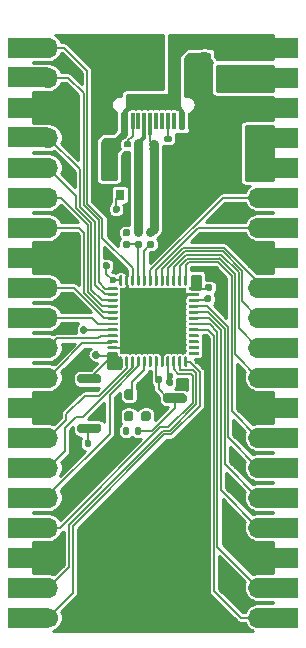
<source format=gtl>
G04 #@! TF.GenerationSoftware,KiCad,Pcbnew,(5.1.10)-1*
G04 #@! TF.CreationDate,2021-07-31T08:12:49+01:00*
G04 #@! TF.ProjectId,STM32Pico,53544d33-3250-4696-936f-2e6b69636164,REV1*
G04 #@! TF.SameCoordinates,Original*
G04 #@! TF.FileFunction,Copper,L1,Top*
G04 #@! TF.FilePolarity,Positive*
%FSLAX46Y46*%
G04 Gerber Fmt 4.6, Leading zero omitted, Abs format (unit mm)*
G04 Created by KiCad (PCBNEW (5.1.10)-1) date 2021-07-31 08:12:49*
%MOMM*%
%LPD*%
G01*
G04 APERTURE LIST*
G04 #@! TA.AperFunction,SMDPad,CuDef*
%ADD10R,0.600000X1.450000*%
G04 #@! TD*
G04 #@! TA.AperFunction,SMDPad,CuDef*
%ADD11R,0.300000X1.450000*%
G04 #@! TD*
G04 #@! TA.AperFunction,ComponentPad*
%ADD12O,1.000000X2.100000*%
G04 #@! TD*
G04 #@! TA.AperFunction,ComponentPad*
%ADD13O,1.000000X1.600000*%
G04 #@! TD*
G04 #@! TA.AperFunction,SMDPad,CuDef*
%ADD14R,0.800000X0.900000*%
G04 #@! TD*
G04 #@! TA.AperFunction,SMDPad,CuDef*
%ADD15R,5.600000X5.600000*%
G04 #@! TD*
G04 #@! TA.AperFunction,ComponentPad*
%ADD16O,1.700000X1.700000*%
G04 #@! TD*
G04 #@! TA.AperFunction,ComponentPad*
%ADD17R,1.700000X1.700000*%
G04 #@! TD*
G04 #@! TA.AperFunction,ComponentPad*
%ADD18R,3.500000X1.700000*%
G04 #@! TD*
G04 #@! TA.AperFunction,ComponentPad*
%ADD19C,1.700000*%
G04 #@! TD*
G04 #@! TA.AperFunction,ViaPad*
%ADD20C,0.600000*%
G04 #@! TD*
G04 #@! TA.AperFunction,ViaPad*
%ADD21C,0.400000*%
G04 #@! TD*
G04 #@! TA.AperFunction,Conductor*
%ADD22C,0.150000*%
G04 #@! TD*
G04 #@! TA.AperFunction,Conductor*
%ADD23C,0.600000*%
G04 #@! TD*
G04 #@! TA.AperFunction,Conductor*
%ADD24C,0.800000*%
G04 #@! TD*
G04 #@! TA.AperFunction,Conductor*
%ADD25C,0.300000*%
G04 #@! TD*
G04 #@! TA.AperFunction,Conductor*
%ADD26C,0.250000*%
G04 #@! TD*
G04 #@! TA.AperFunction,Conductor*
%ADD27C,0.254000*%
G04 #@! TD*
G04 APERTURE END LIST*
D10*
X100415000Y-64972200D03*
X106865000Y-64972200D03*
X101190000Y-64972200D03*
X106090000Y-64972200D03*
D11*
X105390000Y-64972200D03*
X101890000Y-64972200D03*
X104890000Y-64972200D03*
X102390000Y-64972200D03*
X104390000Y-64972200D03*
X102890000Y-64972200D03*
X103390000Y-64972200D03*
X103890000Y-64972200D03*
D12*
X107960000Y-64057200D03*
X99320000Y-64057200D03*
D13*
X107960000Y-59877200D03*
X99320000Y-59877200D03*
G04 #@! TA.AperFunction,SMDPad,CuDef*
G36*
G01*
X106284040Y-93005480D02*
X104684040Y-93005480D01*
G75*
G02*
X104484040Y-92805480I0J200000D01*
G01*
X104484040Y-92405480D01*
G75*
G02*
X104684040Y-92205480I200000J0D01*
G01*
X106284040Y-92205480D01*
G75*
G02*
X106484040Y-92405480I0J-200000D01*
G01*
X106484040Y-92805480D01*
G75*
G02*
X106284040Y-93005480I-200000J0D01*
G01*
G37*
G04 #@! TD.AperFunction*
G04 #@! TA.AperFunction,SMDPad,CuDef*
G36*
G01*
X106284040Y-88805480D02*
X104684040Y-88805480D01*
G75*
G02*
X104484040Y-88605480I0J200000D01*
G01*
X104484040Y-88205480D01*
G75*
G02*
X104684040Y-88005480I200000J0D01*
G01*
X106284040Y-88005480D01*
G75*
G02*
X106484040Y-88205480I0J-200000D01*
G01*
X106484040Y-88605480D01*
G75*
G02*
X106284040Y-88805480I-200000J0D01*
G01*
G37*
G04 #@! TD.AperFunction*
G04 #@! TA.AperFunction,SMDPad,CuDef*
G36*
G01*
X97429800Y-86362100D02*
X99029800Y-86362100D01*
G75*
G02*
X99229800Y-86562100I0J-200000D01*
G01*
X99229800Y-86962100D01*
G75*
G02*
X99029800Y-87162100I-200000J0D01*
G01*
X97429800Y-87162100D01*
G75*
G02*
X97229800Y-86962100I0J200000D01*
G01*
X97229800Y-86562100D01*
G75*
G02*
X97429800Y-86362100I200000J0D01*
G01*
G37*
G04 #@! TD.AperFunction*
G04 #@! TA.AperFunction,SMDPad,CuDef*
G36*
G01*
X97429800Y-90562100D02*
X99029800Y-90562100D01*
G75*
G02*
X99229800Y-90762100I0J-200000D01*
G01*
X99229800Y-91162100D01*
G75*
G02*
X99029800Y-91362100I-200000J0D01*
G01*
X97429800Y-91362100D01*
G75*
G02*
X97229800Y-91162100I0J200000D01*
G01*
X97229800Y-90762100D01*
G75*
G02*
X97429800Y-90562100I200000J0D01*
G01*
G37*
G04 #@! TD.AperFunction*
G04 #@! TA.AperFunction,SMDPad,CuDef*
G36*
G01*
X101968800Y-87829340D02*
X101968800Y-88329340D01*
G75*
G02*
X101768800Y-88529340I-200000J0D01*
G01*
X101368800Y-88529340D01*
G75*
G02*
X101168800Y-88329340I0J200000D01*
G01*
X101168800Y-87829340D01*
G75*
G02*
X101368800Y-87629340I200000J0D01*
G01*
X101768800Y-87629340D01*
G75*
G02*
X101968800Y-87829340I0J-200000D01*
G01*
G37*
G04 #@! TD.AperFunction*
G04 #@! TA.AperFunction,SMDPad,CuDef*
G36*
G01*
X103418800Y-87829340D02*
X103418800Y-88329340D01*
G75*
G02*
X103218800Y-88529340I-200000J0D01*
G01*
X102818800Y-88529340D01*
G75*
G02*
X102618800Y-88329340I0J200000D01*
G01*
X102618800Y-87829340D01*
G75*
G02*
X102818800Y-87629340I200000J0D01*
G01*
X103218800Y-87629340D01*
G75*
G02*
X103418800Y-87829340I0J-200000D01*
G01*
G37*
G04 #@! TD.AperFunction*
G04 #@! TA.AperFunction,SMDPad,CuDef*
G36*
G01*
X101968800Y-89679340D02*
X101968800Y-90179340D01*
G75*
G02*
X101768800Y-90379340I-200000J0D01*
G01*
X101368800Y-90379340D01*
G75*
G02*
X101168800Y-90179340I0J200000D01*
G01*
X101168800Y-89679340D01*
G75*
G02*
X101368800Y-89479340I200000J0D01*
G01*
X101768800Y-89479340D01*
G75*
G02*
X101968800Y-89679340I0J-200000D01*
G01*
G37*
G04 #@! TD.AperFunction*
G04 #@! TA.AperFunction,SMDPad,CuDef*
G36*
G01*
X103418800Y-89679340D02*
X103418800Y-90179340D01*
G75*
G02*
X103218800Y-90379340I-200000J0D01*
G01*
X102818800Y-90379340D01*
G75*
G02*
X102618800Y-90179340I0J200000D01*
G01*
X102618800Y-89679340D01*
G75*
G02*
X102818800Y-89479340I200000J0D01*
G01*
X103218800Y-89479340D01*
G75*
G02*
X103418800Y-89679340I0J-200000D01*
G01*
G37*
G04 #@! TD.AperFunction*
D14*
X99855400Y-69193100D03*
X100805400Y-71193100D03*
X98905400Y-71193100D03*
D15*
X103640000Y-81874560D03*
G04 #@! TA.AperFunction,SMDPad,CuDef*
G36*
G01*
X100577500Y-84749560D02*
X99827500Y-84749560D01*
G75*
G02*
X99765000Y-84687060I0J62500D01*
G01*
X99765000Y-84562060D01*
G75*
G02*
X99827500Y-84499560I62500J0D01*
G01*
X100577500Y-84499560D01*
G75*
G02*
X100640000Y-84562060I0J-62500D01*
G01*
X100640000Y-84687060D01*
G75*
G02*
X100577500Y-84749560I-62500J0D01*
G01*
G37*
G04 #@! TD.AperFunction*
G04 #@! TA.AperFunction,SMDPad,CuDef*
G36*
G01*
X100577500Y-84249560D02*
X99827500Y-84249560D01*
G75*
G02*
X99765000Y-84187060I0J62500D01*
G01*
X99765000Y-84062060D01*
G75*
G02*
X99827500Y-83999560I62500J0D01*
G01*
X100577500Y-83999560D01*
G75*
G02*
X100640000Y-84062060I0J-62500D01*
G01*
X100640000Y-84187060D01*
G75*
G02*
X100577500Y-84249560I-62500J0D01*
G01*
G37*
G04 #@! TD.AperFunction*
G04 #@! TA.AperFunction,SMDPad,CuDef*
G36*
G01*
X100577500Y-83749560D02*
X99827500Y-83749560D01*
G75*
G02*
X99765000Y-83687060I0J62500D01*
G01*
X99765000Y-83562060D01*
G75*
G02*
X99827500Y-83499560I62500J0D01*
G01*
X100577500Y-83499560D01*
G75*
G02*
X100640000Y-83562060I0J-62500D01*
G01*
X100640000Y-83687060D01*
G75*
G02*
X100577500Y-83749560I-62500J0D01*
G01*
G37*
G04 #@! TD.AperFunction*
G04 #@! TA.AperFunction,SMDPad,CuDef*
G36*
G01*
X100577500Y-83249560D02*
X99827500Y-83249560D01*
G75*
G02*
X99765000Y-83187060I0J62500D01*
G01*
X99765000Y-83062060D01*
G75*
G02*
X99827500Y-82999560I62500J0D01*
G01*
X100577500Y-82999560D01*
G75*
G02*
X100640000Y-83062060I0J-62500D01*
G01*
X100640000Y-83187060D01*
G75*
G02*
X100577500Y-83249560I-62500J0D01*
G01*
G37*
G04 #@! TD.AperFunction*
G04 #@! TA.AperFunction,SMDPad,CuDef*
G36*
G01*
X100577500Y-82749560D02*
X99827500Y-82749560D01*
G75*
G02*
X99765000Y-82687060I0J62500D01*
G01*
X99765000Y-82562060D01*
G75*
G02*
X99827500Y-82499560I62500J0D01*
G01*
X100577500Y-82499560D01*
G75*
G02*
X100640000Y-82562060I0J-62500D01*
G01*
X100640000Y-82687060D01*
G75*
G02*
X100577500Y-82749560I-62500J0D01*
G01*
G37*
G04 #@! TD.AperFunction*
G04 #@! TA.AperFunction,SMDPad,CuDef*
G36*
G01*
X100577500Y-82249560D02*
X99827500Y-82249560D01*
G75*
G02*
X99765000Y-82187060I0J62500D01*
G01*
X99765000Y-82062060D01*
G75*
G02*
X99827500Y-81999560I62500J0D01*
G01*
X100577500Y-81999560D01*
G75*
G02*
X100640000Y-82062060I0J-62500D01*
G01*
X100640000Y-82187060D01*
G75*
G02*
X100577500Y-82249560I-62500J0D01*
G01*
G37*
G04 #@! TD.AperFunction*
G04 #@! TA.AperFunction,SMDPad,CuDef*
G36*
G01*
X100577500Y-81749560D02*
X99827500Y-81749560D01*
G75*
G02*
X99765000Y-81687060I0J62500D01*
G01*
X99765000Y-81562060D01*
G75*
G02*
X99827500Y-81499560I62500J0D01*
G01*
X100577500Y-81499560D01*
G75*
G02*
X100640000Y-81562060I0J-62500D01*
G01*
X100640000Y-81687060D01*
G75*
G02*
X100577500Y-81749560I-62500J0D01*
G01*
G37*
G04 #@! TD.AperFunction*
G04 #@! TA.AperFunction,SMDPad,CuDef*
G36*
G01*
X100577500Y-81249560D02*
X99827500Y-81249560D01*
G75*
G02*
X99765000Y-81187060I0J62500D01*
G01*
X99765000Y-81062060D01*
G75*
G02*
X99827500Y-80999560I62500J0D01*
G01*
X100577500Y-80999560D01*
G75*
G02*
X100640000Y-81062060I0J-62500D01*
G01*
X100640000Y-81187060D01*
G75*
G02*
X100577500Y-81249560I-62500J0D01*
G01*
G37*
G04 #@! TD.AperFunction*
G04 #@! TA.AperFunction,SMDPad,CuDef*
G36*
G01*
X100577500Y-80749560D02*
X99827500Y-80749560D01*
G75*
G02*
X99765000Y-80687060I0J62500D01*
G01*
X99765000Y-80562060D01*
G75*
G02*
X99827500Y-80499560I62500J0D01*
G01*
X100577500Y-80499560D01*
G75*
G02*
X100640000Y-80562060I0J-62500D01*
G01*
X100640000Y-80687060D01*
G75*
G02*
X100577500Y-80749560I-62500J0D01*
G01*
G37*
G04 #@! TD.AperFunction*
G04 #@! TA.AperFunction,SMDPad,CuDef*
G36*
G01*
X100577500Y-80249560D02*
X99827500Y-80249560D01*
G75*
G02*
X99765000Y-80187060I0J62500D01*
G01*
X99765000Y-80062060D01*
G75*
G02*
X99827500Y-79999560I62500J0D01*
G01*
X100577500Y-79999560D01*
G75*
G02*
X100640000Y-80062060I0J-62500D01*
G01*
X100640000Y-80187060D01*
G75*
G02*
X100577500Y-80249560I-62500J0D01*
G01*
G37*
G04 #@! TD.AperFunction*
G04 #@! TA.AperFunction,SMDPad,CuDef*
G36*
G01*
X100577500Y-79749560D02*
X99827500Y-79749560D01*
G75*
G02*
X99765000Y-79687060I0J62500D01*
G01*
X99765000Y-79562060D01*
G75*
G02*
X99827500Y-79499560I62500J0D01*
G01*
X100577500Y-79499560D01*
G75*
G02*
X100640000Y-79562060I0J-62500D01*
G01*
X100640000Y-79687060D01*
G75*
G02*
X100577500Y-79749560I-62500J0D01*
G01*
G37*
G04 #@! TD.AperFunction*
G04 #@! TA.AperFunction,SMDPad,CuDef*
G36*
G01*
X100577500Y-79249560D02*
X99827500Y-79249560D01*
G75*
G02*
X99765000Y-79187060I0J62500D01*
G01*
X99765000Y-79062060D01*
G75*
G02*
X99827500Y-78999560I62500J0D01*
G01*
X100577500Y-78999560D01*
G75*
G02*
X100640000Y-79062060I0J-62500D01*
G01*
X100640000Y-79187060D01*
G75*
G02*
X100577500Y-79249560I-62500J0D01*
G01*
G37*
G04 #@! TD.AperFunction*
G04 #@! TA.AperFunction,SMDPad,CuDef*
G36*
G01*
X100952500Y-78874560D02*
X100827500Y-78874560D01*
G75*
G02*
X100765000Y-78812060I0J62500D01*
G01*
X100765000Y-78062060D01*
G75*
G02*
X100827500Y-77999560I62500J0D01*
G01*
X100952500Y-77999560D01*
G75*
G02*
X101015000Y-78062060I0J-62500D01*
G01*
X101015000Y-78812060D01*
G75*
G02*
X100952500Y-78874560I-62500J0D01*
G01*
G37*
G04 #@! TD.AperFunction*
G04 #@! TA.AperFunction,SMDPad,CuDef*
G36*
G01*
X101452500Y-78874560D02*
X101327500Y-78874560D01*
G75*
G02*
X101265000Y-78812060I0J62500D01*
G01*
X101265000Y-78062060D01*
G75*
G02*
X101327500Y-77999560I62500J0D01*
G01*
X101452500Y-77999560D01*
G75*
G02*
X101515000Y-78062060I0J-62500D01*
G01*
X101515000Y-78812060D01*
G75*
G02*
X101452500Y-78874560I-62500J0D01*
G01*
G37*
G04 #@! TD.AperFunction*
G04 #@! TA.AperFunction,SMDPad,CuDef*
G36*
G01*
X101952500Y-78874560D02*
X101827500Y-78874560D01*
G75*
G02*
X101765000Y-78812060I0J62500D01*
G01*
X101765000Y-78062060D01*
G75*
G02*
X101827500Y-77999560I62500J0D01*
G01*
X101952500Y-77999560D01*
G75*
G02*
X102015000Y-78062060I0J-62500D01*
G01*
X102015000Y-78812060D01*
G75*
G02*
X101952500Y-78874560I-62500J0D01*
G01*
G37*
G04 #@! TD.AperFunction*
G04 #@! TA.AperFunction,SMDPad,CuDef*
G36*
G01*
X102452500Y-78874560D02*
X102327500Y-78874560D01*
G75*
G02*
X102265000Y-78812060I0J62500D01*
G01*
X102265000Y-78062060D01*
G75*
G02*
X102327500Y-77999560I62500J0D01*
G01*
X102452500Y-77999560D01*
G75*
G02*
X102515000Y-78062060I0J-62500D01*
G01*
X102515000Y-78812060D01*
G75*
G02*
X102452500Y-78874560I-62500J0D01*
G01*
G37*
G04 #@! TD.AperFunction*
G04 #@! TA.AperFunction,SMDPad,CuDef*
G36*
G01*
X102952500Y-78874560D02*
X102827500Y-78874560D01*
G75*
G02*
X102765000Y-78812060I0J62500D01*
G01*
X102765000Y-78062060D01*
G75*
G02*
X102827500Y-77999560I62500J0D01*
G01*
X102952500Y-77999560D01*
G75*
G02*
X103015000Y-78062060I0J-62500D01*
G01*
X103015000Y-78812060D01*
G75*
G02*
X102952500Y-78874560I-62500J0D01*
G01*
G37*
G04 #@! TD.AperFunction*
G04 #@! TA.AperFunction,SMDPad,CuDef*
G36*
G01*
X103452500Y-78874560D02*
X103327500Y-78874560D01*
G75*
G02*
X103265000Y-78812060I0J62500D01*
G01*
X103265000Y-78062060D01*
G75*
G02*
X103327500Y-77999560I62500J0D01*
G01*
X103452500Y-77999560D01*
G75*
G02*
X103515000Y-78062060I0J-62500D01*
G01*
X103515000Y-78812060D01*
G75*
G02*
X103452500Y-78874560I-62500J0D01*
G01*
G37*
G04 #@! TD.AperFunction*
G04 #@! TA.AperFunction,SMDPad,CuDef*
G36*
G01*
X103952500Y-78874560D02*
X103827500Y-78874560D01*
G75*
G02*
X103765000Y-78812060I0J62500D01*
G01*
X103765000Y-78062060D01*
G75*
G02*
X103827500Y-77999560I62500J0D01*
G01*
X103952500Y-77999560D01*
G75*
G02*
X104015000Y-78062060I0J-62500D01*
G01*
X104015000Y-78812060D01*
G75*
G02*
X103952500Y-78874560I-62500J0D01*
G01*
G37*
G04 #@! TD.AperFunction*
G04 #@! TA.AperFunction,SMDPad,CuDef*
G36*
G01*
X104452500Y-78874560D02*
X104327500Y-78874560D01*
G75*
G02*
X104265000Y-78812060I0J62500D01*
G01*
X104265000Y-78062060D01*
G75*
G02*
X104327500Y-77999560I62500J0D01*
G01*
X104452500Y-77999560D01*
G75*
G02*
X104515000Y-78062060I0J-62500D01*
G01*
X104515000Y-78812060D01*
G75*
G02*
X104452500Y-78874560I-62500J0D01*
G01*
G37*
G04 #@! TD.AperFunction*
G04 #@! TA.AperFunction,SMDPad,CuDef*
G36*
G01*
X104952500Y-78874560D02*
X104827500Y-78874560D01*
G75*
G02*
X104765000Y-78812060I0J62500D01*
G01*
X104765000Y-78062060D01*
G75*
G02*
X104827500Y-77999560I62500J0D01*
G01*
X104952500Y-77999560D01*
G75*
G02*
X105015000Y-78062060I0J-62500D01*
G01*
X105015000Y-78812060D01*
G75*
G02*
X104952500Y-78874560I-62500J0D01*
G01*
G37*
G04 #@! TD.AperFunction*
G04 #@! TA.AperFunction,SMDPad,CuDef*
G36*
G01*
X105452500Y-78874560D02*
X105327500Y-78874560D01*
G75*
G02*
X105265000Y-78812060I0J62500D01*
G01*
X105265000Y-78062060D01*
G75*
G02*
X105327500Y-77999560I62500J0D01*
G01*
X105452500Y-77999560D01*
G75*
G02*
X105515000Y-78062060I0J-62500D01*
G01*
X105515000Y-78812060D01*
G75*
G02*
X105452500Y-78874560I-62500J0D01*
G01*
G37*
G04 #@! TD.AperFunction*
G04 #@! TA.AperFunction,SMDPad,CuDef*
G36*
G01*
X105952500Y-78874560D02*
X105827500Y-78874560D01*
G75*
G02*
X105765000Y-78812060I0J62500D01*
G01*
X105765000Y-78062060D01*
G75*
G02*
X105827500Y-77999560I62500J0D01*
G01*
X105952500Y-77999560D01*
G75*
G02*
X106015000Y-78062060I0J-62500D01*
G01*
X106015000Y-78812060D01*
G75*
G02*
X105952500Y-78874560I-62500J0D01*
G01*
G37*
G04 #@! TD.AperFunction*
G04 #@! TA.AperFunction,SMDPad,CuDef*
G36*
G01*
X106452500Y-78874560D02*
X106327500Y-78874560D01*
G75*
G02*
X106265000Y-78812060I0J62500D01*
G01*
X106265000Y-78062060D01*
G75*
G02*
X106327500Y-77999560I62500J0D01*
G01*
X106452500Y-77999560D01*
G75*
G02*
X106515000Y-78062060I0J-62500D01*
G01*
X106515000Y-78812060D01*
G75*
G02*
X106452500Y-78874560I-62500J0D01*
G01*
G37*
G04 #@! TD.AperFunction*
G04 #@! TA.AperFunction,SMDPad,CuDef*
G36*
G01*
X107452500Y-79249560D02*
X106702500Y-79249560D01*
G75*
G02*
X106640000Y-79187060I0J62500D01*
G01*
X106640000Y-79062060D01*
G75*
G02*
X106702500Y-78999560I62500J0D01*
G01*
X107452500Y-78999560D01*
G75*
G02*
X107515000Y-79062060I0J-62500D01*
G01*
X107515000Y-79187060D01*
G75*
G02*
X107452500Y-79249560I-62500J0D01*
G01*
G37*
G04 #@! TD.AperFunction*
G04 #@! TA.AperFunction,SMDPad,CuDef*
G36*
G01*
X107452500Y-79749560D02*
X106702500Y-79749560D01*
G75*
G02*
X106640000Y-79687060I0J62500D01*
G01*
X106640000Y-79562060D01*
G75*
G02*
X106702500Y-79499560I62500J0D01*
G01*
X107452500Y-79499560D01*
G75*
G02*
X107515000Y-79562060I0J-62500D01*
G01*
X107515000Y-79687060D01*
G75*
G02*
X107452500Y-79749560I-62500J0D01*
G01*
G37*
G04 #@! TD.AperFunction*
G04 #@! TA.AperFunction,SMDPad,CuDef*
G36*
G01*
X107452500Y-80249560D02*
X106702500Y-80249560D01*
G75*
G02*
X106640000Y-80187060I0J62500D01*
G01*
X106640000Y-80062060D01*
G75*
G02*
X106702500Y-79999560I62500J0D01*
G01*
X107452500Y-79999560D01*
G75*
G02*
X107515000Y-80062060I0J-62500D01*
G01*
X107515000Y-80187060D01*
G75*
G02*
X107452500Y-80249560I-62500J0D01*
G01*
G37*
G04 #@! TD.AperFunction*
G04 #@! TA.AperFunction,SMDPad,CuDef*
G36*
G01*
X107452500Y-80749560D02*
X106702500Y-80749560D01*
G75*
G02*
X106640000Y-80687060I0J62500D01*
G01*
X106640000Y-80562060D01*
G75*
G02*
X106702500Y-80499560I62500J0D01*
G01*
X107452500Y-80499560D01*
G75*
G02*
X107515000Y-80562060I0J-62500D01*
G01*
X107515000Y-80687060D01*
G75*
G02*
X107452500Y-80749560I-62500J0D01*
G01*
G37*
G04 #@! TD.AperFunction*
G04 #@! TA.AperFunction,SMDPad,CuDef*
G36*
G01*
X107452500Y-81249560D02*
X106702500Y-81249560D01*
G75*
G02*
X106640000Y-81187060I0J62500D01*
G01*
X106640000Y-81062060D01*
G75*
G02*
X106702500Y-80999560I62500J0D01*
G01*
X107452500Y-80999560D01*
G75*
G02*
X107515000Y-81062060I0J-62500D01*
G01*
X107515000Y-81187060D01*
G75*
G02*
X107452500Y-81249560I-62500J0D01*
G01*
G37*
G04 #@! TD.AperFunction*
G04 #@! TA.AperFunction,SMDPad,CuDef*
G36*
G01*
X107452500Y-81749560D02*
X106702500Y-81749560D01*
G75*
G02*
X106640000Y-81687060I0J62500D01*
G01*
X106640000Y-81562060D01*
G75*
G02*
X106702500Y-81499560I62500J0D01*
G01*
X107452500Y-81499560D01*
G75*
G02*
X107515000Y-81562060I0J-62500D01*
G01*
X107515000Y-81687060D01*
G75*
G02*
X107452500Y-81749560I-62500J0D01*
G01*
G37*
G04 #@! TD.AperFunction*
G04 #@! TA.AperFunction,SMDPad,CuDef*
G36*
G01*
X107452500Y-82249560D02*
X106702500Y-82249560D01*
G75*
G02*
X106640000Y-82187060I0J62500D01*
G01*
X106640000Y-82062060D01*
G75*
G02*
X106702500Y-81999560I62500J0D01*
G01*
X107452500Y-81999560D01*
G75*
G02*
X107515000Y-82062060I0J-62500D01*
G01*
X107515000Y-82187060D01*
G75*
G02*
X107452500Y-82249560I-62500J0D01*
G01*
G37*
G04 #@! TD.AperFunction*
G04 #@! TA.AperFunction,SMDPad,CuDef*
G36*
G01*
X107452500Y-82749560D02*
X106702500Y-82749560D01*
G75*
G02*
X106640000Y-82687060I0J62500D01*
G01*
X106640000Y-82562060D01*
G75*
G02*
X106702500Y-82499560I62500J0D01*
G01*
X107452500Y-82499560D01*
G75*
G02*
X107515000Y-82562060I0J-62500D01*
G01*
X107515000Y-82687060D01*
G75*
G02*
X107452500Y-82749560I-62500J0D01*
G01*
G37*
G04 #@! TD.AperFunction*
G04 #@! TA.AperFunction,SMDPad,CuDef*
G36*
G01*
X107452500Y-83249560D02*
X106702500Y-83249560D01*
G75*
G02*
X106640000Y-83187060I0J62500D01*
G01*
X106640000Y-83062060D01*
G75*
G02*
X106702500Y-82999560I62500J0D01*
G01*
X107452500Y-82999560D01*
G75*
G02*
X107515000Y-83062060I0J-62500D01*
G01*
X107515000Y-83187060D01*
G75*
G02*
X107452500Y-83249560I-62500J0D01*
G01*
G37*
G04 #@! TD.AperFunction*
G04 #@! TA.AperFunction,SMDPad,CuDef*
G36*
G01*
X107452500Y-83749560D02*
X106702500Y-83749560D01*
G75*
G02*
X106640000Y-83687060I0J62500D01*
G01*
X106640000Y-83562060D01*
G75*
G02*
X106702500Y-83499560I62500J0D01*
G01*
X107452500Y-83499560D01*
G75*
G02*
X107515000Y-83562060I0J-62500D01*
G01*
X107515000Y-83687060D01*
G75*
G02*
X107452500Y-83749560I-62500J0D01*
G01*
G37*
G04 #@! TD.AperFunction*
G04 #@! TA.AperFunction,SMDPad,CuDef*
G36*
G01*
X107452500Y-84249560D02*
X106702500Y-84249560D01*
G75*
G02*
X106640000Y-84187060I0J62500D01*
G01*
X106640000Y-84062060D01*
G75*
G02*
X106702500Y-83999560I62500J0D01*
G01*
X107452500Y-83999560D01*
G75*
G02*
X107515000Y-84062060I0J-62500D01*
G01*
X107515000Y-84187060D01*
G75*
G02*
X107452500Y-84249560I-62500J0D01*
G01*
G37*
G04 #@! TD.AperFunction*
G04 #@! TA.AperFunction,SMDPad,CuDef*
G36*
G01*
X107452500Y-84749560D02*
X106702500Y-84749560D01*
G75*
G02*
X106640000Y-84687060I0J62500D01*
G01*
X106640000Y-84562060D01*
G75*
G02*
X106702500Y-84499560I62500J0D01*
G01*
X107452500Y-84499560D01*
G75*
G02*
X107515000Y-84562060I0J-62500D01*
G01*
X107515000Y-84687060D01*
G75*
G02*
X107452500Y-84749560I-62500J0D01*
G01*
G37*
G04 #@! TD.AperFunction*
G04 #@! TA.AperFunction,SMDPad,CuDef*
G36*
G01*
X106452500Y-85749560D02*
X106327500Y-85749560D01*
G75*
G02*
X106265000Y-85687060I0J62500D01*
G01*
X106265000Y-84937060D01*
G75*
G02*
X106327500Y-84874560I62500J0D01*
G01*
X106452500Y-84874560D01*
G75*
G02*
X106515000Y-84937060I0J-62500D01*
G01*
X106515000Y-85687060D01*
G75*
G02*
X106452500Y-85749560I-62500J0D01*
G01*
G37*
G04 #@! TD.AperFunction*
G04 #@! TA.AperFunction,SMDPad,CuDef*
G36*
G01*
X105952500Y-85749560D02*
X105827500Y-85749560D01*
G75*
G02*
X105765000Y-85687060I0J62500D01*
G01*
X105765000Y-84937060D01*
G75*
G02*
X105827500Y-84874560I62500J0D01*
G01*
X105952500Y-84874560D01*
G75*
G02*
X106015000Y-84937060I0J-62500D01*
G01*
X106015000Y-85687060D01*
G75*
G02*
X105952500Y-85749560I-62500J0D01*
G01*
G37*
G04 #@! TD.AperFunction*
G04 #@! TA.AperFunction,SMDPad,CuDef*
G36*
G01*
X105452500Y-85749560D02*
X105327500Y-85749560D01*
G75*
G02*
X105265000Y-85687060I0J62500D01*
G01*
X105265000Y-84937060D01*
G75*
G02*
X105327500Y-84874560I62500J0D01*
G01*
X105452500Y-84874560D01*
G75*
G02*
X105515000Y-84937060I0J-62500D01*
G01*
X105515000Y-85687060D01*
G75*
G02*
X105452500Y-85749560I-62500J0D01*
G01*
G37*
G04 #@! TD.AperFunction*
G04 #@! TA.AperFunction,SMDPad,CuDef*
G36*
G01*
X104952500Y-85749560D02*
X104827500Y-85749560D01*
G75*
G02*
X104765000Y-85687060I0J62500D01*
G01*
X104765000Y-84937060D01*
G75*
G02*
X104827500Y-84874560I62500J0D01*
G01*
X104952500Y-84874560D01*
G75*
G02*
X105015000Y-84937060I0J-62500D01*
G01*
X105015000Y-85687060D01*
G75*
G02*
X104952500Y-85749560I-62500J0D01*
G01*
G37*
G04 #@! TD.AperFunction*
G04 #@! TA.AperFunction,SMDPad,CuDef*
G36*
G01*
X104452500Y-85749560D02*
X104327500Y-85749560D01*
G75*
G02*
X104265000Y-85687060I0J62500D01*
G01*
X104265000Y-84937060D01*
G75*
G02*
X104327500Y-84874560I62500J0D01*
G01*
X104452500Y-84874560D01*
G75*
G02*
X104515000Y-84937060I0J-62500D01*
G01*
X104515000Y-85687060D01*
G75*
G02*
X104452500Y-85749560I-62500J0D01*
G01*
G37*
G04 #@! TD.AperFunction*
G04 #@! TA.AperFunction,SMDPad,CuDef*
G36*
G01*
X103952500Y-85749560D02*
X103827500Y-85749560D01*
G75*
G02*
X103765000Y-85687060I0J62500D01*
G01*
X103765000Y-84937060D01*
G75*
G02*
X103827500Y-84874560I62500J0D01*
G01*
X103952500Y-84874560D01*
G75*
G02*
X104015000Y-84937060I0J-62500D01*
G01*
X104015000Y-85687060D01*
G75*
G02*
X103952500Y-85749560I-62500J0D01*
G01*
G37*
G04 #@! TD.AperFunction*
G04 #@! TA.AperFunction,SMDPad,CuDef*
G36*
G01*
X103452500Y-85749560D02*
X103327500Y-85749560D01*
G75*
G02*
X103265000Y-85687060I0J62500D01*
G01*
X103265000Y-84937060D01*
G75*
G02*
X103327500Y-84874560I62500J0D01*
G01*
X103452500Y-84874560D01*
G75*
G02*
X103515000Y-84937060I0J-62500D01*
G01*
X103515000Y-85687060D01*
G75*
G02*
X103452500Y-85749560I-62500J0D01*
G01*
G37*
G04 #@! TD.AperFunction*
G04 #@! TA.AperFunction,SMDPad,CuDef*
G36*
G01*
X102952500Y-85749560D02*
X102827500Y-85749560D01*
G75*
G02*
X102765000Y-85687060I0J62500D01*
G01*
X102765000Y-84937060D01*
G75*
G02*
X102827500Y-84874560I62500J0D01*
G01*
X102952500Y-84874560D01*
G75*
G02*
X103015000Y-84937060I0J-62500D01*
G01*
X103015000Y-85687060D01*
G75*
G02*
X102952500Y-85749560I-62500J0D01*
G01*
G37*
G04 #@! TD.AperFunction*
G04 #@! TA.AperFunction,SMDPad,CuDef*
G36*
G01*
X102452500Y-85749560D02*
X102327500Y-85749560D01*
G75*
G02*
X102265000Y-85687060I0J62500D01*
G01*
X102265000Y-84937060D01*
G75*
G02*
X102327500Y-84874560I62500J0D01*
G01*
X102452500Y-84874560D01*
G75*
G02*
X102515000Y-84937060I0J-62500D01*
G01*
X102515000Y-85687060D01*
G75*
G02*
X102452500Y-85749560I-62500J0D01*
G01*
G37*
G04 #@! TD.AperFunction*
G04 #@! TA.AperFunction,SMDPad,CuDef*
G36*
G01*
X101952500Y-85749560D02*
X101827500Y-85749560D01*
G75*
G02*
X101765000Y-85687060I0J62500D01*
G01*
X101765000Y-84937060D01*
G75*
G02*
X101827500Y-84874560I62500J0D01*
G01*
X101952500Y-84874560D01*
G75*
G02*
X102015000Y-84937060I0J-62500D01*
G01*
X102015000Y-85687060D01*
G75*
G02*
X101952500Y-85749560I-62500J0D01*
G01*
G37*
G04 #@! TD.AperFunction*
G04 #@! TA.AperFunction,SMDPad,CuDef*
G36*
G01*
X101452500Y-85749560D02*
X101327500Y-85749560D01*
G75*
G02*
X101265000Y-85687060I0J62500D01*
G01*
X101265000Y-84937060D01*
G75*
G02*
X101327500Y-84874560I62500J0D01*
G01*
X101452500Y-84874560D01*
G75*
G02*
X101515000Y-84937060I0J-62500D01*
G01*
X101515000Y-85687060D01*
G75*
G02*
X101452500Y-85749560I-62500J0D01*
G01*
G37*
G04 #@! TD.AperFunction*
G04 #@! TA.AperFunction,SMDPad,CuDef*
G36*
G01*
X100952500Y-85749560D02*
X100827500Y-85749560D01*
G75*
G02*
X100765000Y-85687060I0J62500D01*
G01*
X100765000Y-84937060D01*
G75*
G02*
X100827500Y-84874560I62500J0D01*
G01*
X100952500Y-84874560D01*
G75*
G02*
X101015000Y-84937060I0J-62500D01*
G01*
X101015000Y-85687060D01*
G75*
G02*
X100952500Y-85749560I-62500J0D01*
G01*
G37*
G04 #@! TD.AperFunction*
G04 #@! TA.AperFunction,SMDPad,CuDef*
G36*
G01*
X97354800Y-92042600D02*
X97354800Y-92412600D01*
G75*
G02*
X97219800Y-92547600I-135000J0D01*
G01*
X96949800Y-92547600D01*
G75*
G02*
X96814800Y-92412600I0J135000D01*
G01*
X96814800Y-92042600D01*
G75*
G02*
X96949800Y-91907600I135000J0D01*
G01*
X97219800Y-91907600D01*
G75*
G02*
X97354800Y-92042600I0J-135000D01*
G01*
G37*
G04 #@! TD.AperFunction*
G04 #@! TA.AperFunction,SMDPad,CuDef*
G36*
G01*
X98374800Y-92042600D02*
X98374800Y-92412600D01*
G75*
G02*
X98239800Y-92547600I-135000J0D01*
G01*
X97969800Y-92547600D01*
G75*
G02*
X97834800Y-92412600I0J135000D01*
G01*
X97834800Y-92042600D01*
G75*
G02*
X97969800Y-91907600I135000J0D01*
G01*
X98239800Y-91907600D01*
G75*
G02*
X98374800Y-92042600I0J-135000D01*
G01*
G37*
G04 #@! TD.AperFunction*
G04 #@! TA.AperFunction,SMDPad,CuDef*
G36*
G01*
X101596600Y-91001200D02*
X101596600Y-91371200D01*
G75*
G02*
X101461600Y-91506200I-135000J0D01*
G01*
X101191600Y-91506200D01*
G75*
G02*
X101056600Y-91371200I0J135000D01*
G01*
X101056600Y-91001200D01*
G75*
G02*
X101191600Y-90866200I135000J0D01*
G01*
X101461600Y-90866200D01*
G75*
G02*
X101596600Y-91001200I0J-135000D01*
G01*
G37*
G04 #@! TD.AperFunction*
G04 #@! TA.AperFunction,SMDPad,CuDef*
G36*
G01*
X102616600Y-91001200D02*
X102616600Y-91371200D01*
G75*
G02*
X102481600Y-91506200I-135000J0D01*
G01*
X102211600Y-91506200D01*
G75*
G02*
X102076600Y-91371200I0J135000D01*
G01*
X102076600Y-91001200D01*
G75*
G02*
X102211600Y-90866200I135000J0D01*
G01*
X102481600Y-90866200D01*
G75*
G02*
X102616600Y-91001200I0J-135000D01*
G01*
G37*
G04 #@! TD.AperFunction*
G04 #@! TA.AperFunction,SMDPad,CuDef*
G36*
G01*
X101194400Y-75119400D02*
X101564400Y-75119400D01*
G75*
G02*
X101699400Y-75254400I0J-135000D01*
G01*
X101699400Y-75524400D01*
G75*
G02*
X101564400Y-75659400I-135000J0D01*
G01*
X101194400Y-75659400D01*
G75*
G02*
X101059400Y-75524400I0J135000D01*
G01*
X101059400Y-75254400D01*
G75*
G02*
X101194400Y-75119400I135000J0D01*
G01*
G37*
G04 #@! TD.AperFunction*
G04 #@! TA.AperFunction,SMDPad,CuDef*
G36*
G01*
X101194400Y-74099400D02*
X101564400Y-74099400D01*
G75*
G02*
X101699400Y-74234400I0J-135000D01*
G01*
X101699400Y-74504400D01*
G75*
G02*
X101564400Y-74639400I-135000J0D01*
G01*
X101194400Y-74639400D01*
G75*
G02*
X101059400Y-74504400I0J135000D01*
G01*
X101059400Y-74234400D01*
G75*
G02*
X101194400Y-74099400I135000J0D01*
G01*
G37*
G04 #@! TD.AperFunction*
G04 #@! TA.AperFunction,SMDPad,CuDef*
G36*
G01*
X103596400Y-74639400D02*
X103226400Y-74639400D01*
G75*
G02*
X103091400Y-74504400I0J135000D01*
G01*
X103091400Y-74234400D01*
G75*
G02*
X103226400Y-74099400I135000J0D01*
G01*
X103596400Y-74099400D01*
G75*
G02*
X103731400Y-74234400I0J-135000D01*
G01*
X103731400Y-74504400D01*
G75*
G02*
X103596400Y-74639400I-135000J0D01*
G01*
G37*
G04 #@! TD.AperFunction*
G04 #@! TA.AperFunction,SMDPad,CuDef*
G36*
G01*
X103596400Y-75659400D02*
X103226400Y-75659400D01*
G75*
G02*
X103091400Y-75524400I0J135000D01*
G01*
X103091400Y-75254400D01*
G75*
G02*
X103226400Y-75119400I135000J0D01*
G01*
X103596400Y-75119400D01*
G75*
G02*
X103731400Y-75254400I0J-135000D01*
G01*
X103731400Y-75524400D01*
G75*
G02*
X103596400Y-75659400I-135000J0D01*
G01*
G37*
G04 #@! TD.AperFunction*
G04 #@! TA.AperFunction,SMDPad,CuDef*
G36*
G01*
X102580400Y-74639400D02*
X102210400Y-74639400D01*
G75*
G02*
X102075400Y-74504400I0J135000D01*
G01*
X102075400Y-74234400D01*
G75*
G02*
X102210400Y-74099400I135000J0D01*
G01*
X102580400Y-74099400D01*
G75*
G02*
X102715400Y-74234400I0J-135000D01*
G01*
X102715400Y-74504400D01*
G75*
G02*
X102580400Y-74639400I-135000J0D01*
G01*
G37*
G04 #@! TD.AperFunction*
G04 #@! TA.AperFunction,SMDPad,CuDef*
G36*
G01*
X102580400Y-75659400D02*
X102210400Y-75659400D01*
G75*
G02*
X102075400Y-75524400I0J135000D01*
G01*
X102075400Y-75254400D01*
G75*
G02*
X102210400Y-75119400I135000J0D01*
G01*
X102580400Y-75119400D01*
G75*
G02*
X102715400Y-75254400I0J-135000D01*
G01*
X102715400Y-75524400D01*
G75*
G02*
X102580400Y-75659400I-135000J0D01*
G01*
G37*
G04 #@! TD.AperFunction*
G04 #@! TA.AperFunction,SMDPad,CuDef*
G36*
G01*
X101645680Y-67181960D02*
X101275680Y-67181960D01*
G75*
G02*
X101140680Y-67046960I0J135000D01*
G01*
X101140680Y-66776960D01*
G75*
G02*
X101275680Y-66641960I135000J0D01*
G01*
X101645680Y-66641960D01*
G75*
G02*
X101780680Y-66776960I0J-135000D01*
G01*
X101780680Y-67046960D01*
G75*
G02*
X101645680Y-67181960I-135000J0D01*
G01*
G37*
G04 #@! TD.AperFunction*
G04 #@! TA.AperFunction,SMDPad,CuDef*
G36*
G01*
X101645680Y-68201960D02*
X101275680Y-68201960D01*
G75*
G02*
X101140680Y-68066960I0J135000D01*
G01*
X101140680Y-67796960D01*
G75*
G02*
X101275680Y-67661960I135000J0D01*
G01*
X101645680Y-67661960D01*
G75*
G02*
X101780680Y-67796960I0J-135000D01*
G01*
X101780680Y-68066960D01*
G75*
G02*
X101645680Y-68201960I-135000J0D01*
G01*
G37*
G04 #@! TD.AperFunction*
G04 #@! TA.AperFunction,SMDPad,CuDef*
G36*
G01*
X105079760Y-66709520D02*
X104709760Y-66709520D01*
G75*
G02*
X104574760Y-66574520I0J135000D01*
G01*
X104574760Y-66304520D01*
G75*
G02*
X104709760Y-66169520I135000J0D01*
G01*
X105079760Y-66169520D01*
G75*
G02*
X105214760Y-66304520I0J-135000D01*
G01*
X105214760Y-66574520D01*
G75*
G02*
X105079760Y-66709520I-135000J0D01*
G01*
G37*
G04 #@! TD.AperFunction*
G04 #@! TA.AperFunction,SMDPad,CuDef*
G36*
G01*
X105079760Y-67729520D02*
X104709760Y-67729520D01*
G75*
G02*
X104574760Y-67594520I0J135000D01*
G01*
X104574760Y-67324520D01*
G75*
G02*
X104709760Y-67189520I135000J0D01*
G01*
X105079760Y-67189520D01*
G75*
G02*
X105214760Y-67324520I0J-135000D01*
G01*
X105214760Y-67594520D01*
G75*
G02*
X105079760Y-67729520I-135000J0D01*
G01*
G37*
G04 #@! TD.AperFunction*
G04 #@! TA.AperFunction,SMDPad,CuDef*
G36*
G01*
X110043050Y-59645000D02*
X109530550Y-59645000D01*
G75*
G02*
X109311800Y-59426250I0J218750D01*
G01*
X109311800Y-58988750D01*
G75*
G02*
X109530550Y-58770000I218750J0D01*
G01*
X110043050Y-58770000D01*
G75*
G02*
X110261800Y-58988750I0J-218750D01*
G01*
X110261800Y-59426250D01*
G75*
G02*
X110043050Y-59645000I-218750J0D01*
G01*
G37*
G04 #@! TD.AperFunction*
G04 #@! TA.AperFunction,SMDPad,CuDef*
G36*
G01*
X110043050Y-61220000D02*
X109530550Y-61220000D01*
G75*
G02*
X109311800Y-61001250I0J218750D01*
G01*
X109311800Y-60563750D01*
G75*
G02*
X109530550Y-60345000I218750J0D01*
G01*
X110043050Y-60345000D01*
G75*
G02*
X110261800Y-60563750I0J-218750D01*
G01*
X110261800Y-61001250D01*
G75*
G02*
X110043050Y-61220000I-218750J0D01*
G01*
G37*
G04 #@! TD.AperFunction*
G04 #@! TA.AperFunction,SMDPad,CuDef*
G36*
G01*
X103419680Y-86647400D02*
X103419680Y-86987400D01*
G75*
G02*
X103279680Y-87127400I-140000J0D01*
G01*
X102999680Y-87127400D01*
G75*
G02*
X102859680Y-86987400I0J140000D01*
G01*
X102859680Y-86647400D01*
G75*
G02*
X102999680Y-86507400I140000J0D01*
G01*
X103279680Y-86507400D01*
G75*
G02*
X103419680Y-86647400I0J-140000D01*
G01*
G37*
G04 #@! TD.AperFunction*
G04 #@! TA.AperFunction,SMDPad,CuDef*
G36*
G01*
X104379680Y-86647400D02*
X104379680Y-86987400D01*
G75*
G02*
X104239680Y-87127400I-140000J0D01*
G01*
X103959680Y-87127400D01*
G75*
G02*
X103819680Y-86987400I0J140000D01*
G01*
X103819680Y-86647400D01*
G75*
G02*
X103959680Y-86507400I140000J0D01*
G01*
X104239680Y-86507400D01*
G75*
G02*
X104379680Y-86647400I0J-140000D01*
G01*
G37*
G04 #@! TD.AperFunction*
G04 #@! TA.AperFunction,SMDPad,CuDef*
G36*
G01*
X97064600Y-82456400D02*
X97064600Y-82796400D01*
G75*
G02*
X96924600Y-82936400I-140000J0D01*
G01*
X96644600Y-82936400D01*
G75*
G02*
X96504600Y-82796400I0J140000D01*
G01*
X96504600Y-82456400D01*
G75*
G02*
X96644600Y-82316400I140000J0D01*
G01*
X96924600Y-82316400D01*
G75*
G02*
X97064600Y-82456400I0J-140000D01*
G01*
G37*
G04 #@! TD.AperFunction*
G04 #@! TA.AperFunction,SMDPad,CuDef*
G36*
G01*
X98024600Y-82456400D02*
X98024600Y-82796400D01*
G75*
G02*
X97884600Y-82936400I-140000J0D01*
G01*
X97604600Y-82936400D01*
G75*
G02*
X97464600Y-82796400I0J140000D01*
G01*
X97464600Y-82456400D01*
G75*
G02*
X97604600Y-82316400I140000J0D01*
G01*
X97884600Y-82316400D01*
G75*
G02*
X98024600Y-82456400I0J-140000D01*
G01*
G37*
G04 #@! TD.AperFunction*
G04 #@! TA.AperFunction,SMDPad,CuDef*
G36*
G01*
X108169000Y-78737000D02*
X108509000Y-78737000D01*
G75*
G02*
X108649000Y-78877000I0J-140000D01*
G01*
X108649000Y-79157000D01*
G75*
G02*
X108509000Y-79297000I-140000J0D01*
G01*
X108169000Y-79297000D01*
G75*
G02*
X108029000Y-79157000I0J140000D01*
G01*
X108029000Y-78877000D01*
G75*
G02*
X108169000Y-78737000I140000J0D01*
G01*
G37*
G04 #@! TD.AperFunction*
G04 #@! TA.AperFunction,SMDPad,CuDef*
G36*
G01*
X108169000Y-77777000D02*
X108509000Y-77777000D01*
G75*
G02*
X108649000Y-77917000I0J-140000D01*
G01*
X108649000Y-78197000D01*
G75*
G02*
X108509000Y-78337000I-140000J0D01*
G01*
X108169000Y-78337000D01*
G75*
G02*
X108029000Y-78197000I0J140000D01*
G01*
X108029000Y-77917000D01*
G75*
G02*
X108169000Y-77777000I140000J0D01*
G01*
G37*
G04 #@! TD.AperFunction*
G04 #@! TA.AperFunction,SMDPad,CuDef*
G36*
G01*
X99331500Y-67569100D02*
X99331500Y-67229100D01*
G75*
G02*
X99471500Y-67089100I140000J0D01*
G01*
X99751500Y-67089100D01*
G75*
G02*
X99891500Y-67229100I0J-140000D01*
G01*
X99891500Y-67569100D01*
G75*
G02*
X99751500Y-67709100I-140000J0D01*
G01*
X99471500Y-67709100D01*
G75*
G02*
X99331500Y-67569100I0J140000D01*
G01*
G37*
G04 #@! TD.AperFunction*
G04 #@! TA.AperFunction,SMDPad,CuDef*
G36*
G01*
X98371500Y-67569100D02*
X98371500Y-67229100D01*
G75*
G02*
X98511500Y-67089100I140000J0D01*
G01*
X98791500Y-67089100D01*
G75*
G02*
X98931500Y-67229100I0J-140000D01*
G01*
X98931500Y-67569100D01*
G75*
G02*
X98791500Y-67709100I-140000J0D01*
G01*
X98511500Y-67709100D01*
G75*
G02*
X98371500Y-67569100I0J140000D01*
G01*
G37*
G04 #@! TD.AperFunction*
G04 #@! TA.AperFunction,SMDPad,CuDef*
G36*
G01*
X98735269Y-85053747D02*
X98494853Y-84813331D01*
G75*
G02*
X98494853Y-84615341I98995J98995D01*
G01*
X98692843Y-84417351D01*
G75*
G02*
X98890833Y-84417351I98995J-98995D01*
G01*
X99131249Y-84657767D01*
G75*
G02*
X99131249Y-84855757I-98995J-98995D01*
G01*
X98933259Y-85053747D01*
G75*
G02*
X98735269Y-85053747I-98995J98995D01*
G01*
G37*
G04 #@! TD.AperFunction*
G04 #@! TA.AperFunction,SMDPad,CuDef*
G36*
G01*
X98056447Y-85732569D02*
X97816031Y-85492153D01*
G75*
G02*
X97816031Y-85294163I98995J98995D01*
G01*
X98014021Y-85096173D01*
G75*
G02*
X98212011Y-85096173I98995J-98995D01*
G01*
X98452427Y-85336589D01*
G75*
G02*
X98452427Y-85534579I-98995J-98995D01*
G01*
X98254437Y-85732569D01*
G75*
G02*
X98056447Y-85732569I-98995J98995D01*
G01*
G37*
G04 #@! TD.AperFunction*
G04 #@! TA.AperFunction,SMDPad,CuDef*
G36*
G01*
X99960200Y-77020800D02*
X99960200Y-77360800D01*
G75*
G02*
X99820200Y-77500800I-140000J0D01*
G01*
X99540200Y-77500800D01*
G75*
G02*
X99400200Y-77360800I0J140000D01*
G01*
X99400200Y-77020800D01*
G75*
G02*
X99540200Y-76880800I140000J0D01*
G01*
X99820200Y-76880800D01*
G75*
G02*
X99960200Y-77020800I0J-140000D01*
G01*
G37*
G04 #@! TD.AperFunction*
G04 #@! TA.AperFunction,SMDPad,CuDef*
G36*
G01*
X100920200Y-77020800D02*
X100920200Y-77360800D01*
G75*
G02*
X100780200Y-77500800I-140000J0D01*
G01*
X100500200Y-77500800D01*
G75*
G02*
X100360200Y-77360800I0J140000D01*
G01*
X100360200Y-77020800D01*
G75*
G02*
X100500200Y-76880800I140000J0D01*
G01*
X100780200Y-76880800D01*
G75*
G02*
X100920200Y-77020800I0J-140000D01*
G01*
G37*
G04 #@! TD.AperFunction*
G04 #@! TA.AperFunction,SMDPad,CuDef*
G36*
G01*
X100233200Y-72585600D02*
X100233200Y-72245600D01*
G75*
G02*
X100373200Y-72105600I140000J0D01*
G01*
X100653200Y-72105600D01*
G75*
G02*
X100793200Y-72245600I0J-140000D01*
G01*
X100793200Y-72585600D01*
G75*
G02*
X100653200Y-72725600I-140000J0D01*
G01*
X100373200Y-72725600D01*
G75*
G02*
X100233200Y-72585600I0J140000D01*
G01*
G37*
G04 #@! TD.AperFunction*
G04 #@! TA.AperFunction,SMDPad,CuDef*
G36*
G01*
X99273200Y-72585600D02*
X99273200Y-72245600D01*
G75*
G02*
X99413200Y-72105600I140000J0D01*
G01*
X99693200Y-72105600D01*
G75*
G02*
X99833200Y-72245600I0J-140000D01*
G01*
X99833200Y-72585600D01*
G75*
G02*
X99693200Y-72725600I-140000J0D01*
G01*
X99413200Y-72725600D01*
G75*
G02*
X99273200Y-72585600I0J140000D01*
G01*
G37*
G04 #@! TD.AperFunction*
G04 #@! TA.AperFunction,SMDPad,CuDef*
G36*
G01*
X105719600Y-87216000D02*
X105719600Y-86876000D01*
G75*
G02*
X105859600Y-86736000I140000J0D01*
G01*
X106139600Y-86736000D01*
G75*
G02*
X106279600Y-86876000I0J-140000D01*
G01*
X106279600Y-87216000D01*
G75*
G02*
X106139600Y-87356000I-140000J0D01*
G01*
X105859600Y-87356000D01*
G75*
G02*
X105719600Y-87216000I0J140000D01*
G01*
G37*
G04 #@! TD.AperFunction*
G04 #@! TA.AperFunction,SMDPad,CuDef*
G36*
G01*
X104759600Y-87216000D02*
X104759600Y-86876000D01*
G75*
G02*
X104899600Y-86736000I140000J0D01*
G01*
X105179600Y-86736000D01*
G75*
G02*
X105319600Y-86876000I0J-140000D01*
G01*
X105319600Y-87216000D01*
G75*
G02*
X105179600Y-87356000I-140000J0D01*
G01*
X104899600Y-87356000D01*
G75*
G02*
X104759600Y-87216000I0J140000D01*
G01*
G37*
G04 #@! TD.AperFunction*
G04 #@! TA.AperFunction,SMDPad,CuDef*
G36*
G01*
X108545400Y-79814800D02*
X108545400Y-80154800D01*
G75*
G02*
X108405400Y-80294800I-140000J0D01*
G01*
X108125400Y-80294800D01*
G75*
G02*
X107985400Y-80154800I0J140000D01*
G01*
X107985400Y-79814800D01*
G75*
G02*
X108125400Y-79674800I140000J0D01*
G01*
X108405400Y-79674800D01*
G75*
G02*
X108545400Y-79814800I0J-140000D01*
G01*
G37*
G04 #@! TD.AperFunction*
G04 #@! TA.AperFunction,SMDPad,CuDef*
G36*
G01*
X109505400Y-79814800D02*
X109505400Y-80154800D01*
G75*
G02*
X109365400Y-80294800I-140000J0D01*
G01*
X109085400Y-80294800D01*
G75*
G02*
X108945400Y-80154800I0J140000D01*
G01*
X108945400Y-79814800D01*
G75*
G02*
X109085400Y-79674800I140000J0D01*
G01*
X109365400Y-79674800D01*
G75*
G02*
X109505400Y-79814800I0J-140000D01*
G01*
G37*
G04 #@! TD.AperFunction*
D16*
X112550000Y-106985000D03*
X112550000Y-104445000D03*
D17*
X112550000Y-101905000D03*
D16*
X112550000Y-99365000D03*
X112550000Y-96825000D03*
X112550000Y-94285000D03*
X112550000Y-91745000D03*
D17*
X112550000Y-89205000D03*
D16*
X112550000Y-86665000D03*
X112550000Y-84125000D03*
X112550000Y-81585000D03*
X112550000Y-79045000D03*
D17*
X112550000Y-76505000D03*
D16*
X112550000Y-73965000D03*
X112550000Y-71425000D03*
X112550000Y-68885000D03*
X112550000Y-66345000D03*
D17*
X112550000Y-63805000D03*
D16*
X112550000Y-61265000D03*
D17*
X112550000Y-58725000D03*
D18*
X114250000Y-99365000D03*
X114250000Y-101905000D03*
X114250000Y-96825000D03*
X114250000Y-104445000D03*
X114250000Y-94285000D03*
X114250000Y-106985000D03*
X114250000Y-86665000D03*
X114250000Y-91745000D03*
X114250000Y-84125000D03*
X114250000Y-73965000D03*
X114250000Y-71425000D03*
X114250000Y-68885000D03*
X114250000Y-61265000D03*
X114250000Y-89205000D03*
X114250000Y-76505000D03*
X114250000Y-63805000D03*
X114250000Y-58725000D03*
X114250000Y-79045000D03*
X114250000Y-66345000D03*
X114250000Y-81585000D03*
D16*
X94750000Y-58725000D03*
X94750000Y-61265000D03*
D17*
X94750000Y-63805000D03*
D16*
X94750000Y-66345000D03*
X94750000Y-68885000D03*
X94750000Y-71425000D03*
X94750000Y-73965000D03*
D17*
X94750000Y-76505000D03*
D16*
X94750000Y-79045000D03*
X94750000Y-81585000D03*
X94750000Y-84125000D03*
X94750000Y-86665000D03*
D17*
X94750000Y-89205000D03*
D16*
X94750000Y-91745000D03*
X94750000Y-94285000D03*
X94750000Y-96825000D03*
X94750000Y-99365000D03*
D17*
X94750000Y-101905000D03*
D16*
X94750000Y-104445000D03*
D19*
X94750000Y-106985000D03*
D18*
X93050000Y-104445000D03*
X93050000Y-73965000D03*
X93050000Y-99365000D03*
X93050000Y-94285000D03*
X93050000Y-89205000D03*
X93050000Y-86665000D03*
X93050000Y-71425000D03*
X93060000Y-79045000D03*
X93050000Y-68885000D03*
X93050000Y-61255000D03*
X93050000Y-66335000D03*
X93040000Y-91745000D03*
X93050000Y-96825000D03*
X93050000Y-81585000D03*
X93050000Y-76505000D03*
X93050000Y-106985000D03*
X93050000Y-84125000D03*
X93050000Y-63805000D03*
X93050000Y-101905000D03*
X93050000Y-58725000D03*
D20*
X98671760Y-67376240D03*
X98930840Y-71191320D03*
X101491160Y-67955360D03*
X108339000Y-78054400D03*
X109253400Y-79984800D03*
X103040560Y-88107720D03*
X96779460Y-82616240D03*
X103645080Y-81879640D03*
X97061400Y-92202200D03*
X96395920Y-83967520D03*
X96639760Y-80576620D03*
X106002200Y-87071400D03*
X110421800Y-104013200D03*
X110625000Y-96317000D03*
X110752000Y-94158000D03*
X110752000Y-91440200D03*
X99423600Y-89662200D03*
X110269400Y-72822000D03*
X96248600Y-73050600D03*
X96502600Y-69367600D03*
X109482000Y-69697800D03*
X107462700Y-85280700D03*
X107312840Y-105638800D03*
X99906200Y-93553480D03*
X96624520Y-65542360D03*
X96307020Y-60294720D03*
X101354000Y-91186200D03*
X105062400Y-86538000D03*
X107196000Y-78283000D03*
X100172900Y-85496600D03*
X100261800Y-78435400D03*
X101379400Y-74384100D03*
X100805400Y-71193100D03*
X108337700Y-79018300D03*
X97744600Y-82626400D03*
X98229800Y-90962100D03*
D21*
X103894000Y-64973400D03*
X102890700Y-64973400D03*
X104402000Y-64973400D03*
X103391080Y-64973400D03*
D22*
X104390000Y-82624560D02*
X103640000Y-81874560D01*
X104390000Y-85312060D02*
X104390000Y-82624560D01*
X105890000Y-79624560D02*
X103640000Y-81874560D01*
X107077500Y-79624560D02*
X105890000Y-79624560D01*
X101390000Y-79624560D02*
X103640000Y-81874560D01*
X101390000Y-78437060D02*
X101390000Y-79624560D01*
X101390000Y-84124560D02*
X103640000Y-81874560D01*
X100202500Y-84124560D02*
X101390000Y-84124560D01*
X101390000Y-77940600D02*
X100640200Y-77190800D01*
X101390000Y-78437060D02*
X101390000Y-77940600D01*
D23*
X101190000Y-65035800D02*
X101176200Y-65049600D01*
X101190000Y-64972200D02*
X101190000Y-65035800D01*
X101176200Y-65049600D02*
X101176200Y-66040200D01*
D22*
X100202500Y-84789400D02*
X100202500Y-84624560D01*
X98229800Y-86762100D02*
X100202500Y-84789400D01*
X100805400Y-71193100D02*
X100805400Y-71193100D01*
X100888340Y-78435400D02*
X100890000Y-78437060D01*
X100261800Y-78435400D02*
X100888340Y-78435400D01*
X99974671Y-84852389D02*
X100202500Y-84624560D01*
X99001011Y-84852389D02*
X99974671Y-84852389D01*
X104890000Y-86365600D02*
X104890000Y-85312060D01*
X105062400Y-86538000D02*
X104890000Y-86365600D01*
X105039600Y-86560800D02*
X105062400Y-86538000D01*
X105039600Y-87046000D02*
X105039600Y-86560800D01*
X100513200Y-71485300D02*
X100805400Y-71193100D01*
X100513200Y-72415600D02*
X100513200Y-71485300D01*
X99680200Y-77853800D02*
X99680200Y-77190800D01*
X100261800Y-78435400D02*
X99680200Y-77853800D01*
X108231440Y-79124560D02*
X108337700Y-79018300D01*
X107077500Y-79124560D02*
X108231440Y-79124560D01*
X108337700Y-79018300D02*
X108339000Y-79017000D01*
X107366240Y-80124560D02*
X107077500Y-80124560D01*
X107368720Y-80127040D02*
X107366240Y-80124560D01*
X108125640Y-80124560D02*
X107077500Y-80124560D01*
X108265400Y-79984800D02*
X108125640Y-80124560D01*
X97746440Y-82624560D02*
X97744600Y-82626400D01*
X100202500Y-82624560D02*
X97746440Y-82624560D01*
X97744600Y-82626400D02*
X97744600Y-82626400D01*
X98104800Y-91087100D02*
X98229800Y-90962100D01*
X98104800Y-92227600D02*
X98104800Y-91087100D01*
X102346600Y-91186200D02*
X103520522Y-91186200D01*
X105484040Y-89222682D02*
X105484040Y-88405480D01*
X103520522Y-91186200D02*
X105484040Y-89222682D01*
X104099680Y-86817400D02*
X104086980Y-86830100D01*
X103894000Y-85316060D02*
X103890000Y-85312060D01*
X103894000Y-86611720D02*
X103894000Y-85316060D01*
X104099680Y-86817400D02*
X103894000Y-86611720D01*
X104099680Y-87658080D02*
X104099680Y-86817400D01*
X104847080Y-88405480D02*
X104099680Y-87658080D01*
X105484040Y-88405480D02*
X104847080Y-88405480D01*
X104894760Y-64976960D02*
X104890000Y-64972200D01*
X104894760Y-66439520D02*
X104894760Y-64976960D01*
X101890000Y-66212640D02*
X101890000Y-64972200D01*
X101460680Y-66641960D02*
X101890000Y-66212640D01*
X101460680Y-66911960D02*
X101460680Y-66641960D01*
D24*
X102395400Y-74369400D02*
X102395400Y-66837760D01*
D25*
X102890000Y-66343160D02*
X102395400Y-66837760D01*
X102890000Y-64972200D02*
X102890000Y-66343160D01*
D22*
X102390000Y-75394800D02*
X102395400Y-75389400D01*
X102390000Y-78437060D02*
X102390000Y-75394800D01*
X102395400Y-75389400D02*
X101379400Y-75389400D01*
X103390000Y-67263400D02*
X103411400Y-67284800D01*
D25*
X103390000Y-64972200D02*
X103390000Y-66041280D01*
D24*
X103700960Y-66919040D02*
X103665400Y-66883480D01*
X103700960Y-74079840D02*
X103700960Y-66919040D01*
X103411400Y-74369400D02*
X103700960Y-74079840D01*
D22*
X103390000Y-66608080D02*
X103700960Y-66919040D01*
X103390000Y-66041280D02*
X103390000Y-66608080D01*
X102890000Y-75910800D02*
X102890000Y-78437060D01*
X103411400Y-75389400D02*
X102890000Y-75910800D01*
X102890000Y-85987520D02*
X102890000Y-85312060D01*
X101843120Y-87034400D02*
X102890000Y-85987520D01*
X101843120Y-88478120D02*
X101843120Y-87034400D01*
X100064989Y-83762071D02*
X97652929Y-83762071D01*
X100202500Y-83624560D02*
X100064989Y-83762071D01*
X95599999Y-85815001D02*
X94750000Y-86665000D01*
X97652929Y-83762071D02*
X95599999Y-85815001D01*
X99181980Y-83124560D02*
X100202500Y-83124560D01*
X98961320Y-83345220D02*
X99181980Y-83124560D01*
X95529780Y-83345220D02*
X98961320Y-83345220D01*
X94750000Y-84125000D02*
X95529780Y-83345220D01*
X100202500Y-82124560D02*
X98987800Y-82124560D01*
X98448240Y-81585000D02*
X94750000Y-81585000D01*
X98987800Y-82124560D02*
X98448240Y-81585000D01*
X100202500Y-81624560D02*
X99498426Y-81624560D01*
X96918866Y-79045000D02*
X94750000Y-79045000D01*
X99498426Y-81624560D02*
X96918866Y-79045000D01*
X100202500Y-81124560D02*
X99422704Y-81124560D01*
X99422704Y-81124560D02*
X97804750Y-79506606D01*
X97804750Y-79506606D02*
X97804750Y-74383230D01*
X97804750Y-74383230D02*
X97386520Y-73965000D01*
X97386520Y-73965000D02*
X94750000Y-73965000D01*
X98104760Y-73718432D02*
X95811328Y-71425000D01*
X98104760Y-79382338D02*
X98104760Y-73718432D01*
X99346982Y-80624560D02*
X98104760Y-79382338D01*
X95811328Y-71425000D02*
X94750000Y-71425000D01*
X100202500Y-80624560D02*
X99346982Y-80624560D01*
X97144350Y-72333744D02*
X97144350Y-71279350D01*
X98404770Y-73594164D02*
X97144350Y-72333744D01*
X98404770Y-79258070D02*
X98404770Y-73594164D01*
X99271260Y-80124560D02*
X98404770Y-79258070D01*
X100202500Y-80124560D02*
X99271260Y-80124560D01*
X97144350Y-71279350D02*
X94750000Y-68885000D01*
X97444360Y-69039360D02*
X94750000Y-66345000D01*
X97444360Y-72209476D02*
X97444360Y-69039360D01*
X98704780Y-78788460D02*
X98704780Y-73469896D01*
X99540880Y-79624560D02*
X98704780Y-78788460D01*
X100202500Y-79624560D02*
X99540880Y-79624560D01*
X98704780Y-73469896D02*
X97444360Y-72209476D01*
X96423860Y-61265000D02*
X94750000Y-61265000D01*
X97744370Y-72085208D02*
X97744370Y-62585510D01*
X99014660Y-73355498D02*
X97744370Y-72085208D01*
X97744370Y-62585510D02*
X96423860Y-61265000D01*
X99014660Y-78559860D02*
X99014660Y-73355498D01*
X99579360Y-79124560D02*
X99014660Y-78559860D01*
X100202500Y-79124560D02*
X99579360Y-79124560D01*
X101890000Y-78437060D02*
X101890000Y-77371200D01*
X101890000Y-77371200D02*
X99347400Y-74828600D01*
X99347400Y-74828600D02*
X99347400Y-73263960D01*
X98044380Y-71960940D02*
X98044380Y-60668100D01*
X99347400Y-73263960D02*
X98044380Y-71960940D01*
X96101280Y-58725000D02*
X93350010Y-58725000D01*
X98044380Y-60668100D02*
X96101280Y-58725000D01*
X109532800Y-71425000D02*
X112550000Y-71425000D01*
X103390000Y-77567800D02*
X109532800Y-71425000D01*
X103390000Y-78437060D02*
X103390000Y-77567800D01*
X103890000Y-78437060D02*
X103890000Y-77525000D01*
X107450000Y-73965000D02*
X112550000Y-73965000D01*
X103890000Y-77525000D02*
X107450000Y-73965000D01*
X104390000Y-78437060D02*
X104390000Y-77449278D01*
X104390000Y-77449278D02*
X106172478Y-75666800D01*
X106172478Y-75666800D02*
X109634400Y-75666800D01*
X112550000Y-78582400D02*
X112550000Y-79045000D01*
X109634400Y-75666800D02*
X112550000Y-78582400D01*
X104890000Y-78437060D02*
X104890000Y-77373556D01*
X104890000Y-77373556D02*
X106296746Y-75966810D01*
X106296746Y-75966810D02*
X109510132Y-75966810D01*
X109510132Y-75966810D02*
X111183800Y-77640478D01*
X111183800Y-80218800D02*
X112550000Y-81585000D01*
X111183800Y-77640478D02*
X111183800Y-80218800D01*
X110883790Y-77764746D02*
X110883790Y-82458790D01*
X110883790Y-82458790D02*
X112550000Y-84125000D01*
X109385864Y-76266820D02*
X110883790Y-77764746D01*
X106421014Y-76266820D02*
X109385864Y-76266820D01*
X105390000Y-77297834D02*
X106421014Y-76266820D01*
X105390000Y-78437060D02*
X105390000Y-77297834D01*
X105890000Y-78437060D02*
X105890000Y-77222112D01*
X109228000Y-76581200D02*
X109242370Y-76566830D01*
X106530912Y-76581200D02*
X109228000Y-76581200D01*
X105890000Y-77222112D02*
X106530912Y-76581200D01*
X109242370Y-76566830D02*
X110583780Y-77908240D01*
X110583780Y-84698780D02*
X112550000Y-86665000D01*
X110583780Y-77908240D02*
X110583780Y-84698780D01*
X106390000Y-78437060D02*
X106390000Y-77146390D01*
X106390000Y-77146390D02*
X106655180Y-76881210D01*
X106655180Y-76881210D02*
X109132472Y-76881210D01*
X109132472Y-76881210D02*
X110283770Y-78032508D01*
X110283770Y-89478770D02*
X112550000Y-91745000D01*
X110283770Y-78032508D02*
X110283770Y-89478770D01*
X107077500Y-80624560D02*
X108216760Y-80624560D01*
X108216760Y-80624560D02*
X109983760Y-82391560D01*
X109983760Y-91718760D02*
X112550000Y-94285000D01*
X109983760Y-82391560D02*
X109983760Y-91718760D01*
X107077500Y-81124560D02*
X108266040Y-81124560D01*
X108269280Y-81127800D02*
X108295722Y-81127800D01*
X108266040Y-81124560D02*
X108269280Y-81127800D01*
X108266040Y-81124560D02*
X108292482Y-81124560D01*
X108292482Y-81124560D02*
X109683750Y-82515828D01*
X109683750Y-93958750D02*
X112550000Y-96825000D01*
X109683750Y-82515828D02*
X109683750Y-93958750D01*
X109380400Y-82636756D02*
X109380400Y-96195400D01*
X109380400Y-96195400D02*
X112550000Y-99365000D01*
X108368204Y-81624560D02*
X109380400Y-82636756D01*
X107077500Y-81624560D02*
X108368204Y-81624560D01*
X109080390Y-100975390D02*
X112550000Y-104445000D01*
X109080390Y-82761024D02*
X109080390Y-100975390D01*
X108443926Y-82124560D02*
X109080390Y-82761024D01*
X107077500Y-82124560D02*
X108443926Y-82124560D01*
X107077500Y-82624560D02*
X108295940Y-82624560D01*
X108295940Y-82624560D02*
X108780380Y-83109000D01*
X108780380Y-83109000D02*
X108780380Y-104708580D01*
X111056800Y-106985000D02*
X113939990Y-106985000D01*
X108780380Y-104708580D02*
X111056800Y-106985000D01*
X104596998Y-91473802D02*
X96810231Y-99260569D01*
X106724539Y-85312060D02*
X107577582Y-86165103D01*
X107577582Y-89052216D02*
X105155996Y-91473802D01*
X96810230Y-104924770D02*
X94750000Y-106985000D01*
X96810231Y-99260569D02*
X96810230Y-104924770D01*
X107577582Y-86165103D02*
X107577582Y-89052216D01*
X106390000Y-85312060D02*
X106724539Y-85312060D01*
X105155996Y-91473802D02*
X104596998Y-91473802D01*
X107048390Y-86060190D02*
X105956190Y-86060190D01*
X107277571Y-86289371D02*
X107048390Y-86060190D01*
X107277571Y-88927948D02*
X107277571Y-86289371D01*
X105890000Y-85994000D02*
X105890000Y-85312060D01*
X94750000Y-104445000D02*
X96510220Y-102684780D01*
X105956190Y-86060190D02*
X105890000Y-85994000D01*
X104439809Y-91173791D02*
X105031728Y-91173791D01*
X105031728Y-91173791D02*
X107277571Y-88927948D01*
X96510220Y-102684780D02*
X96510220Y-99103380D01*
X96510220Y-99103380D02*
X104439809Y-91173791D01*
X104257220Y-90873780D02*
X95766000Y-99365000D01*
X104907460Y-90873780D02*
X104257220Y-90873780D01*
X106977560Y-86522760D02*
X106977560Y-88803680D01*
X106815000Y-86360200D02*
X106977560Y-86522760D01*
X106977560Y-88803680D02*
X104907460Y-90873780D01*
X105773600Y-86360200D02*
X106815000Y-86360200D01*
X105390000Y-85976600D02*
X105773600Y-86360200D01*
X95766000Y-99365000D02*
X94750000Y-99365000D01*
X105390000Y-85312060D02*
X105390000Y-85976600D01*
X101390000Y-85312060D02*
X101390000Y-85867000D01*
X101390000Y-85867000D02*
X99062920Y-88194080D01*
X99062920Y-88194080D02*
X97843720Y-88194080D01*
X97843720Y-88194080D02*
X96261300Y-89776500D01*
X96261300Y-90233700D02*
X94750000Y-91745000D01*
X96261300Y-89776500D02*
X96261300Y-90233700D01*
X101890000Y-85312060D02*
X101890000Y-85791278D01*
X101890000Y-85791278D02*
X97683798Y-89997480D01*
X97683798Y-89997480D02*
X97104580Y-89997480D01*
X97104580Y-89997480D02*
X96190180Y-90911880D01*
X96190180Y-92844820D02*
X94750000Y-94285000D01*
X96190180Y-90911880D02*
X96190180Y-92844820D01*
X99954460Y-91427500D02*
X94750000Y-96631960D01*
X99954460Y-88151096D02*
X99954460Y-91427500D01*
X102390000Y-85715556D02*
X99954460Y-88151096D01*
X94750000Y-96631960D02*
X94750000Y-96825000D01*
X102390000Y-85312060D02*
X102390000Y-85715556D01*
D26*
X108330380Y-83295396D02*
X108330381Y-104686476D01*
X108328204Y-104708580D01*
X108336892Y-104796795D01*
X108362623Y-104881620D01*
X108404409Y-104959796D01*
X108446552Y-105011147D01*
X108446557Y-105011152D01*
X108460644Y-105028317D01*
X108477809Y-105042404D01*
X110722976Y-107287572D01*
X110737063Y-107304737D01*
X110754228Y-107318824D01*
X110754232Y-107318828D01*
X110805583Y-107360971D01*
X110883759Y-107402757D01*
X110968585Y-107428489D01*
X111034695Y-107435000D01*
X111034705Y-107435000D01*
X111056799Y-107437176D01*
X111078894Y-107435000D01*
X111410466Y-107435000D01*
X111464419Y-107565255D01*
X111598481Y-107765892D01*
X111769108Y-107936519D01*
X111969745Y-108070581D01*
X112101124Y-108125000D01*
X95198876Y-108125000D01*
X95330255Y-108070581D01*
X95530892Y-107936519D01*
X95701519Y-107765892D01*
X95835581Y-107565255D01*
X95927924Y-107342319D01*
X95975000Y-107105652D01*
X95975000Y-106864348D01*
X95927924Y-106627681D01*
X95873970Y-106497425D01*
X97112806Y-105258590D01*
X97129966Y-105244507D01*
X97144049Y-105227347D01*
X97144058Y-105227338D01*
X97186201Y-105175987D01*
X97227987Y-105097811D01*
X97253718Y-105012986D01*
X97262406Y-104924771D01*
X97260229Y-104902667D01*
X97260231Y-99446964D01*
X104783394Y-91923802D01*
X105133902Y-91923802D01*
X105155996Y-91925978D01*
X105178090Y-91923802D01*
X105178101Y-91923802D01*
X105244211Y-91917291D01*
X105329037Y-91891559D01*
X105407212Y-91849773D01*
X105475733Y-91793539D01*
X105489825Y-91776368D01*
X107880154Y-89386040D01*
X107897319Y-89371953D01*
X107911406Y-89354788D01*
X107911410Y-89354784D01*
X107953553Y-89303433D01*
X107995339Y-89225257D01*
X107996498Y-89221437D01*
X108021071Y-89140431D01*
X108027582Y-89074321D01*
X108027582Y-89074310D01*
X108029758Y-89052216D01*
X108027582Y-89030122D01*
X108027582Y-86187197D01*
X108029758Y-86165103D01*
X108027582Y-86143008D01*
X108027582Y-86142998D01*
X108021071Y-86076888D01*
X107995339Y-85992062D01*
X107975644Y-85955215D01*
X107953553Y-85913886D01*
X107911410Y-85862535D01*
X107911406Y-85862531D01*
X107897319Y-85845366D01*
X107880155Y-85831280D01*
X107175248Y-85126374D01*
X107452500Y-85126374D01*
X107538206Y-85117933D01*
X107620618Y-85092933D01*
X107696570Y-85052336D01*
X107763142Y-84997702D01*
X107817776Y-84931130D01*
X107858373Y-84855178D01*
X107883373Y-84772766D01*
X107891814Y-84687060D01*
X107891814Y-84562060D01*
X107883373Y-84476354D01*
X107858373Y-84393942D01*
X107848013Y-84374560D01*
X107858373Y-84355178D01*
X107883373Y-84272766D01*
X107891814Y-84187060D01*
X107891814Y-84062060D01*
X107883373Y-83976354D01*
X107858373Y-83893942D01*
X107848013Y-83874560D01*
X107858373Y-83855178D01*
X107883373Y-83772766D01*
X107891814Y-83687060D01*
X107891814Y-83562060D01*
X107883373Y-83476354D01*
X107858373Y-83393942D01*
X107848013Y-83374560D01*
X107858373Y-83355178D01*
X107883373Y-83272766D01*
X107891814Y-83187060D01*
X107891814Y-83074560D01*
X108109545Y-83074560D01*
X108330380Y-83295396D01*
G04 #@! TA.AperFunction,Conductor*
D22*
G36*
X108330380Y-83295396D02*
G01*
X108330381Y-104686476D01*
X108328204Y-104708580D01*
X108336892Y-104796795D01*
X108362623Y-104881620D01*
X108404409Y-104959796D01*
X108446552Y-105011147D01*
X108446557Y-105011152D01*
X108460644Y-105028317D01*
X108477809Y-105042404D01*
X110722976Y-107287572D01*
X110737063Y-107304737D01*
X110754228Y-107318824D01*
X110754232Y-107318828D01*
X110805583Y-107360971D01*
X110883759Y-107402757D01*
X110968585Y-107428489D01*
X111034695Y-107435000D01*
X111034705Y-107435000D01*
X111056799Y-107437176D01*
X111078894Y-107435000D01*
X111410466Y-107435000D01*
X111464419Y-107565255D01*
X111598481Y-107765892D01*
X111769108Y-107936519D01*
X111969745Y-108070581D01*
X112101124Y-108125000D01*
X95198876Y-108125000D01*
X95330255Y-108070581D01*
X95530892Y-107936519D01*
X95701519Y-107765892D01*
X95835581Y-107565255D01*
X95927924Y-107342319D01*
X95975000Y-107105652D01*
X95975000Y-106864348D01*
X95927924Y-106627681D01*
X95873970Y-106497425D01*
X97112806Y-105258590D01*
X97129966Y-105244507D01*
X97144049Y-105227347D01*
X97144058Y-105227338D01*
X97186201Y-105175987D01*
X97227987Y-105097811D01*
X97253718Y-105012986D01*
X97262406Y-104924771D01*
X97260229Y-104902667D01*
X97260231Y-99446964D01*
X104783394Y-91923802D01*
X105133902Y-91923802D01*
X105155996Y-91925978D01*
X105178090Y-91923802D01*
X105178101Y-91923802D01*
X105244211Y-91917291D01*
X105329037Y-91891559D01*
X105407212Y-91849773D01*
X105475733Y-91793539D01*
X105489825Y-91776368D01*
X107880154Y-89386040D01*
X107897319Y-89371953D01*
X107911406Y-89354788D01*
X107911410Y-89354784D01*
X107953553Y-89303433D01*
X107995339Y-89225257D01*
X107996498Y-89221437D01*
X108021071Y-89140431D01*
X108027582Y-89074321D01*
X108027582Y-89074310D01*
X108029758Y-89052216D01*
X108027582Y-89030122D01*
X108027582Y-86187197D01*
X108029758Y-86165103D01*
X108027582Y-86143008D01*
X108027582Y-86142998D01*
X108021071Y-86076888D01*
X107995339Y-85992062D01*
X107975644Y-85955215D01*
X107953553Y-85913886D01*
X107911410Y-85862535D01*
X107911406Y-85862531D01*
X107897319Y-85845366D01*
X107880155Y-85831280D01*
X107175248Y-85126374D01*
X107452500Y-85126374D01*
X107538206Y-85117933D01*
X107620618Y-85092933D01*
X107696570Y-85052336D01*
X107763142Y-84997702D01*
X107817776Y-84931130D01*
X107858373Y-84855178D01*
X107883373Y-84772766D01*
X107891814Y-84687060D01*
X107891814Y-84562060D01*
X107883373Y-84476354D01*
X107858373Y-84393942D01*
X107848013Y-84374560D01*
X107858373Y-84355178D01*
X107883373Y-84272766D01*
X107891814Y-84187060D01*
X107891814Y-84062060D01*
X107883373Y-83976354D01*
X107858373Y-83893942D01*
X107848013Y-83874560D01*
X107858373Y-83855178D01*
X107883373Y-83772766D01*
X107891814Y-83687060D01*
X107891814Y-83562060D01*
X107883373Y-83476354D01*
X107858373Y-83393942D01*
X107848013Y-83374560D01*
X107858373Y-83355178D01*
X107883373Y-83272766D01*
X107891814Y-83187060D01*
X107891814Y-83074560D01*
X108109545Y-83074560D01*
X108330380Y-83295396D01*
G37*
G04 #@! TD.AperFunction*
D26*
X111426030Y-103957425D02*
X111372076Y-104087681D01*
X111325000Y-104324348D01*
X111325000Y-104565652D01*
X111372076Y-104802319D01*
X111464419Y-105025255D01*
X111598481Y-105225892D01*
X111769108Y-105396519D01*
X111969745Y-105530581D01*
X112192681Y-105622924D01*
X112429348Y-105670000D01*
X112481581Y-105670000D01*
X112500000Y-105671814D01*
X113790000Y-105671814D01*
X113790000Y-105758186D01*
X112500000Y-105758186D01*
X112481581Y-105760000D01*
X112429348Y-105760000D01*
X112192681Y-105807076D01*
X111969745Y-105899419D01*
X111769108Y-106033481D01*
X111598481Y-106204108D01*
X111464419Y-106404745D01*
X111410466Y-106535000D01*
X111243196Y-106535000D01*
X109230380Y-104522185D01*
X109230380Y-101761775D01*
X111426030Y-103957425D01*
G04 #@! TA.AperFunction,Conductor*
D22*
G36*
X111426030Y-103957425D02*
G01*
X111372076Y-104087681D01*
X111325000Y-104324348D01*
X111325000Y-104565652D01*
X111372076Y-104802319D01*
X111464419Y-105025255D01*
X111598481Y-105225892D01*
X111769108Y-105396519D01*
X111969745Y-105530581D01*
X112192681Y-105622924D01*
X112429348Y-105670000D01*
X112481581Y-105670000D01*
X112500000Y-105671814D01*
X113790000Y-105671814D01*
X113790000Y-105758186D01*
X112500000Y-105758186D01*
X112481581Y-105760000D01*
X112429348Y-105760000D01*
X112192681Y-105807076D01*
X111969745Y-105899419D01*
X111769108Y-106033481D01*
X111598481Y-106204108D01*
X111464419Y-106404745D01*
X111410466Y-106535000D01*
X111243196Y-106535000D01*
X109230380Y-104522185D01*
X109230380Y-101761775D01*
X111426030Y-103957425D01*
G37*
G04 #@! TD.AperFunction*
D26*
X96060220Y-102498384D02*
X95237575Y-103321030D01*
X95107319Y-103267076D01*
X94870652Y-103220000D01*
X94818419Y-103220000D01*
X94800000Y-103218186D01*
X93500000Y-103218186D01*
X93500000Y-100591814D01*
X94800000Y-100591814D01*
X94818419Y-100590000D01*
X94870652Y-100590000D01*
X95107319Y-100542924D01*
X95330255Y-100450581D01*
X95530892Y-100316519D01*
X95701519Y-100145892D01*
X95835581Y-99945255D01*
X95897695Y-99795299D01*
X95939041Y-99782757D01*
X96017216Y-99740971D01*
X96060221Y-99705678D01*
X96060220Y-102498384D01*
G04 #@! TA.AperFunction,Conductor*
D22*
G36*
X96060220Y-102498384D02*
G01*
X95237575Y-103321030D01*
X95107319Y-103267076D01*
X94870652Y-103220000D01*
X94818419Y-103220000D01*
X94800000Y-103218186D01*
X93500000Y-103218186D01*
X93500000Y-100591814D01*
X94800000Y-100591814D01*
X94818419Y-100590000D01*
X94870652Y-100590000D01*
X95107319Y-100542924D01*
X95330255Y-100450581D01*
X95530892Y-100316519D01*
X95701519Y-100145892D01*
X95835581Y-99945255D01*
X95897695Y-99795299D01*
X95939041Y-99782757D01*
X96017216Y-99740971D01*
X96060221Y-99705678D01*
X96060220Y-102498384D01*
G37*
G04 #@! TD.AperFunction*
D26*
X111426030Y-98877425D02*
X111372076Y-99007681D01*
X111325000Y-99244348D01*
X111325000Y-99485652D01*
X111372076Y-99722319D01*
X111464419Y-99945255D01*
X111598481Y-100145892D01*
X111769108Y-100316519D01*
X111969745Y-100450581D01*
X112192681Y-100542924D01*
X112429348Y-100590000D01*
X112481581Y-100590000D01*
X112500000Y-100591814D01*
X113790000Y-100591814D01*
X113790000Y-103218186D01*
X112500000Y-103218186D01*
X112481581Y-103220000D01*
X112429348Y-103220000D01*
X112192681Y-103267076D01*
X112062425Y-103321030D01*
X109530390Y-100788995D01*
X109530390Y-96981785D01*
X111426030Y-98877425D01*
G04 #@! TA.AperFunction,Conductor*
D22*
G36*
X111426030Y-98877425D02*
G01*
X111372076Y-99007681D01*
X111325000Y-99244348D01*
X111325000Y-99485652D01*
X111372076Y-99722319D01*
X111464419Y-99945255D01*
X111598481Y-100145892D01*
X111769108Y-100316519D01*
X111969745Y-100450581D01*
X112192681Y-100542924D01*
X112429348Y-100590000D01*
X112481581Y-100590000D01*
X112500000Y-100591814D01*
X113790000Y-100591814D01*
X113790000Y-103218186D01*
X112500000Y-103218186D01*
X112481581Y-103220000D01*
X112429348Y-103220000D01*
X112192681Y-103267076D01*
X112062425Y-103321030D01*
X109530390Y-100788995D01*
X109530390Y-96981785D01*
X111426030Y-98877425D01*
G37*
G04 #@! TD.AperFunction*
D26*
X103327500Y-86126374D02*
X103444000Y-86126374D01*
X103444000Y-86589625D01*
X103441824Y-86611720D01*
X103444000Y-86633814D01*
X103444000Y-86633824D01*
X103444102Y-86634855D01*
X103442866Y-86647400D01*
X103442866Y-86987400D01*
X103452796Y-87088225D01*
X103482206Y-87185176D01*
X103529965Y-87274526D01*
X103594237Y-87352843D01*
X103649680Y-87398343D01*
X103649680Y-87635985D01*
X103647504Y-87658080D01*
X103649680Y-87680174D01*
X103649680Y-87680184D01*
X103656191Y-87746294D01*
X103666855Y-87781448D01*
X103681923Y-87831120D01*
X103723709Y-87909296D01*
X103751258Y-87942864D01*
X103779943Y-87977817D01*
X103797113Y-87991908D01*
X104107226Y-88302021D01*
X104107226Y-88605480D01*
X104118309Y-88718011D01*
X104151133Y-88826217D01*
X104204437Y-88925941D01*
X104276171Y-89013349D01*
X104363579Y-89085083D01*
X104463303Y-89138387D01*
X104571509Y-89171211D01*
X104684040Y-89182294D01*
X104888032Y-89182294D01*
X103785195Y-90285132D01*
X103795614Y-90179340D01*
X103795614Y-89679340D01*
X103784531Y-89566809D01*
X103751707Y-89458603D01*
X103698403Y-89358879D01*
X103626669Y-89271471D01*
X103539261Y-89199737D01*
X103439537Y-89146433D01*
X103331331Y-89113609D01*
X103218800Y-89102526D01*
X102818800Y-89102526D01*
X102706269Y-89113609D01*
X102598063Y-89146433D01*
X102498339Y-89199737D01*
X102410931Y-89271471D01*
X102339197Y-89358879D01*
X102293800Y-89443810D01*
X102248403Y-89358879D01*
X102176669Y-89271471D01*
X102089261Y-89199737D01*
X101989537Y-89146433D01*
X101881331Y-89113609D01*
X101768800Y-89102526D01*
X101368800Y-89102526D01*
X101256269Y-89113609D01*
X101148063Y-89146433D01*
X101048339Y-89199737D01*
X100960931Y-89271471D01*
X100889197Y-89358879D01*
X100835893Y-89458603D01*
X100803069Y-89566809D01*
X100791986Y-89679340D01*
X100791986Y-90179340D01*
X100803069Y-90291871D01*
X100835893Y-90400077D01*
X100889197Y-90499801D01*
X100937965Y-90559225D01*
X100907251Y-90575642D01*
X100829693Y-90639293D01*
X100766042Y-90716851D01*
X100718746Y-90805337D01*
X100689620Y-90901350D01*
X100679786Y-91001200D01*
X100679786Y-91115767D01*
X100679000Y-91119718D01*
X100679000Y-91252682D01*
X100679786Y-91256633D01*
X100679786Y-91371200D01*
X100689620Y-91471050D01*
X100718746Y-91567063D01*
X100766042Y-91655549D01*
X100829693Y-91733107D01*
X100907251Y-91796758D01*
X100995737Y-91844054D01*
X101091750Y-91873180D01*
X101191600Y-91883014D01*
X101461600Y-91883014D01*
X101561450Y-91873180D01*
X101657463Y-91844054D01*
X101745949Y-91796758D01*
X101823507Y-91733107D01*
X101836600Y-91717153D01*
X101849693Y-91733107D01*
X101927251Y-91796758D01*
X102015737Y-91844054D01*
X102111750Y-91873180D01*
X102211600Y-91883014D01*
X102481600Y-91883014D01*
X102581450Y-91873180D01*
X102638831Y-91855773D01*
X95785224Y-98709381D01*
X95701519Y-98584108D01*
X95530892Y-98413481D01*
X95330255Y-98279419D01*
X95107319Y-98187076D01*
X94870652Y-98140000D01*
X94818419Y-98140000D01*
X94800000Y-98138186D01*
X93500000Y-98138186D01*
X93500000Y-98051814D01*
X94800000Y-98051814D01*
X94818419Y-98050000D01*
X94870652Y-98050000D01*
X95107319Y-98002924D01*
X95330255Y-97910581D01*
X95530892Y-97776519D01*
X95701519Y-97605892D01*
X95835581Y-97405255D01*
X95927924Y-97182319D01*
X95975000Y-96945652D01*
X95975000Y-96704348D01*
X95927924Y-96467681D01*
X95835581Y-96244745D01*
X95810759Y-96207596D01*
X100257032Y-91761324D01*
X100274197Y-91747237D01*
X100288284Y-91730072D01*
X100288288Y-91730068D01*
X100330431Y-91678717D01*
X100372217Y-91600541D01*
X100381491Y-91569969D01*
X100397949Y-91515715D01*
X100404460Y-91449605D01*
X100404460Y-91449595D01*
X100406636Y-91427500D01*
X100404460Y-91405406D01*
X100404460Y-88337491D01*
X100791986Y-87949965D01*
X100791986Y-88329340D01*
X100803069Y-88441871D01*
X100835893Y-88550077D01*
X100889197Y-88649801D01*
X100960931Y-88737209D01*
X101048339Y-88808943D01*
X101148063Y-88862247D01*
X101256269Y-88895071D01*
X101368800Y-88906154D01*
X101703957Y-88906154D01*
X101754905Y-88921609D01*
X101843120Y-88930297D01*
X101931334Y-88921609D01*
X102016160Y-88895877D01*
X102094335Y-88854091D01*
X102162857Y-88797857D01*
X102219091Y-88729336D01*
X102260877Y-88651161D01*
X102278200Y-88594055D01*
X102301707Y-88550077D01*
X102334531Y-88441871D01*
X102345614Y-88329340D01*
X102345614Y-87829340D01*
X102334531Y-87716809D01*
X102301707Y-87608603D01*
X102293120Y-87592538D01*
X102293120Y-87220795D01*
X103192573Y-86321343D01*
X103209737Y-86307257D01*
X103223824Y-86290092D01*
X103223828Y-86290088D01*
X103265971Y-86238737D01*
X103307757Y-86160561D01*
X103307757Y-86160560D01*
X103318400Y-86125478D01*
X103327500Y-86126374D01*
G04 #@! TA.AperFunction,Conductor*
D22*
G36*
X103327500Y-86126374D02*
G01*
X103444000Y-86126374D01*
X103444000Y-86589625D01*
X103441824Y-86611720D01*
X103444000Y-86633814D01*
X103444000Y-86633824D01*
X103444102Y-86634855D01*
X103442866Y-86647400D01*
X103442866Y-86987400D01*
X103452796Y-87088225D01*
X103482206Y-87185176D01*
X103529965Y-87274526D01*
X103594237Y-87352843D01*
X103649680Y-87398343D01*
X103649680Y-87635985D01*
X103647504Y-87658080D01*
X103649680Y-87680174D01*
X103649680Y-87680184D01*
X103656191Y-87746294D01*
X103666855Y-87781448D01*
X103681923Y-87831120D01*
X103723709Y-87909296D01*
X103751258Y-87942864D01*
X103779943Y-87977817D01*
X103797113Y-87991908D01*
X104107226Y-88302021D01*
X104107226Y-88605480D01*
X104118309Y-88718011D01*
X104151133Y-88826217D01*
X104204437Y-88925941D01*
X104276171Y-89013349D01*
X104363579Y-89085083D01*
X104463303Y-89138387D01*
X104571509Y-89171211D01*
X104684040Y-89182294D01*
X104888032Y-89182294D01*
X103785195Y-90285132D01*
X103795614Y-90179340D01*
X103795614Y-89679340D01*
X103784531Y-89566809D01*
X103751707Y-89458603D01*
X103698403Y-89358879D01*
X103626669Y-89271471D01*
X103539261Y-89199737D01*
X103439537Y-89146433D01*
X103331331Y-89113609D01*
X103218800Y-89102526D01*
X102818800Y-89102526D01*
X102706269Y-89113609D01*
X102598063Y-89146433D01*
X102498339Y-89199737D01*
X102410931Y-89271471D01*
X102339197Y-89358879D01*
X102293800Y-89443810D01*
X102248403Y-89358879D01*
X102176669Y-89271471D01*
X102089261Y-89199737D01*
X101989537Y-89146433D01*
X101881331Y-89113609D01*
X101768800Y-89102526D01*
X101368800Y-89102526D01*
X101256269Y-89113609D01*
X101148063Y-89146433D01*
X101048339Y-89199737D01*
X100960931Y-89271471D01*
X100889197Y-89358879D01*
X100835893Y-89458603D01*
X100803069Y-89566809D01*
X100791986Y-89679340D01*
X100791986Y-90179340D01*
X100803069Y-90291871D01*
X100835893Y-90400077D01*
X100889197Y-90499801D01*
X100937965Y-90559225D01*
X100907251Y-90575642D01*
X100829693Y-90639293D01*
X100766042Y-90716851D01*
X100718746Y-90805337D01*
X100689620Y-90901350D01*
X100679786Y-91001200D01*
X100679786Y-91115767D01*
X100679000Y-91119718D01*
X100679000Y-91252682D01*
X100679786Y-91256633D01*
X100679786Y-91371200D01*
X100689620Y-91471050D01*
X100718746Y-91567063D01*
X100766042Y-91655549D01*
X100829693Y-91733107D01*
X100907251Y-91796758D01*
X100995737Y-91844054D01*
X101091750Y-91873180D01*
X101191600Y-91883014D01*
X101461600Y-91883014D01*
X101561450Y-91873180D01*
X101657463Y-91844054D01*
X101745949Y-91796758D01*
X101823507Y-91733107D01*
X101836600Y-91717153D01*
X101849693Y-91733107D01*
X101927251Y-91796758D01*
X102015737Y-91844054D01*
X102111750Y-91873180D01*
X102211600Y-91883014D01*
X102481600Y-91883014D01*
X102581450Y-91873180D01*
X102638831Y-91855773D01*
X95785224Y-98709381D01*
X95701519Y-98584108D01*
X95530892Y-98413481D01*
X95330255Y-98279419D01*
X95107319Y-98187076D01*
X94870652Y-98140000D01*
X94818419Y-98140000D01*
X94800000Y-98138186D01*
X93500000Y-98138186D01*
X93500000Y-98051814D01*
X94800000Y-98051814D01*
X94818419Y-98050000D01*
X94870652Y-98050000D01*
X95107319Y-98002924D01*
X95330255Y-97910581D01*
X95530892Y-97776519D01*
X95701519Y-97605892D01*
X95835581Y-97405255D01*
X95927924Y-97182319D01*
X95975000Y-96945652D01*
X95975000Y-96704348D01*
X95927924Y-96467681D01*
X95835581Y-96244745D01*
X95810759Y-96207596D01*
X100257032Y-91761324D01*
X100274197Y-91747237D01*
X100288284Y-91730072D01*
X100288288Y-91730068D01*
X100330431Y-91678717D01*
X100372217Y-91600541D01*
X100381491Y-91569969D01*
X100397949Y-91515715D01*
X100404460Y-91449605D01*
X100404460Y-91449595D01*
X100406636Y-91427500D01*
X100404460Y-91405406D01*
X100404460Y-88337491D01*
X100791986Y-87949965D01*
X100791986Y-88329340D01*
X100803069Y-88441871D01*
X100835893Y-88550077D01*
X100889197Y-88649801D01*
X100960931Y-88737209D01*
X101048339Y-88808943D01*
X101148063Y-88862247D01*
X101256269Y-88895071D01*
X101368800Y-88906154D01*
X101703957Y-88906154D01*
X101754905Y-88921609D01*
X101843120Y-88930297D01*
X101931334Y-88921609D01*
X102016160Y-88895877D01*
X102094335Y-88854091D01*
X102162857Y-88797857D01*
X102219091Y-88729336D01*
X102260877Y-88651161D01*
X102278200Y-88594055D01*
X102301707Y-88550077D01*
X102334531Y-88441871D01*
X102345614Y-88329340D01*
X102345614Y-87829340D01*
X102334531Y-87716809D01*
X102301707Y-87608603D01*
X102293120Y-87592538D01*
X102293120Y-87220795D01*
X103192573Y-86321343D01*
X103209737Y-86307257D01*
X103223824Y-86290092D01*
X103223828Y-86290088D01*
X103265971Y-86238737D01*
X103307757Y-86160561D01*
X103307757Y-86160560D01*
X103318400Y-86125478D01*
X103327500Y-86126374D01*
G37*
G04 #@! TD.AperFunction*
D26*
X111426030Y-96337425D02*
X111372076Y-96467681D01*
X111325000Y-96704348D01*
X111325000Y-96945652D01*
X111372076Y-97182319D01*
X111464419Y-97405255D01*
X111598481Y-97605892D01*
X111769108Y-97776519D01*
X111969745Y-97910581D01*
X112192681Y-98002924D01*
X112429348Y-98050000D01*
X112481581Y-98050000D01*
X112500000Y-98051814D01*
X113790000Y-98051814D01*
X113790000Y-98138186D01*
X112500000Y-98138186D01*
X112481581Y-98140000D01*
X112429348Y-98140000D01*
X112192681Y-98187076D01*
X112062425Y-98241030D01*
X109830400Y-96009005D01*
X109830400Y-94741795D01*
X111426030Y-96337425D01*
G04 #@! TA.AperFunction,Conductor*
D22*
G36*
X111426030Y-96337425D02*
G01*
X111372076Y-96467681D01*
X111325000Y-96704348D01*
X111325000Y-96945652D01*
X111372076Y-97182319D01*
X111464419Y-97405255D01*
X111598481Y-97605892D01*
X111769108Y-97776519D01*
X111969745Y-97910581D01*
X112192681Y-98002924D01*
X112429348Y-98050000D01*
X112481581Y-98050000D01*
X112500000Y-98051814D01*
X113790000Y-98051814D01*
X113790000Y-98138186D01*
X112500000Y-98138186D01*
X112481581Y-98140000D01*
X112429348Y-98140000D01*
X112192681Y-98187076D01*
X112062425Y-98241030D01*
X109830400Y-96009005D01*
X109830400Y-94741795D01*
X111426030Y-96337425D01*
G37*
G04 #@! TD.AperFunction*
D26*
X111426030Y-93797425D02*
X111372076Y-93927681D01*
X111325000Y-94164348D01*
X111325000Y-94405652D01*
X111372076Y-94642319D01*
X111464419Y-94865255D01*
X111598481Y-95065892D01*
X111769108Y-95236519D01*
X111969745Y-95370581D01*
X112192681Y-95462924D01*
X112429348Y-95510000D01*
X112481581Y-95510000D01*
X112500000Y-95511814D01*
X113790000Y-95511814D01*
X113790000Y-95598186D01*
X112500000Y-95598186D01*
X112481581Y-95600000D01*
X112429348Y-95600000D01*
X112192681Y-95647076D01*
X112062425Y-95701030D01*
X110133750Y-93772355D01*
X110133750Y-92505145D01*
X111426030Y-93797425D01*
G04 #@! TA.AperFunction,Conductor*
D22*
G36*
X111426030Y-93797425D02*
G01*
X111372076Y-93927681D01*
X111325000Y-94164348D01*
X111325000Y-94405652D01*
X111372076Y-94642319D01*
X111464419Y-94865255D01*
X111598481Y-95065892D01*
X111769108Y-95236519D01*
X111969745Y-95370581D01*
X112192681Y-95462924D01*
X112429348Y-95510000D01*
X112481581Y-95510000D01*
X112500000Y-95511814D01*
X113790000Y-95511814D01*
X113790000Y-95598186D01*
X112500000Y-95598186D01*
X112481581Y-95600000D01*
X112429348Y-95600000D01*
X112192681Y-95647076D01*
X112062425Y-95701030D01*
X110133750Y-93772355D01*
X110133750Y-92505145D01*
X111426030Y-93797425D01*
G37*
G04 #@! TD.AperFunction*
D26*
X96852986Y-91162100D02*
X96864069Y-91274631D01*
X96896893Y-91382837D01*
X96950197Y-91482561D01*
X97021931Y-91569969D01*
X97109339Y-91641703D01*
X97209063Y-91695007D01*
X97317269Y-91727831D01*
X97429800Y-91738914D01*
X97560112Y-91738914D01*
X97544242Y-91758251D01*
X97496946Y-91846737D01*
X97467820Y-91942750D01*
X97457986Y-92042600D01*
X97457986Y-92412600D01*
X97467820Y-92512450D01*
X97496946Y-92608463D01*
X97544242Y-92696949D01*
X97607893Y-92774507D01*
X97685451Y-92838158D01*
X97773937Y-92885454D01*
X97840054Y-92905511D01*
X95745511Y-95000054D01*
X95835581Y-94865255D01*
X95927924Y-94642319D01*
X95975000Y-94405652D01*
X95975000Y-94164348D01*
X95927924Y-93927681D01*
X95873970Y-93797425D01*
X96492752Y-93178644D01*
X96509917Y-93164557D01*
X96524004Y-93147392D01*
X96524008Y-93147388D01*
X96566151Y-93096037D01*
X96607937Y-93017861D01*
X96621905Y-92971814D01*
X96633669Y-92933035D01*
X96640180Y-92866925D01*
X96640180Y-92866915D01*
X96642356Y-92844821D01*
X96640180Y-92822726D01*
X96640180Y-91098275D01*
X96852986Y-90885469D01*
X96852986Y-91162100D01*
G04 #@! TA.AperFunction,Conductor*
D22*
G36*
X96852986Y-91162100D02*
G01*
X96864069Y-91274631D01*
X96896893Y-91382837D01*
X96950197Y-91482561D01*
X97021931Y-91569969D01*
X97109339Y-91641703D01*
X97209063Y-91695007D01*
X97317269Y-91727831D01*
X97429800Y-91738914D01*
X97560112Y-91738914D01*
X97544242Y-91758251D01*
X97496946Y-91846737D01*
X97467820Y-91942750D01*
X97457986Y-92042600D01*
X97457986Y-92412600D01*
X97467820Y-92512450D01*
X97496946Y-92608463D01*
X97544242Y-92696949D01*
X97607893Y-92774507D01*
X97685451Y-92838158D01*
X97773937Y-92885454D01*
X97840054Y-92905511D01*
X95745511Y-95000054D01*
X95835581Y-94865255D01*
X95927924Y-94642319D01*
X95975000Y-94405652D01*
X95975000Y-94164348D01*
X95927924Y-93927681D01*
X95873970Y-93797425D01*
X96492752Y-93178644D01*
X96509917Y-93164557D01*
X96524004Y-93147392D01*
X96524008Y-93147388D01*
X96566151Y-93096037D01*
X96607937Y-93017861D01*
X96621905Y-92971814D01*
X96633669Y-92933035D01*
X96640180Y-92866925D01*
X96640180Y-92866915D01*
X96642356Y-92844821D01*
X96640180Y-92822726D01*
X96640180Y-91098275D01*
X96852986Y-90885469D01*
X96852986Y-91162100D01*
G37*
G04 #@! TD.AperFunction*
D26*
X111426030Y-91257425D02*
X111372076Y-91387681D01*
X111325000Y-91624348D01*
X111325000Y-91865652D01*
X111372076Y-92102319D01*
X111464419Y-92325255D01*
X111598481Y-92525892D01*
X111769108Y-92696519D01*
X111969745Y-92830581D01*
X112192681Y-92922924D01*
X112429348Y-92970000D01*
X112481581Y-92970000D01*
X112500000Y-92971814D01*
X113790000Y-92971814D01*
X113790000Y-93058186D01*
X112500000Y-93058186D01*
X112481581Y-93060000D01*
X112429348Y-93060000D01*
X112192681Y-93107076D01*
X112062425Y-93161030D01*
X110433760Y-91532365D01*
X110433760Y-90265155D01*
X111426030Y-91257425D01*
G04 #@! TA.AperFunction,Conductor*
D22*
G36*
X111426030Y-91257425D02*
G01*
X111372076Y-91387681D01*
X111325000Y-91624348D01*
X111325000Y-91865652D01*
X111372076Y-92102319D01*
X111464419Y-92325255D01*
X111598481Y-92525892D01*
X111769108Y-92696519D01*
X111969745Y-92830581D01*
X112192681Y-92922924D01*
X112429348Y-92970000D01*
X112481581Y-92970000D01*
X112500000Y-92971814D01*
X113790000Y-92971814D01*
X113790000Y-93058186D01*
X112500000Y-93058186D01*
X112481581Y-93060000D01*
X112429348Y-93060000D01*
X112192681Y-93107076D01*
X112062425Y-93161030D01*
X110433760Y-91532365D01*
X110433760Y-90265155D01*
X111426030Y-91257425D01*
G37*
G04 #@! TD.AperFunction*
D26*
X111426030Y-86177425D02*
X111372076Y-86307681D01*
X111325000Y-86544348D01*
X111325000Y-86785652D01*
X111372076Y-87022319D01*
X111464419Y-87245255D01*
X111598481Y-87445892D01*
X111769108Y-87616519D01*
X111969745Y-87750581D01*
X112192681Y-87842924D01*
X112429348Y-87890000D01*
X112481581Y-87890000D01*
X112500000Y-87891814D01*
X113790000Y-87891814D01*
X113790000Y-90518186D01*
X112500000Y-90518186D01*
X112481581Y-90520000D01*
X112429348Y-90520000D01*
X112192681Y-90567076D01*
X112062425Y-90621030D01*
X110733770Y-89292375D01*
X110733770Y-85485165D01*
X111426030Y-86177425D01*
G04 #@! TA.AperFunction,Conductor*
D22*
G36*
X111426030Y-86177425D02*
G01*
X111372076Y-86307681D01*
X111325000Y-86544348D01*
X111325000Y-86785652D01*
X111372076Y-87022319D01*
X111464419Y-87245255D01*
X111598481Y-87445892D01*
X111769108Y-87616519D01*
X111969745Y-87750581D01*
X112192681Y-87842924D01*
X112429348Y-87890000D01*
X112481581Y-87890000D01*
X112500000Y-87891814D01*
X113790000Y-87891814D01*
X113790000Y-90518186D01*
X112500000Y-90518186D01*
X112481581Y-90520000D01*
X112429348Y-90520000D01*
X112192681Y-90567076D01*
X112062425Y-90621030D01*
X110733770Y-89292375D01*
X110733770Y-85485165D01*
X111426030Y-86177425D01*
G37*
G04 #@! TD.AperFunction*
D26*
X98228405Y-84348893D02*
X98164133Y-84427210D01*
X98116374Y-84516560D01*
X98086964Y-84613511D01*
X98077034Y-84714336D01*
X98086964Y-84815161D01*
X98116374Y-84912112D01*
X98164133Y-85001462D01*
X98228405Y-85079779D01*
X98468821Y-85320195D01*
X98547138Y-85384467D01*
X98636488Y-85432226D01*
X98733439Y-85461636D01*
X98834264Y-85471566D01*
X98889365Y-85466139D01*
X98370219Y-85985286D01*
X97429800Y-85985286D01*
X97317269Y-85996369D01*
X97209063Y-86029193D01*
X97109339Y-86082497D01*
X97021931Y-86154231D01*
X96950197Y-86241639D01*
X96896893Y-86341363D01*
X96864069Y-86449569D01*
X96852986Y-86562100D01*
X96852986Y-86962100D01*
X96864069Y-87074631D01*
X96896893Y-87182837D01*
X96950197Y-87282561D01*
X97021931Y-87369969D01*
X97109339Y-87441703D01*
X97209063Y-87495007D01*
X97317269Y-87527831D01*
X97429800Y-87538914D01*
X99029800Y-87538914D01*
X99087360Y-87533245D01*
X98876525Y-87744080D01*
X97865814Y-87744080D01*
X97843720Y-87741904D01*
X97821626Y-87744080D01*
X97821615Y-87744080D01*
X97755505Y-87750591D01*
X97674628Y-87775125D01*
X97670679Y-87776323D01*
X97592503Y-87818109D01*
X97541152Y-87860252D01*
X97541148Y-87860256D01*
X97523983Y-87874343D01*
X97509896Y-87891508D01*
X95958734Y-89442671D01*
X95941563Y-89456763D01*
X95927472Y-89473933D01*
X95885329Y-89525284D01*
X95856231Y-89579723D01*
X95843543Y-89603460D01*
X95817811Y-89688286D01*
X95811300Y-89754396D01*
X95811300Y-89754406D01*
X95809124Y-89776500D01*
X95811300Y-89798595D01*
X95811301Y-90047304D01*
X95237575Y-90621030D01*
X95107319Y-90567076D01*
X94870652Y-90520000D01*
X94808419Y-90520000D01*
X94790000Y-90518186D01*
X93500000Y-90518186D01*
X93500000Y-87891814D01*
X94800000Y-87891814D01*
X94818419Y-87890000D01*
X94870652Y-87890000D01*
X95107319Y-87842924D01*
X95330255Y-87750581D01*
X95530892Y-87616519D01*
X95701519Y-87445892D01*
X95835581Y-87245255D01*
X95927924Y-87022319D01*
X95975000Y-86785652D01*
X95975000Y-86544348D01*
X95927924Y-86307681D01*
X95873970Y-86177425D01*
X95933827Y-86117569D01*
X97839325Y-84212071D01*
X98365227Y-84212071D01*
X98228405Y-84348893D01*
G04 #@! TA.AperFunction,Conductor*
D22*
G36*
X98228405Y-84348893D02*
G01*
X98164133Y-84427210D01*
X98116374Y-84516560D01*
X98086964Y-84613511D01*
X98077034Y-84714336D01*
X98086964Y-84815161D01*
X98116374Y-84912112D01*
X98164133Y-85001462D01*
X98228405Y-85079779D01*
X98468821Y-85320195D01*
X98547138Y-85384467D01*
X98636488Y-85432226D01*
X98733439Y-85461636D01*
X98834264Y-85471566D01*
X98889365Y-85466139D01*
X98370219Y-85985286D01*
X97429800Y-85985286D01*
X97317269Y-85996369D01*
X97209063Y-86029193D01*
X97109339Y-86082497D01*
X97021931Y-86154231D01*
X96950197Y-86241639D01*
X96896893Y-86341363D01*
X96864069Y-86449569D01*
X96852986Y-86562100D01*
X96852986Y-86962100D01*
X96864069Y-87074631D01*
X96896893Y-87182837D01*
X96950197Y-87282561D01*
X97021931Y-87369969D01*
X97109339Y-87441703D01*
X97209063Y-87495007D01*
X97317269Y-87527831D01*
X97429800Y-87538914D01*
X99029800Y-87538914D01*
X99087360Y-87533245D01*
X98876525Y-87744080D01*
X97865814Y-87744080D01*
X97843720Y-87741904D01*
X97821626Y-87744080D01*
X97821615Y-87744080D01*
X97755505Y-87750591D01*
X97674628Y-87775125D01*
X97670679Y-87776323D01*
X97592503Y-87818109D01*
X97541152Y-87860252D01*
X97541148Y-87860256D01*
X97523983Y-87874343D01*
X97509896Y-87891508D01*
X95958734Y-89442671D01*
X95941563Y-89456763D01*
X95927472Y-89473933D01*
X95885329Y-89525284D01*
X95856231Y-89579723D01*
X95843543Y-89603460D01*
X95817811Y-89688286D01*
X95811300Y-89754396D01*
X95811300Y-89754406D01*
X95809124Y-89776500D01*
X95811300Y-89798595D01*
X95811301Y-90047304D01*
X95237575Y-90621030D01*
X95107319Y-90567076D01*
X94870652Y-90520000D01*
X94808419Y-90520000D01*
X94790000Y-90518186D01*
X93500000Y-90518186D01*
X93500000Y-87891814D01*
X94800000Y-87891814D01*
X94818419Y-87890000D01*
X94870652Y-87890000D01*
X95107319Y-87842924D01*
X95330255Y-87750581D01*
X95530892Y-87616519D01*
X95701519Y-87445892D01*
X95835581Y-87245255D01*
X95927924Y-87022319D01*
X95975000Y-86785652D01*
X95975000Y-86544348D01*
X95927924Y-86307681D01*
X95873970Y-86177425D01*
X95933827Y-86117569D01*
X97839325Y-84212071D01*
X98365227Y-84212071D01*
X98228405Y-84348893D01*
G37*
G04 #@! TD.AperFunction*
D26*
X99504461Y-90435617D02*
X99437669Y-90354231D01*
X99350261Y-90282497D01*
X99250537Y-90229193D01*
X99142331Y-90196369D01*
X99029800Y-90185286D01*
X98132387Y-90185286D01*
X99504460Y-88813213D01*
X99504461Y-90435617D01*
G04 #@! TA.AperFunction,Conductor*
D22*
G36*
X99504461Y-90435617D02*
G01*
X99437669Y-90354231D01*
X99350261Y-90282497D01*
X99250537Y-90229193D01*
X99142331Y-90196369D01*
X99029800Y-90185286D01*
X98132387Y-90185286D01*
X99504460Y-88813213D01*
X99504461Y-90435617D01*
G37*
G04 #@! TD.AperFunction*
D26*
X105751495Y-86810200D02*
X105751507Y-86810200D01*
X105773599Y-86812376D01*
X105795691Y-86810200D01*
X106527560Y-86810200D01*
X106527561Y-87684751D01*
X106504777Y-87672573D01*
X106396571Y-87639749D01*
X106284040Y-87628666D01*
X105487501Y-87628666D01*
X105545043Y-87581443D01*
X105609315Y-87503126D01*
X105657074Y-87413776D01*
X105686484Y-87316825D01*
X105696414Y-87216000D01*
X105696414Y-86876000D01*
X105689331Y-86804078D01*
X105751495Y-86810200D01*
G04 #@! TA.AperFunction,Conductor*
D22*
G36*
X105751495Y-86810200D02*
G01*
X105751507Y-86810200D01*
X105773599Y-86812376D01*
X105795691Y-86810200D01*
X106527560Y-86810200D01*
X106527561Y-87684751D01*
X106504777Y-87672573D01*
X106396571Y-87639749D01*
X106284040Y-87628666D01*
X105487501Y-87628666D01*
X105545043Y-87581443D01*
X105609315Y-87503126D01*
X105657074Y-87413776D01*
X105686484Y-87316825D01*
X105696414Y-87216000D01*
X105696414Y-86876000D01*
X105689331Y-86804078D01*
X105751495Y-86810200D01*
G37*
G04 #@! TD.AperFunction*
D26*
X95297431Y-85481173D02*
X95237575Y-85541030D01*
X95107319Y-85487076D01*
X94870652Y-85440000D01*
X94818419Y-85440000D01*
X94800000Y-85438186D01*
X93500000Y-85438186D01*
X93500000Y-85351814D01*
X94800000Y-85351814D01*
X94818419Y-85350000D01*
X94870652Y-85350000D01*
X95107319Y-85302924D01*
X95330255Y-85210581D01*
X95530892Y-85076519D01*
X95701519Y-84905892D01*
X95835581Y-84705255D01*
X95927924Y-84482319D01*
X95975000Y-84245652D01*
X95975000Y-84004348D01*
X95933402Y-83795220D01*
X96983384Y-83795220D01*
X95297431Y-85481173D01*
G04 #@! TA.AperFunction,Conductor*
D22*
G36*
X95297431Y-85481173D02*
G01*
X95237575Y-85541030D01*
X95107319Y-85487076D01*
X94870652Y-85440000D01*
X94818419Y-85440000D01*
X94800000Y-85438186D01*
X93500000Y-85438186D01*
X93500000Y-85351814D01*
X94800000Y-85351814D01*
X94818419Y-85350000D01*
X94870652Y-85350000D01*
X95107319Y-85302924D01*
X95330255Y-85210581D01*
X95530892Y-85076519D01*
X95701519Y-84905892D01*
X95835581Y-84705255D01*
X95927924Y-84482319D01*
X95975000Y-84245652D01*
X95975000Y-84004348D01*
X95933402Y-83795220D01*
X96983384Y-83795220D01*
X95297431Y-85481173D01*
G37*
G04 #@! TD.AperFunction*
D26*
X101396627Y-78897766D02*
X101421627Y-78980178D01*
X101462224Y-79056130D01*
X101516858Y-79122702D01*
X101583430Y-79177336D01*
X101659382Y-79217933D01*
X101741794Y-79242933D01*
X101827500Y-79251374D01*
X101952500Y-79251374D01*
X102038206Y-79242933D01*
X102120618Y-79217933D01*
X102140000Y-79207573D01*
X102159382Y-79217933D01*
X102241794Y-79242933D01*
X102327500Y-79251374D01*
X102452500Y-79251374D01*
X102538206Y-79242933D01*
X102620618Y-79217933D01*
X102640000Y-79207573D01*
X102659382Y-79217933D01*
X102741794Y-79242933D01*
X102827500Y-79251374D01*
X102952500Y-79251374D01*
X103038206Y-79242933D01*
X103120618Y-79217933D01*
X103140000Y-79207573D01*
X103159382Y-79217933D01*
X103241794Y-79242933D01*
X103327500Y-79251374D01*
X103452500Y-79251374D01*
X103538206Y-79242933D01*
X103620618Y-79217933D01*
X103640000Y-79207573D01*
X103659382Y-79217933D01*
X103741794Y-79242933D01*
X103827500Y-79251374D01*
X103952500Y-79251374D01*
X104038206Y-79242933D01*
X104120618Y-79217933D01*
X104140000Y-79207573D01*
X104159382Y-79217933D01*
X104241794Y-79242933D01*
X104327500Y-79251374D01*
X104452500Y-79251374D01*
X104538206Y-79242933D01*
X104620618Y-79217933D01*
X104640000Y-79207573D01*
X104659382Y-79217933D01*
X104741794Y-79242933D01*
X104827500Y-79251374D01*
X104952500Y-79251374D01*
X105038206Y-79242933D01*
X105120618Y-79217933D01*
X105140000Y-79207573D01*
X105159382Y-79217933D01*
X105241794Y-79242933D01*
X105327500Y-79251374D01*
X105452500Y-79251374D01*
X105538206Y-79242933D01*
X105620618Y-79217933D01*
X105640000Y-79207573D01*
X105659382Y-79217933D01*
X105741794Y-79242933D01*
X105827500Y-79251374D01*
X105952500Y-79251374D01*
X106038206Y-79242933D01*
X106120618Y-79217933D01*
X106140000Y-79207573D01*
X106159382Y-79217933D01*
X106186000Y-79226008D01*
X106186000Y-79299000D01*
X106193206Y-79372159D01*
X106214545Y-79442506D01*
X106249199Y-79507339D01*
X106295835Y-79564165D01*
X106352661Y-79610801D01*
X106417494Y-79645455D01*
X106487841Y-79666794D01*
X106510384Y-79669014D01*
X106458430Y-79696784D01*
X106391858Y-79751418D01*
X106337224Y-79817990D01*
X106296627Y-79893942D01*
X106271627Y-79976354D01*
X106263186Y-80062060D01*
X106263186Y-80187060D01*
X106271627Y-80272766D01*
X106296627Y-80355178D01*
X106306987Y-80374560D01*
X106296627Y-80393942D01*
X106271627Y-80476354D01*
X106263186Y-80562060D01*
X106263186Y-80687060D01*
X106271627Y-80772766D01*
X106296627Y-80855178D01*
X106306987Y-80874560D01*
X106296627Y-80893942D01*
X106271627Y-80976354D01*
X106263186Y-81062060D01*
X106263186Y-81187060D01*
X106271627Y-81272766D01*
X106296627Y-81355178D01*
X106306987Y-81374560D01*
X106296627Y-81393942D01*
X106271627Y-81476354D01*
X106263186Y-81562060D01*
X106263186Y-81687060D01*
X106271627Y-81772766D01*
X106296627Y-81855178D01*
X106306987Y-81874560D01*
X106296627Y-81893942D01*
X106271627Y-81976354D01*
X106263186Y-82062060D01*
X106263186Y-82187060D01*
X106271627Y-82272766D01*
X106296627Y-82355178D01*
X106306987Y-82374560D01*
X106296627Y-82393942D01*
X106271627Y-82476354D01*
X106263186Y-82562060D01*
X106263186Y-82687060D01*
X106271627Y-82772766D01*
X106296627Y-82855178D01*
X106306987Y-82874560D01*
X106296627Y-82893942D01*
X106271627Y-82976354D01*
X106263186Y-83062060D01*
X106263186Y-83187060D01*
X106271627Y-83272766D01*
X106296627Y-83355178D01*
X106306987Y-83374560D01*
X106296627Y-83393942D01*
X106271627Y-83476354D01*
X106263186Y-83562060D01*
X106263186Y-83687060D01*
X106271627Y-83772766D01*
X106296627Y-83855178D01*
X106306987Y-83874560D01*
X106296627Y-83893942D01*
X106271627Y-83976354D01*
X106263186Y-84062060D01*
X106263186Y-84187060D01*
X106271627Y-84272766D01*
X106296627Y-84355178D01*
X106306987Y-84374560D01*
X106296627Y-84393942D01*
X106271627Y-84476354D01*
X106268952Y-84503512D01*
X106241794Y-84506187D01*
X106159382Y-84531187D01*
X106140000Y-84541547D01*
X106120618Y-84531187D01*
X106038206Y-84506187D01*
X105952500Y-84497746D01*
X105827500Y-84497746D01*
X105741794Y-84506187D01*
X105659382Y-84531187D01*
X105640000Y-84541547D01*
X105620618Y-84531187D01*
X105538206Y-84506187D01*
X105452500Y-84497746D01*
X105327500Y-84497746D01*
X105241794Y-84506187D01*
X105159382Y-84531187D01*
X105140000Y-84541547D01*
X105120618Y-84531187D01*
X105038206Y-84506187D01*
X104952500Y-84497746D01*
X104827500Y-84497746D01*
X104741794Y-84506187D01*
X104659382Y-84531187D01*
X104583430Y-84571784D01*
X104516858Y-84626418D01*
X104462224Y-84692990D01*
X104421627Y-84768942D01*
X104396627Y-84851354D01*
X104390000Y-84918641D01*
X104383373Y-84851354D01*
X104358373Y-84768942D01*
X104317776Y-84692990D01*
X104263142Y-84626418D01*
X104196570Y-84571784D01*
X104120618Y-84531187D01*
X104038206Y-84506187D01*
X103952500Y-84497746D01*
X103827500Y-84497746D01*
X103741794Y-84506187D01*
X103659382Y-84531187D01*
X103640000Y-84541547D01*
X103620618Y-84531187D01*
X103538206Y-84506187D01*
X103452500Y-84497746D01*
X103327500Y-84497746D01*
X103241794Y-84506187D01*
X103159382Y-84531187D01*
X103140000Y-84541547D01*
X103120618Y-84531187D01*
X103038206Y-84506187D01*
X102952500Y-84497746D01*
X102827500Y-84497746D01*
X102741794Y-84506187D01*
X102659382Y-84531187D01*
X102640000Y-84541547D01*
X102620618Y-84531187D01*
X102538206Y-84506187D01*
X102452500Y-84497746D01*
X102327500Y-84497746D01*
X102241794Y-84506187D01*
X102159382Y-84531187D01*
X102140000Y-84541547D01*
X102120618Y-84531187D01*
X102038206Y-84506187D01*
X101952500Y-84497746D01*
X101827500Y-84497746D01*
X101741794Y-84506187D01*
X101659382Y-84531187D01*
X101640000Y-84541547D01*
X101620618Y-84531187D01*
X101538206Y-84506187D01*
X101452500Y-84497746D01*
X101388562Y-84497746D01*
X101359139Y-84473599D01*
X101294306Y-84438945D01*
X101223959Y-84417606D01*
X101150800Y-84410400D01*
X101081300Y-84410400D01*
X101081300Y-84379000D01*
X101074094Y-84305841D01*
X101052755Y-84235494D01*
X101018101Y-84170661D01*
X100971465Y-84113835D01*
X100914639Y-84067199D01*
X100849806Y-84032545D01*
X100846798Y-84031632D01*
X100888142Y-83997702D01*
X100942776Y-83931130D01*
X100983373Y-83855178D01*
X101008373Y-83772766D01*
X101016814Y-83687060D01*
X101016814Y-83562060D01*
X101008373Y-83476354D01*
X100983373Y-83393942D01*
X100973013Y-83374560D01*
X100983373Y-83355178D01*
X101008373Y-83272766D01*
X101016814Y-83187060D01*
X101016814Y-83062060D01*
X101008373Y-82976354D01*
X100983373Y-82893942D01*
X100973013Y-82874560D01*
X100983373Y-82855178D01*
X101008373Y-82772766D01*
X101016814Y-82687060D01*
X101016814Y-82562060D01*
X101008373Y-82476354D01*
X100983373Y-82393942D01*
X100973013Y-82374560D01*
X100983373Y-82355178D01*
X101008373Y-82272766D01*
X101016814Y-82187060D01*
X101016814Y-82062060D01*
X101008373Y-81976354D01*
X100983373Y-81893942D01*
X100973013Y-81874560D01*
X100983373Y-81855178D01*
X101008373Y-81772766D01*
X101016814Y-81687060D01*
X101016814Y-81562060D01*
X101008373Y-81476354D01*
X100983373Y-81393942D01*
X100973013Y-81374560D01*
X100983373Y-81355178D01*
X101008373Y-81272766D01*
X101016814Y-81187060D01*
X101016814Y-81062060D01*
X101008373Y-80976354D01*
X100983373Y-80893942D01*
X100973013Y-80874560D01*
X100983373Y-80855178D01*
X101008373Y-80772766D01*
X101016814Y-80687060D01*
X101016814Y-80562060D01*
X101008373Y-80476354D01*
X100983373Y-80393942D01*
X100973013Y-80374560D01*
X100983373Y-80355178D01*
X101008373Y-80272766D01*
X101016814Y-80187060D01*
X101016814Y-80062060D01*
X101008373Y-79976354D01*
X100983373Y-79893942D01*
X100973013Y-79874560D01*
X100983373Y-79855178D01*
X101008373Y-79772766D01*
X101016814Y-79687060D01*
X101016814Y-79562060D01*
X101008373Y-79476354D01*
X100983373Y-79393942D01*
X100973013Y-79374560D01*
X100983373Y-79355178D01*
X101008373Y-79272766D01*
X101011048Y-79245608D01*
X101038206Y-79242933D01*
X101120618Y-79217933D01*
X101196570Y-79177336D01*
X101263142Y-79122702D01*
X101317776Y-79056130D01*
X101358373Y-78980178D01*
X101383373Y-78897766D01*
X101390000Y-78830479D01*
X101396627Y-78897766D01*
G04 #@! TA.AperFunction,Conductor*
D22*
G36*
X101396627Y-78897766D02*
G01*
X101421627Y-78980178D01*
X101462224Y-79056130D01*
X101516858Y-79122702D01*
X101583430Y-79177336D01*
X101659382Y-79217933D01*
X101741794Y-79242933D01*
X101827500Y-79251374D01*
X101952500Y-79251374D01*
X102038206Y-79242933D01*
X102120618Y-79217933D01*
X102140000Y-79207573D01*
X102159382Y-79217933D01*
X102241794Y-79242933D01*
X102327500Y-79251374D01*
X102452500Y-79251374D01*
X102538206Y-79242933D01*
X102620618Y-79217933D01*
X102640000Y-79207573D01*
X102659382Y-79217933D01*
X102741794Y-79242933D01*
X102827500Y-79251374D01*
X102952500Y-79251374D01*
X103038206Y-79242933D01*
X103120618Y-79217933D01*
X103140000Y-79207573D01*
X103159382Y-79217933D01*
X103241794Y-79242933D01*
X103327500Y-79251374D01*
X103452500Y-79251374D01*
X103538206Y-79242933D01*
X103620618Y-79217933D01*
X103640000Y-79207573D01*
X103659382Y-79217933D01*
X103741794Y-79242933D01*
X103827500Y-79251374D01*
X103952500Y-79251374D01*
X104038206Y-79242933D01*
X104120618Y-79217933D01*
X104140000Y-79207573D01*
X104159382Y-79217933D01*
X104241794Y-79242933D01*
X104327500Y-79251374D01*
X104452500Y-79251374D01*
X104538206Y-79242933D01*
X104620618Y-79217933D01*
X104640000Y-79207573D01*
X104659382Y-79217933D01*
X104741794Y-79242933D01*
X104827500Y-79251374D01*
X104952500Y-79251374D01*
X105038206Y-79242933D01*
X105120618Y-79217933D01*
X105140000Y-79207573D01*
X105159382Y-79217933D01*
X105241794Y-79242933D01*
X105327500Y-79251374D01*
X105452500Y-79251374D01*
X105538206Y-79242933D01*
X105620618Y-79217933D01*
X105640000Y-79207573D01*
X105659382Y-79217933D01*
X105741794Y-79242933D01*
X105827500Y-79251374D01*
X105952500Y-79251374D01*
X106038206Y-79242933D01*
X106120618Y-79217933D01*
X106140000Y-79207573D01*
X106159382Y-79217933D01*
X106186000Y-79226008D01*
X106186000Y-79299000D01*
X106193206Y-79372159D01*
X106214545Y-79442506D01*
X106249199Y-79507339D01*
X106295835Y-79564165D01*
X106352661Y-79610801D01*
X106417494Y-79645455D01*
X106487841Y-79666794D01*
X106510384Y-79669014D01*
X106458430Y-79696784D01*
X106391858Y-79751418D01*
X106337224Y-79817990D01*
X106296627Y-79893942D01*
X106271627Y-79976354D01*
X106263186Y-80062060D01*
X106263186Y-80187060D01*
X106271627Y-80272766D01*
X106296627Y-80355178D01*
X106306987Y-80374560D01*
X106296627Y-80393942D01*
X106271627Y-80476354D01*
X106263186Y-80562060D01*
X106263186Y-80687060D01*
X106271627Y-80772766D01*
X106296627Y-80855178D01*
X106306987Y-80874560D01*
X106296627Y-80893942D01*
X106271627Y-80976354D01*
X106263186Y-81062060D01*
X106263186Y-81187060D01*
X106271627Y-81272766D01*
X106296627Y-81355178D01*
X106306987Y-81374560D01*
X106296627Y-81393942D01*
X106271627Y-81476354D01*
X106263186Y-81562060D01*
X106263186Y-81687060D01*
X106271627Y-81772766D01*
X106296627Y-81855178D01*
X106306987Y-81874560D01*
X106296627Y-81893942D01*
X106271627Y-81976354D01*
X106263186Y-82062060D01*
X106263186Y-82187060D01*
X106271627Y-82272766D01*
X106296627Y-82355178D01*
X106306987Y-82374560D01*
X106296627Y-82393942D01*
X106271627Y-82476354D01*
X106263186Y-82562060D01*
X106263186Y-82687060D01*
X106271627Y-82772766D01*
X106296627Y-82855178D01*
X106306987Y-82874560D01*
X106296627Y-82893942D01*
X106271627Y-82976354D01*
X106263186Y-83062060D01*
X106263186Y-83187060D01*
X106271627Y-83272766D01*
X106296627Y-83355178D01*
X106306987Y-83374560D01*
X106296627Y-83393942D01*
X106271627Y-83476354D01*
X106263186Y-83562060D01*
X106263186Y-83687060D01*
X106271627Y-83772766D01*
X106296627Y-83855178D01*
X106306987Y-83874560D01*
X106296627Y-83893942D01*
X106271627Y-83976354D01*
X106263186Y-84062060D01*
X106263186Y-84187060D01*
X106271627Y-84272766D01*
X106296627Y-84355178D01*
X106306987Y-84374560D01*
X106296627Y-84393942D01*
X106271627Y-84476354D01*
X106268952Y-84503512D01*
X106241794Y-84506187D01*
X106159382Y-84531187D01*
X106140000Y-84541547D01*
X106120618Y-84531187D01*
X106038206Y-84506187D01*
X105952500Y-84497746D01*
X105827500Y-84497746D01*
X105741794Y-84506187D01*
X105659382Y-84531187D01*
X105640000Y-84541547D01*
X105620618Y-84531187D01*
X105538206Y-84506187D01*
X105452500Y-84497746D01*
X105327500Y-84497746D01*
X105241794Y-84506187D01*
X105159382Y-84531187D01*
X105140000Y-84541547D01*
X105120618Y-84531187D01*
X105038206Y-84506187D01*
X104952500Y-84497746D01*
X104827500Y-84497746D01*
X104741794Y-84506187D01*
X104659382Y-84531187D01*
X104583430Y-84571784D01*
X104516858Y-84626418D01*
X104462224Y-84692990D01*
X104421627Y-84768942D01*
X104396627Y-84851354D01*
X104390000Y-84918641D01*
X104383373Y-84851354D01*
X104358373Y-84768942D01*
X104317776Y-84692990D01*
X104263142Y-84626418D01*
X104196570Y-84571784D01*
X104120618Y-84531187D01*
X104038206Y-84506187D01*
X103952500Y-84497746D01*
X103827500Y-84497746D01*
X103741794Y-84506187D01*
X103659382Y-84531187D01*
X103640000Y-84541547D01*
X103620618Y-84531187D01*
X103538206Y-84506187D01*
X103452500Y-84497746D01*
X103327500Y-84497746D01*
X103241794Y-84506187D01*
X103159382Y-84531187D01*
X103140000Y-84541547D01*
X103120618Y-84531187D01*
X103038206Y-84506187D01*
X102952500Y-84497746D01*
X102827500Y-84497746D01*
X102741794Y-84506187D01*
X102659382Y-84531187D01*
X102640000Y-84541547D01*
X102620618Y-84531187D01*
X102538206Y-84506187D01*
X102452500Y-84497746D01*
X102327500Y-84497746D01*
X102241794Y-84506187D01*
X102159382Y-84531187D01*
X102140000Y-84541547D01*
X102120618Y-84531187D01*
X102038206Y-84506187D01*
X101952500Y-84497746D01*
X101827500Y-84497746D01*
X101741794Y-84506187D01*
X101659382Y-84531187D01*
X101640000Y-84541547D01*
X101620618Y-84531187D01*
X101538206Y-84506187D01*
X101452500Y-84497746D01*
X101388562Y-84497746D01*
X101359139Y-84473599D01*
X101294306Y-84438945D01*
X101223959Y-84417606D01*
X101150800Y-84410400D01*
X101081300Y-84410400D01*
X101081300Y-84379000D01*
X101074094Y-84305841D01*
X101052755Y-84235494D01*
X101018101Y-84170661D01*
X100971465Y-84113835D01*
X100914639Y-84067199D01*
X100849806Y-84032545D01*
X100846798Y-84031632D01*
X100888142Y-83997702D01*
X100942776Y-83931130D01*
X100983373Y-83855178D01*
X101008373Y-83772766D01*
X101016814Y-83687060D01*
X101016814Y-83562060D01*
X101008373Y-83476354D01*
X100983373Y-83393942D01*
X100973013Y-83374560D01*
X100983373Y-83355178D01*
X101008373Y-83272766D01*
X101016814Y-83187060D01*
X101016814Y-83062060D01*
X101008373Y-82976354D01*
X100983373Y-82893942D01*
X100973013Y-82874560D01*
X100983373Y-82855178D01*
X101008373Y-82772766D01*
X101016814Y-82687060D01*
X101016814Y-82562060D01*
X101008373Y-82476354D01*
X100983373Y-82393942D01*
X100973013Y-82374560D01*
X100983373Y-82355178D01*
X101008373Y-82272766D01*
X101016814Y-82187060D01*
X101016814Y-82062060D01*
X101008373Y-81976354D01*
X100983373Y-81893942D01*
X100973013Y-81874560D01*
X100983373Y-81855178D01*
X101008373Y-81772766D01*
X101016814Y-81687060D01*
X101016814Y-81562060D01*
X101008373Y-81476354D01*
X100983373Y-81393942D01*
X100973013Y-81374560D01*
X100983373Y-81355178D01*
X101008373Y-81272766D01*
X101016814Y-81187060D01*
X101016814Y-81062060D01*
X101008373Y-80976354D01*
X100983373Y-80893942D01*
X100973013Y-80874560D01*
X100983373Y-80855178D01*
X101008373Y-80772766D01*
X101016814Y-80687060D01*
X101016814Y-80562060D01*
X101008373Y-80476354D01*
X100983373Y-80393942D01*
X100973013Y-80374560D01*
X100983373Y-80355178D01*
X101008373Y-80272766D01*
X101016814Y-80187060D01*
X101016814Y-80062060D01*
X101008373Y-79976354D01*
X100983373Y-79893942D01*
X100973013Y-79874560D01*
X100983373Y-79855178D01*
X101008373Y-79772766D01*
X101016814Y-79687060D01*
X101016814Y-79562060D01*
X101008373Y-79476354D01*
X100983373Y-79393942D01*
X100973013Y-79374560D01*
X100983373Y-79355178D01*
X101008373Y-79272766D01*
X101011048Y-79245608D01*
X101038206Y-79242933D01*
X101120618Y-79217933D01*
X101196570Y-79177336D01*
X101263142Y-79122702D01*
X101317776Y-79056130D01*
X101358373Y-78980178D01*
X101383373Y-78897766D01*
X101390000Y-78830479D01*
X101396627Y-78897766D01*
G37*
G04 #@! TD.AperFunction*
D26*
X97239157Y-82090957D02*
X97174885Y-82169274D01*
X97127126Y-82258624D01*
X97097716Y-82355575D01*
X97087786Y-82456400D01*
X97087786Y-82468492D01*
X97069600Y-82559918D01*
X97069600Y-82692882D01*
X97087786Y-82784308D01*
X97087786Y-82796400D01*
X97097519Y-82895220D01*
X95551871Y-82895220D01*
X95529779Y-82893044D01*
X95507687Y-82895220D01*
X95507675Y-82895220D01*
X95441565Y-82901731D01*
X95356739Y-82927463D01*
X95311734Y-82951519D01*
X95278563Y-82969249D01*
X95239079Y-83001653D01*
X95107319Y-82947076D01*
X94870652Y-82900000D01*
X94818419Y-82900000D01*
X94800000Y-82898186D01*
X93500000Y-82898186D01*
X93500000Y-82811814D01*
X94800000Y-82811814D01*
X94818419Y-82810000D01*
X94870652Y-82810000D01*
X95107319Y-82762924D01*
X95330255Y-82670581D01*
X95530892Y-82536519D01*
X95701519Y-82365892D01*
X95835581Y-82165255D01*
X95889534Y-82035000D01*
X97307342Y-82035000D01*
X97239157Y-82090957D01*
G04 #@! TA.AperFunction,Conductor*
D22*
G36*
X97239157Y-82090957D02*
G01*
X97174885Y-82169274D01*
X97127126Y-82258624D01*
X97097716Y-82355575D01*
X97087786Y-82456400D01*
X97087786Y-82468492D01*
X97069600Y-82559918D01*
X97069600Y-82692882D01*
X97087786Y-82784308D01*
X97087786Y-82796400D01*
X97097519Y-82895220D01*
X95551871Y-82895220D01*
X95529779Y-82893044D01*
X95507687Y-82895220D01*
X95507675Y-82895220D01*
X95441565Y-82901731D01*
X95356739Y-82927463D01*
X95311734Y-82951519D01*
X95278563Y-82969249D01*
X95239079Y-83001653D01*
X95107319Y-82947076D01*
X94870652Y-82900000D01*
X94818419Y-82900000D01*
X94800000Y-82898186D01*
X93500000Y-82898186D01*
X93500000Y-82811814D01*
X94800000Y-82811814D01*
X94818419Y-82810000D01*
X94870652Y-82810000D01*
X95107319Y-82762924D01*
X95330255Y-82670581D01*
X95530892Y-82536519D01*
X95701519Y-82365892D01*
X95835581Y-82165255D01*
X95889534Y-82035000D01*
X97307342Y-82035000D01*
X97239157Y-82090957D01*
G37*
G04 #@! TD.AperFunction*
D26*
X109833770Y-78218904D02*
X109833770Y-81605175D01*
X108758757Y-80530162D01*
X108770843Y-80520243D01*
X108835115Y-80441926D01*
X108882874Y-80352576D01*
X108912284Y-80255625D01*
X108922214Y-80154800D01*
X108922214Y-79814800D01*
X108912284Y-79713975D01*
X108882874Y-79617024D01*
X108845163Y-79546472D01*
X108874443Y-79522443D01*
X108938715Y-79444126D01*
X108986474Y-79354776D01*
X109015884Y-79257825D01*
X109025814Y-79157000D01*
X109025814Y-78877000D01*
X109015884Y-78776175D01*
X108986474Y-78679224D01*
X108938715Y-78589874D01*
X108874443Y-78511557D01*
X108796126Y-78447285D01*
X108706776Y-78399526D01*
X108609825Y-78370116D01*
X108509000Y-78360186D01*
X108489073Y-78360186D01*
X108404182Y-78343300D01*
X108271218Y-78343300D01*
X108186327Y-78360186D01*
X108169000Y-78360186D01*
X108079000Y-78369050D01*
X108079000Y-77902000D01*
X108071794Y-77828841D01*
X108050455Y-77758494D01*
X108015801Y-77693661D01*
X107969165Y-77636835D01*
X107912339Y-77590199D01*
X107847506Y-77555545D01*
X107777159Y-77534206D01*
X107704000Y-77527000D01*
X106840000Y-77527000D01*
X106840000Y-77332785D01*
X106841575Y-77331210D01*
X108946077Y-77331210D01*
X109833770Y-78218904D01*
G04 #@! TA.AperFunction,Conductor*
D22*
G36*
X109833770Y-78218904D02*
G01*
X109833770Y-81605175D01*
X108758757Y-80530162D01*
X108770843Y-80520243D01*
X108835115Y-80441926D01*
X108882874Y-80352576D01*
X108912284Y-80255625D01*
X108922214Y-80154800D01*
X108922214Y-79814800D01*
X108912284Y-79713975D01*
X108882874Y-79617024D01*
X108845163Y-79546472D01*
X108874443Y-79522443D01*
X108938715Y-79444126D01*
X108986474Y-79354776D01*
X109015884Y-79257825D01*
X109025814Y-79157000D01*
X109025814Y-78877000D01*
X109015884Y-78776175D01*
X108986474Y-78679224D01*
X108938715Y-78589874D01*
X108874443Y-78511557D01*
X108796126Y-78447285D01*
X108706776Y-78399526D01*
X108609825Y-78370116D01*
X108509000Y-78360186D01*
X108489073Y-78360186D01*
X108404182Y-78343300D01*
X108271218Y-78343300D01*
X108186327Y-78360186D01*
X108169000Y-78360186D01*
X108079000Y-78369050D01*
X108079000Y-77902000D01*
X108071794Y-77828841D01*
X108050455Y-77758494D01*
X108015801Y-77693661D01*
X107969165Y-77636835D01*
X107912339Y-77590199D01*
X107847506Y-77555545D01*
X107777159Y-77534206D01*
X107704000Y-77527000D01*
X106840000Y-77527000D01*
X106840000Y-77332785D01*
X106841575Y-77331210D01*
X108946077Y-77331210D01*
X109833770Y-78218904D01*
G37*
G04 #@! TD.AperFunction*
D26*
X98372470Y-81135000D02*
X95889534Y-81135000D01*
X95835581Y-81004745D01*
X95701519Y-80804108D01*
X95530892Y-80633481D01*
X95330255Y-80499419D01*
X95107319Y-80407076D01*
X94870652Y-80360000D01*
X94818419Y-80360000D01*
X94800000Y-80358186D01*
X93500000Y-80358186D01*
X93500000Y-80271814D01*
X94810000Y-80271814D01*
X94828419Y-80270000D01*
X94870652Y-80270000D01*
X95107319Y-80222924D01*
X95330255Y-80130581D01*
X95530892Y-79996519D01*
X95701519Y-79825892D01*
X95835581Y-79625255D01*
X95889534Y-79495000D01*
X96732471Y-79495000D01*
X98372470Y-81135000D01*
G04 #@! TA.AperFunction,Conductor*
D22*
G36*
X98372470Y-81135000D02*
G01*
X95889534Y-81135000D01*
X95835581Y-81004745D01*
X95701519Y-80804108D01*
X95530892Y-80633481D01*
X95330255Y-80499419D01*
X95107319Y-80407076D01*
X94870652Y-80360000D01*
X94818419Y-80360000D01*
X94800000Y-80358186D01*
X93500000Y-80358186D01*
X93500000Y-80271814D01*
X94810000Y-80271814D01*
X94828419Y-80270000D01*
X94870652Y-80270000D01*
X95107319Y-80222924D01*
X95330255Y-80130581D01*
X95530892Y-79996519D01*
X95701519Y-79825892D01*
X95835581Y-79625255D01*
X95889534Y-79495000D01*
X96732471Y-79495000D01*
X98372470Y-81135000D01*
G37*
G04 #@! TD.AperFunction*
D26*
X97354751Y-74569627D02*
X97354750Y-78844489D01*
X97252695Y-78742434D01*
X97238603Y-78725263D01*
X97170082Y-78669029D01*
X97091907Y-78627243D01*
X97007081Y-78601511D01*
X96940971Y-78595000D01*
X96940960Y-78595000D01*
X96918866Y-78592824D01*
X96896772Y-78595000D01*
X95889534Y-78595000D01*
X95835581Y-78464745D01*
X95701519Y-78264108D01*
X95530892Y-78093481D01*
X95330255Y-77959419D01*
X95107319Y-77867076D01*
X94870652Y-77820000D01*
X94828419Y-77820000D01*
X94810000Y-77818186D01*
X93500000Y-77818186D01*
X93500000Y-75191814D01*
X94800000Y-75191814D01*
X94818419Y-75190000D01*
X94870652Y-75190000D01*
X95107319Y-75142924D01*
X95330255Y-75050581D01*
X95530892Y-74916519D01*
X95701519Y-74745892D01*
X95835581Y-74545255D01*
X95889534Y-74415000D01*
X97200125Y-74415000D01*
X97354751Y-74569627D01*
G04 #@! TA.AperFunction,Conductor*
D22*
G36*
X97354751Y-74569627D02*
G01*
X97354750Y-78844489D01*
X97252695Y-78742434D01*
X97238603Y-78725263D01*
X97170082Y-78669029D01*
X97091907Y-78627243D01*
X97007081Y-78601511D01*
X96940971Y-78595000D01*
X96940960Y-78595000D01*
X96918866Y-78592824D01*
X96896772Y-78595000D01*
X95889534Y-78595000D01*
X95835581Y-78464745D01*
X95701519Y-78264108D01*
X95530892Y-78093481D01*
X95330255Y-77959419D01*
X95107319Y-77867076D01*
X94870652Y-77820000D01*
X94828419Y-77820000D01*
X94810000Y-77818186D01*
X93500000Y-77818186D01*
X93500000Y-75191814D01*
X94800000Y-75191814D01*
X94818419Y-75190000D01*
X94870652Y-75190000D01*
X95107319Y-75142924D01*
X95330255Y-75050581D01*
X95530892Y-74916519D01*
X95701519Y-74745892D01*
X95835581Y-74545255D01*
X95889534Y-74415000D01*
X97200125Y-74415000D01*
X97354751Y-74569627D01*
G37*
G04 #@! TD.AperFunction*
D26*
X101440001Y-77557597D02*
X101440001Y-77859567D01*
X101421627Y-77893942D01*
X101396627Y-77976354D01*
X101390000Y-78043641D01*
X101383373Y-77976354D01*
X101358373Y-77893942D01*
X101317776Y-77817990D01*
X101263142Y-77751418D01*
X101196570Y-77696784D01*
X101120618Y-77656187D01*
X101038206Y-77631187D01*
X100952500Y-77622746D01*
X100827500Y-77622746D01*
X100741794Y-77631187D01*
X100659382Y-77656187D01*
X100583430Y-77696784D01*
X100516858Y-77751418D01*
X100480712Y-77795462D01*
X100458690Y-77786340D01*
X100328282Y-77760400D01*
X100223195Y-77760400D01*
X100187173Y-77724378D01*
X100249915Y-77647926D01*
X100297674Y-77558576D01*
X100327084Y-77461625D01*
X100337014Y-77360800D01*
X100337014Y-77020800D01*
X100327084Y-76919975D01*
X100297674Y-76823024D01*
X100249915Y-76733674D01*
X100185643Y-76655357D01*
X100107326Y-76591085D01*
X100017976Y-76543326D01*
X99921025Y-76513916D01*
X99820200Y-76503986D01*
X99540200Y-76503986D01*
X99464660Y-76511426D01*
X99464660Y-75582255D01*
X101440001Y-77557597D01*
G04 #@! TA.AperFunction,Conductor*
D22*
G36*
X101440001Y-77557597D02*
G01*
X101440001Y-77859567D01*
X101421627Y-77893942D01*
X101396627Y-77976354D01*
X101390000Y-78043641D01*
X101383373Y-77976354D01*
X101358373Y-77893942D01*
X101317776Y-77817990D01*
X101263142Y-77751418D01*
X101196570Y-77696784D01*
X101120618Y-77656187D01*
X101038206Y-77631187D01*
X100952500Y-77622746D01*
X100827500Y-77622746D01*
X100741794Y-77631187D01*
X100659382Y-77656187D01*
X100583430Y-77696784D01*
X100516858Y-77751418D01*
X100480712Y-77795462D01*
X100458690Y-77786340D01*
X100328282Y-77760400D01*
X100223195Y-77760400D01*
X100187173Y-77724378D01*
X100249915Y-77647926D01*
X100297674Y-77558576D01*
X100327084Y-77461625D01*
X100337014Y-77360800D01*
X100337014Y-77020800D01*
X100327084Y-76919975D01*
X100297674Y-76823024D01*
X100249915Y-76733674D01*
X100185643Y-76655357D01*
X100107326Y-76591085D01*
X100017976Y-76543326D01*
X99921025Y-76513916D01*
X99820200Y-76503986D01*
X99540200Y-76503986D01*
X99464660Y-76511426D01*
X99464660Y-75582255D01*
X101440001Y-77557597D01*
G37*
G04 #@! TD.AperFunction*
D26*
X111464419Y-74545255D02*
X111598481Y-74745892D01*
X111769108Y-74916519D01*
X111969745Y-75050581D01*
X112192681Y-75142924D01*
X112429348Y-75190000D01*
X112481581Y-75190000D01*
X112500000Y-75191814D01*
X113790001Y-75191814D01*
X113790001Y-77818186D01*
X112500000Y-77818186D01*
X112481581Y-77820000D01*
X112429348Y-77820000D01*
X112424884Y-77820888D01*
X109968229Y-75364234D01*
X109954137Y-75347063D01*
X109885616Y-75290829D01*
X109807441Y-75249043D01*
X109722615Y-75223311D01*
X109656505Y-75216800D01*
X109656494Y-75216800D01*
X109634400Y-75214624D01*
X109612306Y-75216800D01*
X106834596Y-75216800D01*
X107636396Y-74415000D01*
X111410466Y-74415000D01*
X111464419Y-74545255D01*
G04 #@! TA.AperFunction,Conductor*
D22*
G36*
X111464419Y-74545255D02*
G01*
X111598481Y-74745892D01*
X111769108Y-74916519D01*
X111969745Y-75050581D01*
X112192681Y-75142924D01*
X112429348Y-75190000D01*
X112481581Y-75190000D01*
X112500000Y-75191814D01*
X113790001Y-75191814D01*
X113790001Y-77818186D01*
X112500000Y-77818186D01*
X112481581Y-77820000D01*
X112429348Y-77820000D01*
X112424884Y-77820888D01*
X109968229Y-75364234D01*
X109954137Y-75347063D01*
X109885616Y-75290829D01*
X109807441Y-75249043D01*
X109722615Y-75223311D01*
X109656505Y-75216800D01*
X109656494Y-75216800D01*
X109634400Y-75214624D01*
X109612306Y-75216800D01*
X106834596Y-75216800D01*
X107636396Y-74415000D01*
X111410466Y-74415000D01*
X111464419Y-74545255D01*
G37*
G04 #@! TD.AperFunction*
D26*
X108375480Y-59507320D02*
X108377606Y-59547199D01*
X108392551Y-59619176D01*
X108421251Y-59686856D01*
X108462602Y-59747635D01*
X108616201Y-59931634D01*
X108584365Y-59991194D01*
X108563026Y-60061541D01*
X108555820Y-60134700D01*
X108555820Y-62514680D01*
X108563026Y-62587839D01*
X108584365Y-62658186D01*
X108619019Y-62723019D01*
X108665655Y-62779845D01*
X108722481Y-62826481D01*
X108787314Y-62861135D01*
X108857661Y-62882474D01*
X108930820Y-62889680D01*
X113790001Y-62889680D01*
X113790001Y-64893040D01*
X111397160Y-64893040D01*
X111324001Y-64900246D01*
X111253654Y-64921585D01*
X111188821Y-64956239D01*
X111131995Y-65002875D01*
X111085359Y-65059701D01*
X111050705Y-65124534D01*
X111029366Y-65194881D01*
X111022160Y-65268040D01*
X111022160Y-70040700D01*
X111029366Y-70113859D01*
X111050705Y-70184206D01*
X111085359Y-70249039D01*
X111131995Y-70305865D01*
X111188821Y-70352501D01*
X111253654Y-70387155D01*
X111324001Y-70408494D01*
X111397160Y-70415700D01*
X111855583Y-70415700D01*
X111769108Y-70473481D01*
X111598481Y-70644108D01*
X111464419Y-70844745D01*
X111410466Y-70975000D01*
X109554894Y-70975000D01*
X109532799Y-70972824D01*
X109510705Y-70975000D01*
X109510695Y-70975000D01*
X109444585Y-70981511D01*
X109359759Y-71007243D01*
X109281583Y-71049029D01*
X109230232Y-71091172D01*
X109230228Y-71091176D01*
X109213063Y-71105263D01*
X109198976Y-71122428D01*
X103340000Y-76981405D01*
X103340000Y-76097195D01*
X103400981Y-76036214D01*
X103596400Y-76036214D01*
X103696250Y-76026380D01*
X103792263Y-75997254D01*
X103880749Y-75949958D01*
X103958307Y-75886307D01*
X104021958Y-75808749D01*
X104069254Y-75720263D01*
X104098380Y-75624250D01*
X104108214Y-75524400D01*
X104108214Y-75254400D01*
X104098380Y-75154550D01*
X104069254Y-75058537D01*
X104021958Y-74970051D01*
X103970033Y-74906781D01*
X104222047Y-74654768D01*
X104251619Y-74630499D01*
X104348466Y-74512490D01*
X104420430Y-74377854D01*
X104464746Y-74231766D01*
X104475960Y-74117905D01*
X104475960Y-74117903D01*
X104479709Y-74079840D01*
X104475960Y-74041777D01*
X104475960Y-67027097D01*
X104513897Y-67047374D01*
X104609910Y-67076500D01*
X104709760Y-67086334D01*
X105079760Y-67086334D01*
X105179610Y-67076500D01*
X105275623Y-67047374D01*
X105364109Y-67000078D01*
X105441667Y-66936427D01*
X105505318Y-66858869D01*
X105552614Y-66770383D01*
X105581740Y-66674370D01*
X105591574Y-66574520D01*
X105591574Y-66304520D01*
X105581740Y-66204670D01*
X105552614Y-66108657D01*
X105534097Y-66074014D01*
X105540000Y-66074014D01*
X105613513Y-66066774D01*
X105653019Y-66054790D01*
X105695361Y-66067634D01*
X105768520Y-66074840D01*
X106393360Y-66074840D01*
X106451291Y-66070338D01*
X106522458Y-66051918D01*
X106588665Y-66019967D01*
X106647366Y-65975714D01*
X106696305Y-65920859D01*
X106733603Y-65857510D01*
X106757825Y-65788103D01*
X106768041Y-65715303D01*
X106832241Y-64159682D01*
X106861574Y-64147532D01*
X106976224Y-64070926D01*
X107073726Y-63973424D01*
X107150332Y-63858774D01*
X107203099Y-63731382D01*
X107230000Y-63596144D01*
X107230000Y-63458256D01*
X107203099Y-63323018D01*
X107150332Y-63195626D01*
X107073726Y-63080976D01*
X106976224Y-62983474D01*
X106861574Y-62906868D01*
X106734182Y-62854101D01*
X106598944Y-62827200D01*
X106461056Y-62827200D01*
X106361960Y-62846912D01*
X106361960Y-62725129D01*
X106363229Y-62711931D01*
X106356063Y-59620588D01*
X106712335Y-59252400D01*
X108375480Y-59252400D01*
X108375480Y-59507320D01*
G04 #@! TA.AperFunction,Conductor*
D22*
G36*
X108375480Y-59507320D02*
G01*
X108377606Y-59547199D01*
X108392551Y-59619176D01*
X108421251Y-59686856D01*
X108462602Y-59747635D01*
X108616201Y-59931634D01*
X108584365Y-59991194D01*
X108563026Y-60061541D01*
X108555820Y-60134700D01*
X108555820Y-62514680D01*
X108563026Y-62587839D01*
X108584365Y-62658186D01*
X108619019Y-62723019D01*
X108665655Y-62779845D01*
X108722481Y-62826481D01*
X108787314Y-62861135D01*
X108857661Y-62882474D01*
X108930820Y-62889680D01*
X113790001Y-62889680D01*
X113790001Y-64893040D01*
X111397160Y-64893040D01*
X111324001Y-64900246D01*
X111253654Y-64921585D01*
X111188821Y-64956239D01*
X111131995Y-65002875D01*
X111085359Y-65059701D01*
X111050705Y-65124534D01*
X111029366Y-65194881D01*
X111022160Y-65268040D01*
X111022160Y-70040700D01*
X111029366Y-70113859D01*
X111050705Y-70184206D01*
X111085359Y-70249039D01*
X111131995Y-70305865D01*
X111188821Y-70352501D01*
X111253654Y-70387155D01*
X111324001Y-70408494D01*
X111397160Y-70415700D01*
X111855583Y-70415700D01*
X111769108Y-70473481D01*
X111598481Y-70644108D01*
X111464419Y-70844745D01*
X111410466Y-70975000D01*
X109554894Y-70975000D01*
X109532799Y-70972824D01*
X109510705Y-70975000D01*
X109510695Y-70975000D01*
X109444585Y-70981511D01*
X109359759Y-71007243D01*
X109281583Y-71049029D01*
X109230232Y-71091172D01*
X109230228Y-71091176D01*
X109213063Y-71105263D01*
X109198976Y-71122428D01*
X103340000Y-76981405D01*
X103340000Y-76097195D01*
X103400981Y-76036214D01*
X103596400Y-76036214D01*
X103696250Y-76026380D01*
X103792263Y-75997254D01*
X103880749Y-75949958D01*
X103958307Y-75886307D01*
X104021958Y-75808749D01*
X104069254Y-75720263D01*
X104098380Y-75624250D01*
X104108214Y-75524400D01*
X104108214Y-75254400D01*
X104098380Y-75154550D01*
X104069254Y-75058537D01*
X104021958Y-74970051D01*
X103970033Y-74906781D01*
X104222047Y-74654768D01*
X104251619Y-74630499D01*
X104348466Y-74512490D01*
X104420430Y-74377854D01*
X104464746Y-74231766D01*
X104475960Y-74117905D01*
X104475960Y-74117903D01*
X104479709Y-74079840D01*
X104475960Y-74041777D01*
X104475960Y-67027097D01*
X104513897Y-67047374D01*
X104609910Y-67076500D01*
X104709760Y-67086334D01*
X105079760Y-67086334D01*
X105179610Y-67076500D01*
X105275623Y-67047374D01*
X105364109Y-67000078D01*
X105441667Y-66936427D01*
X105505318Y-66858869D01*
X105552614Y-66770383D01*
X105581740Y-66674370D01*
X105591574Y-66574520D01*
X105591574Y-66304520D01*
X105581740Y-66204670D01*
X105552614Y-66108657D01*
X105534097Y-66074014D01*
X105540000Y-66074014D01*
X105613513Y-66066774D01*
X105653019Y-66054790D01*
X105695361Y-66067634D01*
X105768520Y-66074840D01*
X106393360Y-66074840D01*
X106451291Y-66070338D01*
X106522458Y-66051918D01*
X106588665Y-66019967D01*
X106647366Y-65975714D01*
X106696305Y-65920859D01*
X106733603Y-65857510D01*
X106757825Y-65788103D01*
X106768041Y-65715303D01*
X106832241Y-64159682D01*
X106861574Y-64147532D01*
X106976224Y-64070926D01*
X107073726Y-63973424D01*
X107150332Y-63858774D01*
X107203099Y-63731382D01*
X107230000Y-63596144D01*
X107230000Y-63458256D01*
X107203099Y-63323018D01*
X107150332Y-63195626D01*
X107073726Y-63080976D01*
X106976224Y-62983474D01*
X106861574Y-62906868D01*
X106734182Y-62854101D01*
X106598944Y-62827200D01*
X106461056Y-62827200D01*
X106361960Y-62846912D01*
X106361960Y-62725129D01*
X106363229Y-62711931D01*
X106356063Y-59620588D01*
X106712335Y-59252400D01*
X108375480Y-59252400D01*
X108375480Y-59507320D01*
G37*
G04 #@! TD.AperFunction*
D26*
X104456808Y-62266680D02*
X101257480Y-62266680D01*
X101184321Y-62273886D01*
X101113974Y-62295225D01*
X101049141Y-62329879D01*
X100992315Y-62376515D01*
X100945679Y-62433341D01*
X100911025Y-62498174D01*
X100889686Y-62568521D01*
X100882480Y-62641680D01*
X100882480Y-62839838D01*
X100818944Y-62827200D01*
X100681056Y-62827200D01*
X100545818Y-62854101D01*
X100418426Y-62906868D01*
X100303776Y-62983474D01*
X100206274Y-63080976D01*
X100129668Y-63195626D01*
X100076901Y-63323018D01*
X100050000Y-63458256D01*
X100050000Y-63596144D01*
X100076901Y-63731382D01*
X100129668Y-63858774D01*
X100206274Y-63973424D01*
X100303776Y-64070926D01*
X100418426Y-64147532D01*
X100496984Y-64180071D01*
X100496400Y-64186000D01*
X100496400Y-65714307D01*
X100274310Y-65957300D01*
X99474400Y-65957300D01*
X99401241Y-65964506D01*
X99330894Y-65985845D01*
X99266061Y-66020499D01*
X99209235Y-66067135D01*
X98904435Y-66371935D01*
X98857799Y-66428761D01*
X98823145Y-66493594D01*
X98801806Y-66563941D01*
X98794600Y-66637100D01*
X98794600Y-69964500D01*
X98801806Y-70037659D01*
X98823145Y-70108006D01*
X98857799Y-70172839D01*
X98904435Y-70229665D01*
X98961261Y-70276301D01*
X99026094Y-70310955D01*
X99096441Y-70332294D01*
X99169600Y-70339500D01*
X100617400Y-70339500D01*
X100690559Y-70332294D01*
X100760906Y-70310955D01*
X100825739Y-70276301D01*
X100882565Y-70229665D01*
X100929201Y-70172839D01*
X100963855Y-70108006D01*
X100985194Y-70037659D01*
X100992400Y-69964500D01*
X100992400Y-67814978D01*
X101238067Y-67555070D01*
X101275680Y-67558774D01*
X101620401Y-67558774D01*
X101620400Y-73728101D01*
X101564400Y-73722586D01*
X101513680Y-73722586D01*
X101445882Y-73709100D01*
X101312918Y-73709100D01*
X101245120Y-73722586D01*
X101194400Y-73722586D01*
X101094550Y-73732420D01*
X100998537Y-73761546D01*
X100910051Y-73808842D01*
X100832493Y-73872493D01*
X100768842Y-73950051D01*
X100721546Y-74038537D01*
X100692420Y-74134550D01*
X100682586Y-74234400D01*
X100682586Y-74504400D01*
X100692420Y-74604250D01*
X100721546Y-74700263D01*
X100768842Y-74788749D01*
X100832493Y-74866307D01*
X100848447Y-74879400D01*
X100832493Y-74892493D01*
X100768842Y-74970051D01*
X100721546Y-75058537D01*
X100692420Y-75154550D01*
X100682586Y-75254400D01*
X100682586Y-75524400D01*
X100682913Y-75527717D01*
X99797400Y-74642205D01*
X99797400Y-73286054D01*
X99799576Y-73263960D01*
X99797400Y-73241866D01*
X99797400Y-73241855D01*
X99790889Y-73175745D01*
X99765157Y-73090919D01*
X99723371Y-73012743D01*
X99681228Y-72961392D01*
X99681224Y-72961388D01*
X99667137Y-72944223D01*
X99649972Y-72930136D01*
X98965436Y-72245600D01*
X99856386Y-72245600D01*
X99856386Y-72585600D01*
X99866316Y-72686425D01*
X99895726Y-72783376D01*
X99943485Y-72872726D01*
X100007757Y-72951043D01*
X100086074Y-73015315D01*
X100175424Y-73063074D01*
X100272375Y-73092484D01*
X100373200Y-73102414D01*
X100653200Y-73102414D01*
X100754025Y-73092484D01*
X100850976Y-73063074D01*
X100940326Y-73015315D01*
X101018643Y-72951043D01*
X101082915Y-72872726D01*
X101130674Y-72783376D01*
X101160084Y-72686425D01*
X101170014Y-72585600D01*
X101170014Y-72245600D01*
X101160084Y-72144775D01*
X101130674Y-72047824D01*
X101115756Y-72019914D01*
X101205400Y-72019914D01*
X101278913Y-72012674D01*
X101349600Y-71991231D01*
X101414747Y-71956409D01*
X101471848Y-71909548D01*
X101518709Y-71852447D01*
X101553531Y-71787300D01*
X101574974Y-71716613D01*
X101582214Y-71643100D01*
X101582214Y-70743100D01*
X101574974Y-70669587D01*
X101553531Y-70598900D01*
X101518709Y-70533753D01*
X101471848Y-70476652D01*
X101414747Y-70429791D01*
X101349600Y-70394969D01*
X101278913Y-70373526D01*
X101205400Y-70366286D01*
X100405400Y-70366286D01*
X100331887Y-70373526D01*
X100261200Y-70394969D01*
X100196053Y-70429791D01*
X100138952Y-70476652D01*
X100092091Y-70533753D01*
X100057269Y-70598900D01*
X100035826Y-70669587D01*
X100028586Y-70743100D01*
X100028586Y-71643100D01*
X100035826Y-71716613D01*
X100057269Y-71787300D01*
X100063201Y-71798397D01*
X100063201Y-71834656D01*
X100007757Y-71880157D01*
X99943485Y-71958474D01*
X99895726Y-72047824D01*
X99866316Y-72144775D01*
X99856386Y-72245600D01*
X98965436Y-72245600D01*
X98494380Y-71774545D01*
X98494380Y-60690191D01*
X98496556Y-60668099D01*
X98494380Y-60646007D01*
X98494380Y-60645995D01*
X98487869Y-60579885D01*
X98462137Y-60495059D01*
X98420351Y-60416883D01*
X98378208Y-60365532D01*
X98378204Y-60365528D01*
X98364117Y-60348363D01*
X98346952Y-60334276D01*
X96435109Y-58422434D01*
X96421017Y-58405263D01*
X96352496Y-58349029D01*
X96274321Y-58307243D01*
X96189495Y-58281511D01*
X96123385Y-58275000D01*
X96123374Y-58275000D01*
X96101280Y-58272824D01*
X96079186Y-58275000D01*
X95889534Y-58275000D01*
X95835581Y-58144745D01*
X95701519Y-57944108D01*
X95530892Y-57773481D01*
X95330255Y-57639419D01*
X95295444Y-57625000D01*
X104449308Y-57625000D01*
X104456808Y-62266680D01*
G04 #@! TA.AperFunction,Conductor*
D22*
G36*
X104456808Y-62266680D02*
G01*
X101257480Y-62266680D01*
X101184321Y-62273886D01*
X101113974Y-62295225D01*
X101049141Y-62329879D01*
X100992315Y-62376515D01*
X100945679Y-62433341D01*
X100911025Y-62498174D01*
X100889686Y-62568521D01*
X100882480Y-62641680D01*
X100882480Y-62839838D01*
X100818944Y-62827200D01*
X100681056Y-62827200D01*
X100545818Y-62854101D01*
X100418426Y-62906868D01*
X100303776Y-62983474D01*
X100206274Y-63080976D01*
X100129668Y-63195626D01*
X100076901Y-63323018D01*
X100050000Y-63458256D01*
X100050000Y-63596144D01*
X100076901Y-63731382D01*
X100129668Y-63858774D01*
X100206274Y-63973424D01*
X100303776Y-64070926D01*
X100418426Y-64147532D01*
X100496984Y-64180071D01*
X100496400Y-64186000D01*
X100496400Y-65714307D01*
X100274310Y-65957300D01*
X99474400Y-65957300D01*
X99401241Y-65964506D01*
X99330894Y-65985845D01*
X99266061Y-66020499D01*
X99209235Y-66067135D01*
X98904435Y-66371935D01*
X98857799Y-66428761D01*
X98823145Y-66493594D01*
X98801806Y-66563941D01*
X98794600Y-66637100D01*
X98794600Y-69964500D01*
X98801806Y-70037659D01*
X98823145Y-70108006D01*
X98857799Y-70172839D01*
X98904435Y-70229665D01*
X98961261Y-70276301D01*
X99026094Y-70310955D01*
X99096441Y-70332294D01*
X99169600Y-70339500D01*
X100617400Y-70339500D01*
X100690559Y-70332294D01*
X100760906Y-70310955D01*
X100825739Y-70276301D01*
X100882565Y-70229665D01*
X100929201Y-70172839D01*
X100963855Y-70108006D01*
X100985194Y-70037659D01*
X100992400Y-69964500D01*
X100992400Y-67814978D01*
X101238067Y-67555070D01*
X101275680Y-67558774D01*
X101620401Y-67558774D01*
X101620400Y-73728101D01*
X101564400Y-73722586D01*
X101513680Y-73722586D01*
X101445882Y-73709100D01*
X101312918Y-73709100D01*
X101245120Y-73722586D01*
X101194400Y-73722586D01*
X101094550Y-73732420D01*
X100998537Y-73761546D01*
X100910051Y-73808842D01*
X100832493Y-73872493D01*
X100768842Y-73950051D01*
X100721546Y-74038537D01*
X100692420Y-74134550D01*
X100682586Y-74234400D01*
X100682586Y-74504400D01*
X100692420Y-74604250D01*
X100721546Y-74700263D01*
X100768842Y-74788749D01*
X100832493Y-74866307D01*
X100848447Y-74879400D01*
X100832493Y-74892493D01*
X100768842Y-74970051D01*
X100721546Y-75058537D01*
X100692420Y-75154550D01*
X100682586Y-75254400D01*
X100682586Y-75524400D01*
X100682913Y-75527717D01*
X99797400Y-74642205D01*
X99797400Y-73286054D01*
X99799576Y-73263960D01*
X99797400Y-73241866D01*
X99797400Y-73241855D01*
X99790889Y-73175745D01*
X99765157Y-73090919D01*
X99723371Y-73012743D01*
X99681228Y-72961392D01*
X99681224Y-72961388D01*
X99667137Y-72944223D01*
X99649972Y-72930136D01*
X98965436Y-72245600D01*
X99856386Y-72245600D01*
X99856386Y-72585600D01*
X99866316Y-72686425D01*
X99895726Y-72783376D01*
X99943485Y-72872726D01*
X100007757Y-72951043D01*
X100086074Y-73015315D01*
X100175424Y-73063074D01*
X100272375Y-73092484D01*
X100373200Y-73102414D01*
X100653200Y-73102414D01*
X100754025Y-73092484D01*
X100850976Y-73063074D01*
X100940326Y-73015315D01*
X101018643Y-72951043D01*
X101082915Y-72872726D01*
X101130674Y-72783376D01*
X101160084Y-72686425D01*
X101170014Y-72585600D01*
X101170014Y-72245600D01*
X101160084Y-72144775D01*
X101130674Y-72047824D01*
X101115756Y-72019914D01*
X101205400Y-72019914D01*
X101278913Y-72012674D01*
X101349600Y-71991231D01*
X101414747Y-71956409D01*
X101471848Y-71909548D01*
X101518709Y-71852447D01*
X101553531Y-71787300D01*
X101574974Y-71716613D01*
X101582214Y-71643100D01*
X101582214Y-70743100D01*
X101574974Y-70669587D01*
X101553531Y-70598900D01*
X101518709Y-70533753D01*
X101471848Y-70476652D01*
X101414747Y-70429791D01*
X101349600Y-70394969D01*
X101278913Y-70373526D01*
X101205400Y-70366286D01*
X100405400Y-70366286D01*
X100331887Y-70373526D01*
X100261200Y-70394969D01*
X100196053Y-70429791D01*
X100138952Y-70476652D01*
X100092091Y-70533753D01*
X100057269Y-70598900D01*
X100035826Y-70669587D01*
X100028586Y-70743100D01*
X100028586Y-71643100D01*
X100035826Y-71716613D01*
X100057269Y-71787300D01*
X100063201Y-71798397D01*
X100063201Y-71834656D01*
X100007757Y-71880157D01*
X99943485Y-71958474D01*
X99895726Y-72047824D01*
X99866316Y-72144775D01*
X99856386Y-72245600D01*
X98965436Y-72245600D01*
X98494380Y-71774545D01*
X98494380Y-60690191D01*
X98496556Y-60668099D01*
X98494380Y-60646007D01*
X98494380Y-60645995D01*
X98487869Y-60579885D01*
X98462137Y-60495059D01*
X98420351Y-60416883D01*
X98378208Y-60365532D01*
X98378204Y-60365528D01*
X98364117Y-60348363D01*
X98346952Y-60334276D01*
X96435109Y-58422434D01*
X96421017Y-58405263D01*
X96352496Y-58349029D01*
X96274321Y-58307243D01*
X96189495Y-58281511D01*
X96123385Y-58275000D01*
X96123374Y-58275000D01*
X96101280Y-58272824D01*
X96079186Y-58275000D01*
X95889534Y-58275000D01*
X95835581Y-58144745D01*
X95701519Y-57944108D01*
X95530892Y-57773481D01*
X95330255Y-57639419D01*
X95295444Y-57625000D01*
X104449308Y-57625000D01*
X104456808Y-62266680D01*
G37*
G04 #@! TD.AperFunction*
D26*
X111464419Y-72005255D02*
X111598481Y-72205892D01*
X111769108Y-72376519D01*
X111969745Y-72510581D01*
X112192681Y-72602924D01*
X112429348Y-72650000D01*
X112481581Y-72650000D01*
X112500000Y-72651814D01*
X113790001Y-72651814D01*
X113790001Y-72738186D01*
X112500000Y-72738186D01*
X112481581Y-72740000D01*
X112429348Y-72740000D01*
X112192681Y-72787076D01*
X111969745Y-72879419D01*
X111769108Y-73013481D01*
X111598481Y-73184108D01*
X111464419Y-73384745D01*
X111410466Y-73515000D01*
X108079196Y-73515000D01*
X109719196Y-71875000D01*
X111410466Y-71875000D01*
X111464419Y-72005255D01*
G04 #@! TA.AperFunction,Conductor*
D22*
G36*
X111464419Y-72005255D02*
G01*
X111598481Y-72205892D01*
X111769108Y-72376519D01*
X111969745Y-72510581D01*
X112192681Y-72602924D01*
X112429348Y-72650000D01*
X112481581Y-72650000D01*
X112500000Y-72651814D01*
X113790001Y-72651814D01*
X113790001Y-72738186D01*
X112500000Y-72738186D01*
X112481581Y-72740000D01*
X112429348Y-72740000D01*
X112192681Y-72787076D01*
X111969745Y-72879419D01*
X111769108Y-73013481D01*
X111598481Y-73184108D01*
X111464419Y-73384745D01*
X111410466Y-73515000D01*
X108079196Y-73515000D01*
X109719196Y-71875000D01*
X111410466Y-71875000D01*
X111464419Y-72005255D01*
G37*
G04 #@! TD.AperFunction*
D26*
X97264932Y-73515000D02*
X95889534Y-73515000D01*
X95835581Y-73384745D01*
X95701519Y-73184108D01*
X95530892Y-73013481D01*
X95330255Y-72879419D01*
X95107319Y-72787076D01*
X94870652Y-72740000D01*
X94818419Y-72740000D01*
X94800000Y-72738186D01*
X93500000Y-72738186D01*
X93500000Y-72651814D01*
X94800000Y-72651814D01*
X94818419Y-72650000D01*
X94870652Y-72650000D01*
X95107319Y-72602924D01*
X95330255Y-72510581D01*
X95530892Y-72376519D01*
X95701519Y-72205892D01*
X95803380Y-72053447D01*
X97264932Y-73515000D01*
G04 #@! TA.AperFunction,Conductor*
D22*
G36*
X97264932Y-73515000D02*
G01*
X95889534Y-73515000D01*
X95835581Y-73384745D01*
X95701519Y-73184108D01*
X95530892Y-73013481D01*
X95330255Y-72879419D01*
X95107319Y-72787076D01*
X94870652Y-72740000D01*
X94818419Y-72740000D01*
X94800000Y-72738186D01*
X93500000Y-72738186D01*
X93500000Y-72651814D01*
X94800000Y-72651814D01*
X94818419Y-72650000D01*
X94870652Y-72650000D01*
X95107319Y-72602924D01*
X95330255Y-72510581D01*
X95530892Y-72376519D01*
X95701519Y-72205892D01*
X95803380Y-72053447D01*
X97264932Y-73515000D01*
G37*
G04 #@! TD.AperFunction*
D26*
X96994361Y-69225757D02*
X96994361Y-70492965D01*
X95873970Y-69372575D01*
X95927924Y-69242319D01*
X95975000Y-69005652D01*
X95975000Y-68764348D01*
X95927924Y-68527681D01*
X95835581Y-68304745D01*
X95701519Y-68104108D01*
X95530892Y-67933481D01*
X95330255Y-67799419D01*
X95107319Y-67707076D01*
X94870652Y-67660000D01*
X94818419Y-67660000D01*
X94800000Y-67658186D01*
X93500000Y-67658186D01*
X93500000Y-67561814D01*
X94588194Y-67561814D01*
X94629348Y-67570000D01*
X94870652Y-67570000D01*
X95107319Y-67522924D01*
X95237575Y-67468970D01*
X96994361Y-69225757D01*
G04 #@! TA.AperFunction,Conductor*
D22*
G36*
X96994361Y-69225757D02*
G01*
X96994361Y-70492965D01*
X95873970Y-69372575D01*
X95927924Y-69242319D01*
X95975000Y-69005652D01*
X95975000Y-68764348D01*
X95927924Y-68527681D01*
X95835581Y-68304745D01*
X95701519Y-68104108D01*
X95530892Y-67933481D01*
X95330255Y-67799419D01*
X95107319Y-67707076D01*
X94870652Y-67660000D01*
X94818419Y-67660000D01*
X94800000Y-67658186D01*
X93500000Y-67658186D01*
X93500000Y-67561814D01*
X94588194Y-67561814D01*
X94629348Y-67570000D01*
X94870652Y-67570000D01*
X95107319Y-67522924D01*
X95237575Y-67468970D01*
X96994361Y-69225757D01*
G37*
G04 #@! TD.AperFunction*
D26*
X97294371Y-62771907D02*
X97294370Y-68252975D01*
X95873970Y-66832575D01*
X95927924Y-66702319D01*
X95975000Y-66465652D01*
X95975000Y-66224348D01*
X95927924Y-65987681D01*
X95835581Y-65764745D01*
X95701519Y-65564108D01*
X95530892Y-65393481D01*
X95330255Y-65259419D01*
X95107319Y-65167076D01*
X94922758Y-65130365D01*
X94873513Y-65115426D01*
X94800000Y-65108186D01*
X93500000Y-65108186D01*
X93500000Y-62481814D01*
X94588194Y-62481814D01*
X94629348Y-62490000D01*
X94870652Y-62490000D01*
X95107319Y-62442924D01*
X95330255Y-62350581D01*
X95530892Y-62216519D01*
X95701519Y-62045892D01*
X95835581Y-61845255D01*
X95889534Y-61715000D01*
X96237465Y-61715000D01*
X97294371Y-62771907D01*
G04 #@! TA.AperFunction,Conductor*
D22*
G36*
X97294371Y-62771907D02*
G01*
X97294370Y-68252975D01*
X95873970Y-66832575D01*
X95927924Y-66702319D01*
X95975000Y-66465652D01*
X95975000Y-66224348D01*
X95927924Y-65987681D01*
X95835581Y-65764745D01*
X95701519Y-65564108D01*
X95530892Y-65393481D01*
X95330255Y-65259419D01*
X95107319Y-65167076D01*
X94922758Y-65130365D01*
X94873513Y-65115426D01*
X94800000Y-65108186D01*
X93500000Y-65108186D01*
X93500000Y-62481814D01*
X94588194Y-62481814D01*
X94629348Y-62490000D01*
X94870652Y-62490000D01*
X95107319Y-62442924D01*
X95330255Y-62350581D01*
X95530892Y-62216519D01*
X95701519Y-62045892D01*
X95835581Y-61845255D01*
X95889534Y-61715000D01*
X96237465Y-61715000D01*
X97294371Y-62771907D01*
G37*
G04 #@! TD.AperFunction*
D26*
X97594381Y-60854497D02*
X97594381Y-61799125D01*
X96757689Y-60962434D01*
X96743597Y-60945263D01*
X96675076Y-60889029D01*
X96596901Y-60847243D01*
X96512075Y-60821511D01*
X96445965Y-60815000D01*
X96445954Y-60815000D01*
X96423860Y-60812824D01*
X96401766Y-60815000D01*
X95889534Y-60815000D01*
X95835581Y-60684745D01*
X95701519Y-60484108D01*
X95530892Y-60313481D01*
X95330255Y-60179419D01*
X95107319Y-60087076D01*
X94922758Y-60050365D01*
X94873513Y-60035426D01*
X94800000Y-60028186D01*
X93500000Y-60028186D01*
X93500000Y-59951814D01*
X94800000Y-59951814D01*
X94818419Y-59950000D01*
X94870652Y-59950000D01*
X95107319Y-59902924D01*
X95330255Y-59810581D01*
X95530892Y-59676519D01*
X95701519Y-59505892D01*
X95835581Y-59305255D01*
X95889534Y-59175000D01*
X95914885Y-59175000D01*
X97594381Y-60854497D01*
G04 #@! TA.AperFunction,Conductor*
D22*
G36*
X97594381Y-60854497D02*
G01*
X97594381Y-61799125D01*
X96757689Y-60962434D01*
X96743597Y-60945263D01*
X96675076Y-60889029D01*
X96596901Y-60847243D01*
X96512075Y-60821511D01*
X96445965Y-60815000D01*
X96445954Y-60815000D01*
X96423860Y-60812824D01*
X96401766Y-60815000D01*
X95889534Y-60815000D01*
X95835581Y-60684745D01*
X95701519Y-60484108D01*
X95530892Y-60313481D01*
X95330255Y-60179419D01*
X95107319Y-60087076D01*
X94922758Y-60050365D01*
X94873513Y-60035426D01*
X94800000Y-60028186D01*
X93500000Y-60028186D01*
X93500000Y-59951814D01*
X94800000Y-59951814D01*
X94818419Y-59950000D01*
X94870652Y-59950000D01*
X95107319Y-59902924D01*
X95330255Y-59810581D01*
X95530892Y-59676519D01*
X95701519Y-59505892D01*
X95835581Y-59305255D01*
X95889534Y-59175000D01*
X95914885Y-59175000D01*
X97594381Y-60854497D01*
G37*
G04 #@! TD.AperFunction*
D27*
X101366700Y-66096716D02*
X101192043Y-66271374D01*
X101175438Y-66273009D01*
X101079048Y-66302249D01*
X100990215Y-66349731D01*
X100912352Y-66413632D01*
X100848451Y-66491495D01*
X100800969Y-66580328D01*
X100771729Y-66676718D01*
X100761856Y-66776960D01*
X100761856Y-67046960D01*
X100771729Y-67147202D01*
X100800969Y-67243592D01*
X100815689Y-67271131D01*
X100525104Y-67578562D01*
X100509858Y-67598244D01*
X100498745Y-67620522D01*
X100492192Y-67644541D01*
X100490400Y-67665800D01*
X100490400Y-69837500D01*
X99296600Y-69837500D01*
X99296600Y-67682697D01*
X99300355Y-67670318D01*
X99305853Y-67614491D01*
X99322744Y-67573714D01*
X99348760Y-67442919D01*
X99348760Y-67309561D01*
X99322744Y-67178766D01*
X99296765Y-67116048D01*
X99296600Y-67115504D01*
X99296600Y-66689706D01*
X99527006Y-66459300D01*
X100439600Y-66459300D01*
X100464376Y-66456860D01*
X100488201Y-66449633D01*
X100510157Y-66437897D01*
X100533344Y-66417980D01*
X100883960Y-66034365D01*
X100925463Y-66012181D01*
X100982869Y-65965069D01*
X101029981Y-65907663D01*
X101064988Y-65842170D01*
X101069638Y-65826840D01*
X101366700Y-65826840D01*
X101366700Y-66096716D01*
G04 #@! TA.AperFunction,Conductor*
D22*
G36*
X101366700Y-66096716D02*
G01*
X101192043Y-66271374D01*
X101175438Y-66273009D01*
X101079048Y-66302249D01*
X100990215Y-66349731D01*
X100912352Y-66413632D01*
X100848451Y-66491495D01*
X100800969Y-66580328D01*
X100771729Y-66676718D01*
X100761856Y-66776960D01*
X100761856Y-67046960D01*
X100771729Y-67147202D01*
X100800969Y-67243592D01*
X100815689Y-67271131D01*
X100525104Y-67578562D01*
X100509858Y-67598244D01*
X100498745Y-67620522D01*
X100492192Y-67644541D01*
X100490400Y-67665800D01*
X100490400Y-69837500D01*
X99296600Y-69837500D01*
X99296600Y-67682697D01*
X99300355Y-67670318D01*
X99305853Y-67614491D01*
X99322744Y-67573714D01*
X99348760Y-67442919D01*
X99348760Y-67309561D01*
X99322744Y-67178766D01*
X99296765Y-67116048D01*
X99296600Y-67115504D01*
X99296600Y-66689706D01*
X99527006Y-66459300D01*
X100439600Y-66459300D01*
X100464376Y-66456860D01*
X100488201Y-66449633D01*
X100510157Y-66437897D01*
X100533344Y-66417980D01*
X100883960Y-66034365D01*
X100925463Y-66012181D01*
X100982869Y-65965069D01*
X101029981Y-65907663D01*
X101064988Y-65842170D01*
X101069638Y-65826840D01*
X101366700Y-65826840D01*
X101366700Y-66096716D01*
G37*
G04 #@! TD.AperFunction*
D27*
X99827500Y-84628384D02*
X100461176Y-84628384D01*
X100461176Y-84674560D01*
X100468455Y-84748465D01*
X100490012Y-84819530D01*
X100525019Y-84885023D01*
X100572131Y-84942429D01*
X100629537Y-84989541D01*
X100695030Y-85024548D01*
X100766095Y-85046105D01*
X100840000Y-85053384D01*
X100886176Y-85053384D01*
X100886176Y-85687060D01*
X100890169Y-85727606D01*
X100790975Y-85826800D01*
X99779200Y-85826800D01*
X99779200Y-84623627D01*
X99827500Y-84628384D01*
G04 #@! TA.AperFunction,Conductor*
D22*
G36*
X99827500Y-84628384D02*
G01*
X100461176Y-84628384D01*
X100461176Y-84674560D01*
X100468455Y-84748465D01*
X100490012Y-84819530D01*
X100525019Y-84885023D01*
X100572131Y-84942429D01*
X100629537Y-84989541D01*
X100695030Y-85024548D01*
X100766095Y-85046105D01*
X100840000Y-85053384D01*
X100886176Y-85053384D01*
X100886176Y-85687060D01*
X100890169Y-85727606D01*
X100790975Y-85826800D01*
X99779200Y-85826800D01*
X99779200Y-84623627D01*
X99827500Y-84628384D01*
G37*
G04 #@! TD.AperFunction*
D27*
X107577000Y-79140865D02*
X107538598Y-79129216D01*
X107452500Y-79120736D01*
X106818824Y-79120736D01*
X106818824Y-79074560D01*
X106817368Y-79059779D01*
X106819447Y-79057246D01*
X106860230Y-78980947D01*
X106885344Y-78898158D01*
X106893824Y-78812060D01*
X106893824Y-78062060D01*
X106890568Y-78029000D01*
X107577000Y-78029000D01*
X107577000Y-79140865D01*
G04 #@! TA.AperFunction,Conductor*
D22*
G36*
X107577000Y-79140865D02*
G01*
X107538598Y-79129216D01*
X107452500Y-79120736D01*
X106818824Y-79120736D01*
X106818824Y-79074560D01*
X106817368Y-79059779D01*
X106819447Y-79057246D01*
X106860230Y-78980947D01*
X106885344Y-78898158D01*
X106893824Y-78812060D01*
X106893824Y-78062060D01*
X106890568Y-78029000D01*
X107577000Y-78029000D01*
X107577000Y-79140865D01*
G37*
G04 #@! TD.AperFunction*
D27*
X113708663Y-57630758D02*
X113726609Y-57636176D01*
X113743166Y-57644979D01*
X113757695Y-57656829D01*
X113769648Y-57671279D01*
X113778566Y-57687772D01*
X113784110Y-57705680D01*
X113788001Y-57742702D01*
X113788001Y-59672420D01*
X109053738Y-59672420D01*
X108877480Y-59461278D01*
X108877480Y-59037420D01*
X108875040Y-59012644D01*
X108867813Y-58988819D01*
X108853824Y-58963603D01*
X108739524Y-58803583D01*
X108723137Y-58784840D01*
X108703409Y-58769654D01*
X108681097Y-58758608D01*
X108657059Y-58752128D01*
X108636180Y-58750400D01*
X108255575Y-58750400D01*
X108131922Y-58712890D01*
X107960000Y-58695957D01*
X107788079Y-58712890D01*
X107664426Y-58750400D01*
X106553380Y-58750400D01*
X106528604Y-58752840D01*
X106504779Y-58760067D01*
X106482823Y-58771803D01*
X106462113Y-58789086D01*
X105889444Y-59380908D01*
X105873968Y-59400411D01*
X105862595Y-59422557D01*
X105855761Y-59446497D01*
X105853711Y-59469516D01*
X105861200Y-62700208D01*
X105859960Y-62712800D01*
X105859960Y-63310404D01*
X105854977Y-63322434D01*
X105828000Y-63458059D01*
X105828000Y-63596341D01*
X105854977Y-63731966D01*
X105860611Y-63745567D01*
X105862400Y-63763736D01*
X105869627Y-63787561D01*
X105881363Y-63809517D01*
X105892946Y-63823632D01*
X105907895Y-63859722D01*
X105984721Y-63974699D01*
X106082501Y-64072479D01*
X106197478Y-64149305D01*
X106200369Y-64150502D01*
X106193455Y-64173295D01*
X106186176Y-64247200D01*
X106186176Y-65572840D01*
X105918824Y-65572840D01*
X105918824Y-64247200D01*
X105911545Y-64173295D01*
X105900451Y-64136723D01*
X105900599Y-64089881D01*
X105898237Y-64065097D01*
X105891085Y-64041250D01*
X105879419Y-64019256D01*
X105863685Y-63999961D01*
X105844490Y-63984106D01*
X105822571Y-63972301D01*
X105798769Y-63964999D01*
X105789244Y-63964046D01*
X105750463Y-63932219D01*
X105684970Y-63897212D01*
X105613905Y-63875655D01*
X105540000Y-63868376D01*
X105240000Y-63868376D01*
X105166095Y-63875655D01*
X105140000Y-63883571D01*
X105113905Y-63875655D01*
X105040000Y-63868376D01*
X104740000Y-63868376D01*
X104666095Y-63875655D01*
X104640000Y-63883571D01*
X104613905Y-63875655D01*
X104540000Y-63868376D01*
X104240000Y-63868376D01*
X104166095Y-63875655D01*
X104140000Y-63883571D01*
X104113905Y-63875655D01*
X104040000Y-63868376D01*
X103740000Y-63868376D01*
X103666095Y-63875655D01*
X103640000Y-63883571D01*
X103613905Y-63875655D01*
X103540000Y-63868376D01*
X103240000Y-63868376D01*
X103166095Y-63875655D01*
X103140000Y-63883571D01*
X103113905Y-63875655D01*
X103040000Y-63868376D01*
X102740000Y-63868376D01*
X102666095Y-63875655D01*
X102640000Y-63883571D01*
X102613905Y-63875655D01*
X102540000Y-63868376D01*
X102240000Y-63868376D01*
X102166095Y-63875655D01*
X102140000Y-63883571D01*
X102113905Y-63875655D01*
X102040000Y-63868376D01*
X101740000Y-63868376D01*
X101666095Y-63875655D01*
X101595030Y-63897212D01*
X101529537Y-63932219D01*
X101492664Y-63962480D01*
X101491160Y-63962480D01*
X101466384Y-63964920D01*
X101442559Y-63972147D01*
X101420603Y-63983883D01*
X101401357Y-63999677D01*
X101385563Y-64018923D01*
X101373827Y-64040879D01*
X101366600Y-64064704D01*
X101364160Y-64089480D01*
X101364160Y-64216903D01*
X101361176Y-64247200D01*
X101361176Y-65572840D01*
X101093824Y-65572840D01*
X101093824Y-64247200D01*
X101086545Y-64173295D01*
X101079631Y-64150502D01*
X101082522Y-64149305D01*
X101197499Y-64072479D01*
X101295279Y-63974699D01*
X101372105Y-63859722D01*
X101425023Y-63731966D01*
X101452000Y-63596341D01*
X101452000Y-63458059D01*
X101425023Y-63322434D01*
X101384480Y-63224554D01*
X101384480Y-62768680D01*
X104832415Y-62768680D01*
X104857191Y-62766240D01*
X104881016Y-62759013D01*
X104902972Y-62747277D01*
X104922218Y-62731483D01*
X104938012Y-62712237D01*
X104949748Y-62690281D01*
X104956975Y-62666456D01*
X104959415Y-62641475D01*
X104951352Y-57651380D01*
X104976816Y-57627000D01*
X113670335Y-57627000D01*
X113708663Y-57630758D01*
G04 #@! TA.AperFunction,Conductor*
D22*
G36*
X113708663Y-57630758D02*
G01*
X113726609Y-57636176D01*
X113743166Y-57644979D01*
X113757695Y-57656829D01*
X113769648Y-57671279D01*
X113778566Y-57687772D01*
X113784110Y-57705680D01*
X113788001Y-57742702D01*
X113788001Y-59672420D01*
X109053738Y-59672420D01*
X108877480Y-59461278D01*
X108877480Y-59037420D01*
X108875040Y-59012644D01*
X108867813Y-58988819D01*
X108853824Y-58963603D01*
X108739524Y-58803583D01*
X108723137Y-58784840D01*
X108703409Y-58769654D01*
X108681097Y-58758608D01*
X108657059Y-58752128D01*
X108636180Y-58750400D01*
X108255575Y-58750400D01*
X108131922Y-58712890D01*
X107960000Y-58695957D01*
X107788079Y-58712890D01*
X107664426Y-58750400D01*
X106553380Y-58750400D01*
X106528604Y-58752840D01*
X106504779Y-58760067D01*
X106482823Y-58771803D01*
X106462113Y-58789086D01*
X105889444Y-59380908D01*
X105873968Y-59400411D01*
X105862595Y-59422557D01*
X105855761Y-59446497D01*
X105853711Y-59469516D01*
X105861200Y-62700208D01*
X105859960Y-62712800D01*
X105859960Y-63310404D01*
X105854977Y-63322434D01*
X105828000Y-63458059D01*
X105828000Y-63596341D01*
X105854977Y-63731966D01*
X105860611Y-63745567D01*
X105862400Y-63763736D01*
X105869627Y-63787561D01*
X105881363Y-63809517D01*
X105892946Y-63823632D01*
X105907895Y-63859722D01*
X105984721Y-63974699D01*
X106082501Y-64072479D01*
X106197478Y-64149305D01*
X106200369Y-64150502D01*
X106193455Y-64173295D01*
X106186176Y-64247200D01*
X106186176Y-65572840D01*
X105918824Y-65572840D01*
X105918824Y-64247200D01*
X105911545Y-64173295D01*
X105900451Y-64136723D01*
X105900599Y-64089881D01*
X105898237Y-64065097D01*
X105891085Y-64041250D01*
X105879419Y-64019256D01*
X105863685Y-63999961D01*
X105844490Y-63984106D01*
X105822571Y-63972301D01*
X105798769Y-63964999D01*
X105789244Y-63964046D01*
X105750463Y-63932219D01*
X105684970Y-63897212D01*
X105613905Y-63875655D01*
X105540000Y-63868376D01*
X105240000Y-63868376D01*
X105166095Y-63875655D01*
X105140000Y-63883571D01*
X105113905Y-63875655D01*
X105040000Y-63868376D01*
X104740000Y-63868376D01*
X104666095Y-63875655D01*
X104640000Y-63883571D01*
X104613905Y-63875655D01*
X104540000Y-63868376D01*
X104240000Y-63868376D01*
X104166095Y-63875655D01*
X104140000Y-63883571D01*
X104113905Y-63875655D01*
X104040000Y-63868376D01*
X103740000Y-63868376D01*
X103666095Y-63875655D01*
X103640000Y-63883571D01*
X103613905Y-63875655D01*
X103540000Y-63868376D01*
X103240000Y-63868376D01*
X103166095Y-63875655D01*
X103140000Y-63883571D01*
X103113905Y-63875655D01*
X103040000Y-63868376D01*
X102740000Y-63868376D01*
X102666095Y-63875655D01*
X102640000Y-63883571D01*
X102613905Y-63875655D01*
X102540000Y-63868376D01*
X102240000Y-63868376D01*
X102166095Y-63875655D01*
X102140000Y-63883571D01*
X102113905Y-63875655D01*
X102040000Y-63868376D01*
X101740000Y-63868376D01*
X101666095Y-63875655D01*
X101595030Y-63897212D01*
X101529537Y-63932219D01*
X101492664Y-63962480D01*
X101491160Y-63962480D01*
X101466384Y-63964920D01*
X101442559Y-63972147D01*
X101420603Y-63983883D01*
X101401357Y-63999677D01*
X101385563Y-64018923D01*
X101373827Y-64040879D01*
X101366600Y-64064704D01*
X101364160Y-64089480D01*
X101364160Y-64216903D01*
X101361176Y-64247200D01*
X101361176Y-65572840D01*
X101093824Y-65572840D01*
X101093824Y-64247200D01*
X101086545Y-64173295D01*
X101079631Y-64150502D01*
X101082522Y-64149305D01*
X101197499Y-64072479D01*
X101295279Y-63974699D01*
X101372105Y-63859722D01*
X101425023Y-63731966D01*
X101452000Y-63596341D01*
X101452000Y-63458059D01*
X101425023Y-63322434D01*
X101384480Y-63224554D01*
X101384480Y-62768680D01*
X104832415Y-62768680D01*
X104857191Y-62766240D01*
X104881016Y-62759013D01*
X104902972Y-62747277D01*
X104922218Y-62731483D01*
X104938012Y-62712237D01*
X104949748Y-62690281D01*
X104956975Y-62666456D01*
X104959415Y-62641475D01*
X104951352Y-57651380D01*
X104976816Y-57627000D01*
X113670335Y-57627000D01*
X113708663Y-57630758D01*
G37*
G04 #@! TD.AperFunction*
D27*
X113788001Y-62387680D02*
X109057820Y-62387680D01*
X109057820Y-60261700D01*
X113788001Y-60261700D01*
X113788001Y-62387680D01*
G04 #@! TA.AperFunction,Conductor*
D22*
G36*
X113788001Y-62387680D02*
G01*
X109057820Y-62387680D01*
X109057820Y-60261700D01*
X113788001Y-60261700D01*
X113788001Y-62387680D01*
G37*
G04 #@! TD.AperFunction*
D27*
X113788001Y-69913700D02*
X111524160Y-69913700D01*
X111524160Y-65395040D01*
X113788001Y-65395040D01*
X113788001Y-69913700D01*
G04 #@! TA.AperFunction,Conductor*
D22*
G36*
X113788001Y-69913700D02*
G01*
X111524160Y-69913700D01*
X111524160Y-65395040D01*
X113788001Y-65395040D01*
X113788001Y-69913700D01*
G37*
G04 #@! TD.AperFunction*
M02*

</source>
